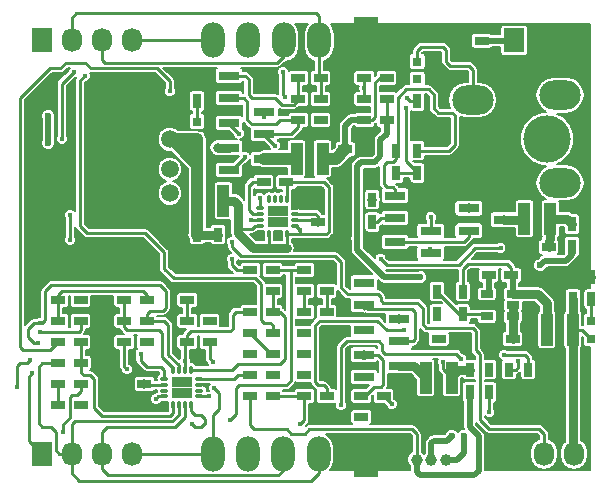
<source format=gtl>
G04 #@! TF.FileFunction,Copper,L1,Top,Signal*
%FSLAX46Y46*%
G04 Gerber Fmt 4.6, Leading zero omitted, Abs format (unit mm)*
G04 Created by KiCad (PCBNEW 4.0.2+dfsg1-stable) date tis  3 jan 2017 10:33:16*
%MOMM*%
G01*
G04 APERTURE LIST*
%ADD10C,0.100000*%
%ADD11C,0.400000*%
%ADD12C,0.600000*%
%ADD13C,1.000000*%
%ADD14R,0.750000X1.200000*%
%ADD15R,1.200000X0.750000*%
%ADD16O,0.750000X0.300000*%
%ADD17O,0.300000X0.750000*%
%ADD18R,0.900000X0.900000*%
%ADD19C,1.501140*%
%ADD20C,2.999740*%
%ADD21R,2.000000X3.000000*%
%ADD22O,2.000000X3.000000*%
%ADD23R,1.060000X0.650000*%
%ADD24R,1.800860X0.800100*%
%ADD25R,0.797560X0.797560*%
%ADD26R,1.727200X2.032000*%
%ADD27O,1.727200X2.032000*%
%ADD28O,3.500000X2.500000*%
%ADD29O,2.500000X3.500000*%
%ADD30C,4.000000*%
%ADD31R,1.000000X2.700000*%
%ADD32C,0.800000*%
%ADD33C,0.250000*%
%ADD34C,0.750000*%
%ADD35C,0.500000*%
%ADD36C,1.000000*%
%ADD37C,0.200000*%
G04 APERTURE END LIST*
D10*
D11*
X143687800Y-109728000D03*
D12*
X145923000Y-114706400D03*
X143916400Y-113868200D03*
D11*
X146507200Y-116713000D03*
X158496000Y-116840000D03*
X160782000Y-118618000D03*
X144399000Y-99441000D03*
X144424400Y-91592400D03*
X146710400Y-91592400D03*
X152019000Y-107772200D03*
X146558000Y-106045000D03*
X146558000Y-105410000D03*
X159258000Y-95758000D03*
X159258000Y-95250000D03*
X167513000Y-107569000D03*
X170053000Y-112014000D03*
X169164000Y-108585000D03*
X170180000Y-105791000D03*
X172339000Y-105791000D03*
X173609000Y-105791000D03*
X160655000Y-105410000D03*
X161544000Y-103581200D03*
X155702000Y-107823000D03*
X144068800Y-106807000D03*
X143560800Y-106426000D03*
X143687800Y-109067600D03*
X141554200Y-117805200D03*
X142087600Y-115900200D03*
D12*
X152019000Y-102870000D03*
X152908000Y-102870000D03*
X152908000Y-101981000D03*
X152019000Y-101981000D03*
X144780000Y-117348000D03*
X143891000Y-117348000D03*
X144780000Y-116459000D03*
D11*
X161417000Y-101549200D03*
X162560000Y-103581200D03*
X163576000Y-103835200D03*
X163957000Y-105486200D03*
X161671000Y-108534200D03*
X159004000Y-106883200D03*
X157988000Y-105105200D03*
X178562000Y-117094000D03*
X178562000Y-118364000D03*
X178562000Y-119761000D03*
X154305000Y-116713000D03*
X157226000Y-116586000D03*
X156845000Y-114935000D03*
X156845000Y-113157000D03*
X158115000Y-112141000D03*
X154686000Y-111379000D03*
X152908000Y-109601000D03*
X155702000Y-109601000D03*
X157988000Y-110617000D03*
X157988000Y-109474000D03*
X160401000Y-95758000D03*
X160401000Y-95250000D03*
X144399000Y-102235000D03*
X144399000Y-103505000D03*
X144399000Y-104775000D03*
X135001000Y-107315000D03*
X135001000Y-106045000D03*
X133858000Y-106045000D03*
X133858000Y-107315000D03*
X135001000Y-92456000D03*
X135001000Y-93853000D03*
X178054000Y-101473000D03*
X178435000Y-101854000D03*
X178435000Y-103251000D03*
D13*
X134620000Y-98044000D03*
X134620000Y-99314000D03*
X134620000Y-100584000D03*
D11*
X155321000Y-100330000D03*
D13*
X166878000Y-90932000D03*
X165608000Y-89281000D03*
X162052000Y-86741000D03*
X160528000Y-89281000D03*
X159258000Y-89281000D03*
D11*
X151536400Y-91592400D03*
X146685000Y-94869000D03*
X147701000Y-95631000D03*
X156972000Y-95504000D03*
X155829000Y-95504000D03*
X154686000Y-95504000D03*
X149885400Y-95148400D03*
X148336000Y-95631000D03*
X138912600Y-115646200D03*
X138430000Y-116713000D03*
X154559000Y-104521000D03*
X150876000Y-104140000D03*
X178435000Y-105410000D03*
X178435000Y-104521000D03*
X176784000Y-101473000D03*
X174498000Y-101727000D03*
X174498000Y-103505000D03*
X176403000Y-108712000D03*
X176403000Y-109601000D03*
X170942000Y-119761000D03*
X172212000Y-119761000D03*
X173482000Y-119761000D03*
X174752000Y-119761000D03*
X176276000Y-114681000D03*
X174879000Y-114681000D03*
X166116000Y-117602000D03*
X163576000Y-119507000D03*
X163576000Y-118237000D03*
X163576000Y-116967000D03*
X137668000Y-116078000D03*
D13*
X175869600Y-120040400D03*
X175742600Y-107848400D03*
X160502600Y-104546400D03*
X157962600Y-101117400D03*
X157988000Y-89281000D03*
X149072600Y-109499400D03*
X138023600Y-113563400D03*
X138023600Y-110261400D03*
D14*
X177393600Y-104963000D03*
X177393600Y-103063000D03*
D15*
X146720600Y-109474000D03*
X144820600Y-109474000D03*
D16*
X142898600Y-116153500D03*
X142898600Y-116653500D03*
X142898600Y-117153500D03*
X142898600Y-117653500D03*
D17*
X143623600Y-118378500D03*
X144123600Y-118378500D03*
X144623600Y-118378500D03*
X145123600Y-118378500D03*
D16*
X145848600Y-117653500D03*
X145848600Y-117153500D03*
X145848600Y-116653500D03*
X145848600Y-116153500D03*
D17*
X145123600Y-115428500D03*
X144623600Y-115428500D03*
X144123600Y-115428500D03*
X143623600Y-115428500D03*
D18*
X144823600Y-117353500D03*
X144823600Y-116453500D03*
X143923600Y-117353500D03*
X143923600Y-116453500D03*
D16*
X153976600Y-103188200D03*
X153976600Y-102688200D03*
X153976600Y-102188200D03*
X153976600Y-101688200D03*
D17*
X153251600Y-100963200D03*
X152751600Y-100963200D03*
X152251600Y-100963200D03*
X151751600Y-100963200D03*
D16*
X151026600Y-101688200D03*
X151026600Y-102188200D03*
X151026600Y-102688200D03*
X151026600Y-103188200D03*
D17*
X151751600Y-103913200D03*
X152251600Y-103913200D03*
X152751600Y-103913200D03*
X153251600Y-103913200D03*
D18*
X152051600Y-101988200D03*
X152051600Y-102888200D03*
X152951600Y-101988200D03*
X152951600Y-102888200D03*
D19*
X143359720Y-102997860D03*
X143359720Y-100457860D03*
X143359720Y-98425860D03*
X143359720Y-95885860D03*
D20*
X140692720Y-106045860D03*
X140692720Y-92329860D03*
D21*
X160000000Y-87000000D03*
X160000000Y-123000000D03*
D22*
X153000000Y-87500000D03*
X156000000Y-87500000D03*
X150000000Y-87500000D03*
X147000000Y-87500000D03*
X152933400Y-122504200D03*
X155946400Y-122500000D03*
X149946400Y-122500000D03*
X146989800Y-122504200D03*
D23*
X170197600Y-108981200D03*
X170197600Y-109931200D03*
X170197600Y-110881200D03*
X172397600Y-110881200D03*
X172397600Y-108981200D03*
X172397600Y-109931200D03*
D24*
X159788860Y-114112000D03*
X159788860Y-116012000D03*
X162791140Y-115062000D03*
X148358860Y-96586000D03*
X148358860Y-98486000D03*
X151361140Y-97536000D03*
X168653460Y-101729500D03*
X168653460Y-103629500D03*
X171655740Y-102679500D03*
X162791140Y-112964000D03*
X162791140Y-111064000D03*
X159788860Y-112014000D03*
X151361140Y-95438000D03*
X151361140Y-93538000D03*
X148358860Y-94488000D03*
X165432740Y-105534500D03*
X165432740Y-103634500D03*
X162430460Y-104584500D03*
X159788860Y-108016000D03*
X159788860Y-109916000D03*
X162791140Y-108966000D03*
X148358860Y-90490000D03*
X148358860Y-92390000D03*
X151361140Y-91440000D03*
X162430460Y-100650000D03*
X162430460Y-102550000D03*
X165432740Y-101600000D03*
D25*
X145643600Y-95872300D03*
X145643600Y-94373700D03*
X179000000Y-112749300D03*
X179000000Y-111250700D03*
X164312600Y-89293700D03*
X164312600Y-90792300D03*
D15*
X152054600Y-117602000D03*
X150154600Y-117602000D03*
X159806600Y-92456000D03*
X161706600Y-92456000D03*
X133898600Y-111252000D03*
X135798600Y-111252000D03*
D14*
X172059600Y-115382000D03*
X172059600Y-117282000D03*
D15*
X158206400Y-96723200D03*
X160106400Y-96723200D03*
X175422600Y-105029000D03*
X173522600Y-105029000D03*
X156626600Y-108712000D03*
X154726600Y-108712000D03*
X154218600Y-92456000D03*
X156118600Y-92456000D03*
D14*
X164312600Y-96840000D03*
X164312600Y-98740000D03*
D15*
X154726600Y-112268000D03*
X156626600Y-112268000D03*
X154726600Y-114046000D03*
X156626600Y-114046000D03*
X154726600Y-115824000D03*
X156626600Y-115824000D03*
X167858400Y-87528400D03*
X169758400Y-87528400D03*
D14*
X145643600Y-103952000D03*
X145643600Y-105852000D03*
X147421600Y-103952000D03*
X147421600Y-105852000D03*
X177469800Y-109408000D03*
X177469800Y-107508000D03*
D15*
X151297600Y-99491800D03*
X153197600Y-99491800D03*
X172374600Y-112801400D03*
X170474600Y-112801400D03*
X172247600Y-107391200D03*
X170347600Y-107391200D03*
X155869600Y-102870000D03*
X157769600Y-102870000D03*
X139296100Y-116586000D03*
X141196100Y-116586000D03*
D14*
X164312600Y-92649000D03*
X164312600Y-94549000D03*
X168148000Y-110678000D03*
X168148000Y-108778000D03*
X165963600Y-108778000D03*
X165963600Y-110678000D03*
D15*
X166131200Y-112776000D03*
X168031200Y-112776000D03*
D14*
X179044600Y-109408000D03*
X179044600Y-107508000D03*
X145643600Y-92644000D03*
X145643600Y-90744000D03*
D15*
X135798600Y-113030000D03*
X133898600Y-113030000D03*
X139486600Y-109474000D03*
X141386600Y-109474000D03*
X133924000Y-114808000D03*
X135824000Y-114808000D03*
X141386600Y-111252000D03*
X139486600Y-111252000D03*
X146720600Y-113030000D03*
X144820600Y-113030000D03*
X152054600Y-110490000D03*
X150154600Y-110490000D03*
X133924000Y-116586000D03*
X135824000Y-116586000D03*
X135824000Y-118364000D03*
X133924000Y-118364000D03*
X144820600Y-111252000D03*
X146720600Y-111252000D03*
X150154600Y-108712000D03*
X152054600Y-108712000D03*
X152054600Y-115824000D03*
X150154600Y-115824000D03*
X152054600Y-114046000D03*
X150154600Y-114046000D03*
X152054600Y-112268000D03*
X150154600Y-112268000D03*
D14*
X162534600Y-96840000D03*
X162534600Y-98740000D03*
D15*
X154218600Y-90678000D03*
X156118600Y-90678000D03*
X156626600Y-110490000D03*
X154726600Y-110490000D03*
D14*
X160502600Y-102880200D03*
X160502600Y-100980200D03*
D15*
X154218600Y-94234000D03*
X156118600Y-94234000D03*
X161452600Y-117602000D03*
X159552600Y-117602000D03*
X161706600Y-94234000D03*
X159806600Y-94234000D03*
D14*
X168757600Y-117282000D03*
X168757600Y-115382000D03*
D15*
X135798600Y-109474000D03*
X133898600Y-109474000D03*
X161706600Y-90678000D03*
X159806600Y-90678000D03*
X156626600Y-117602000D03*
X154726600Y-117602000D03*
D26*
X132500000Y-87500000D03*
D27*
X135040000Y-87500000D03*
X137580000Y-87500000D03*
X140120000Y-87500000D03*
D26*
X132500000Y-122500000D03*
D27*
X135040000Y-122500000D03*
X137580000Y-122500000D03*
X140120000Y-122500000D03*
D13*
X166750000Y-123000000D03*
X165500000Y-123000000D03*
X163000000Y-123000000D03*
X164250000Y-123000000D03*
D26*
X172500000Y-122500000D03*
D27*
X175040000Y-122500000D03*
X177580000Y-122500000D03*
D26*
X172500000Y-87500000D03*
D27*
X175040000Y-87500000D03*
X177580000Y-87500000D03*
D28*
X176396000Y-92159600D03*
X176396000Y-99559600D03*
X168996000Y-99159600D03*
D29*
X171196000Y-95859600D03*
D28*
X168996000Y-92559600D03*
D30*
X175296000Y-95859600D03*
D31*
X177477600Y-112014000D03*
X175277600Y-112014000D03*
X145686600Y-101092000D03*
X147886600Y-101092000D03*
X175572600Y-102616000D03*
X173372600Y-102616000D03*
X156294000Y-97536000D03*
X154094000Y-97536000D03*
X167216000Y-116078000D03*
X165016000Y-116078000D03*
D14*
X170408600Y-115382000D03*
X170408600Y-117282000D03*
D15*
X152054600Y-106934000D03*
X150154600Y-106934000D03*
D14*
X173710600Y-117282000D03*
X173710600Y-115382000D03*
D15*
X156626600Y-106934000D03*
X154726600Y-106934000D03*
X159552600Y-119380000D03*
X161452600Y-119380000D03*
X141386600Y-113030000D03*
X139486600Y-113030000D03*
D13*
X166217600Y-95377000D03*
X138023600Y-111912400D03*
D12*
X152501600Y-104165400D03*
D11*
X137668000Y-116713000D03*
X155321000Y-101346000D03*
D12*
X143891000Y-116459000D03*
D32*
X141196100Y-116586000D03*
D11*
X156118600Y-94234000D03*
D32*
X168653460Y-101729500D03*
X160502600Y-100980200D03*
D11*
X151358600Y-94005400D03*
D32*
X159788860Y-114112000D03*
X162791140Y-111064000D03*
X172374600Y-112801400D03*
D11*
X165430200Y-102489000D03*
X150190200Y-102692200D03*
D32*
X147396200Y-96596200D03*
X155869600Y-102870000D03*
X175277600Y-112014000D03*
D11*
X154406600Y-103530400D03*
D32*
X147886600Y-101092000D03*
D11*
X144602200Y-114681000D03*
D12*
X133070600Y-93903800D03*
X133070600Y-96189800D03*
D11*
X154726600Y-115824000D03*
X152044400Y-115849400D03*
X150154600Y-114046000D03*
X152069800Y-114071400D03*
X154726600Y-114046000D03*
X151993600Y-112268000D03*
X154726600Y-112268000D03*
X136144000Y-90500200D03*
X152908000Y-90195400D03*
X163372800Y-93192600D03*
X153111200Y-92278200D03*
X156616400Y-108762800D03*
X159788860Y-108016000D03*
X134213600Y-95834200D03*
X154726600Y-108712000D03*
X135229600Y-90170000D03*
X132384800Y-112191800D03*
X131521200Y-114554000D03*
X130403600Y-116890800D03*
X170408600Y-118999000D03*
D12*
X174726600Y-106553000D03*
X168249600Y-121031000D03*
D11*
X148590000Y-105994200D03*
X159131000Y-104267000D03*
D12*
X164566600Y-107569000D03*
X167233600Y-121031000D03*
D11*
X150139400Y-117652800D03*
X141386600Y-113030000D03*
X164287200Y-90754200D03*
X163449000Y-92405200D03*
X162430460Y-104584500D03*
X165404800Y-105156000D03*
X162430460Y-102550000D03*
X149707600Y-97358200D03*
X149174200Y-95402400D03*
X152222200Y-96418400D03*
X159788860Y-112014000D03*
X159791400Y-116027200D03*
X162128200Y-118313200D03*
X162791140Y-112964000D03*
D32*
X171655740Y-102679500D03*
D13*
X154094000Y-97536000D03*
D32*
X165016000Y-116078000D03*
D11*
X132181600Y-113106200D03*
X131699000Y-115671600D03*
X132384800Y-111455200D03*
X134340600Y-120650000D03*
X146720600Y-111252000D03*
X146735800Y-113080800D03*
X147116800Y-116941600D03*
X147015200Y-114731800D03*
D32*
X139296100Y-116586000D03*
X168351200Y-113487200D03*
X170474600Y-112801400D03*
D11*
X156626600Y-112268000D03*
X156626600Y-106934000D03*
D32*
X154127200Y-100965000D03*
X169240200Y-109931200D03*
D11*
X148640800Y-104546400D03*
X150952200Y-100838000D03*
X165989000Y-112674400D03*
X165963600Y-110678000D03*
X133934200Y-118389400D03*
X145211800Y-119964200D03*
X175564800Y-105079800D03*
X134924800Y-104394000D03*
X134924800Y-102285800D03*
X135798600Y-109474000D03*
X171348400Y-105079800D03*
X161188400Y-105994200D03*
X163195000Y-112039400D03*
X166446200Y-114731800D03*
X172847000Y-114655600D03*
X168757600Y-115392200D03*
X159806600Y-91541600D03*
X143332200Y-91821000D03*
X135824000Y-118364000D03*
X154381200Y-119989600D03*
X152054600Y-117602000D03*
X157861000Y-118414800D03*
X140868400Y-114020600D03*
X168021000Y-114452400D03*
X171653200Y-114122200D03*
X170408600Y-115443000D03*
X148437600Y-119659400D03*
X142163800Y-117881400D03*
X139700000Y-115366800D03*
X159537400Y-119456200D03*
X146659600Y-117652800D03*
D33*
X172397600Y-110881200D02*
X172397600Y-109931200D01*
D34*
X172397600Y-110881200D02*
X172397600Y-110269200D01*
X172397600Y-110269200D02*
X172389800Y-110261400D01*
D33*
X141196100Y-116586000D02*
X141263600Y-116653500D01*
X151361140Y-93538000D02*
X151361140Y-94002860D01*
X151361140Y-94002860D02*
X151358600Y-94005400D01*
X159552600Y-117602000D02*
X159893000Y-117602000D01*
X159893000Y-117602000D02*
X160629600Y-116865400D01*
X160629600Y-116865400D02*
X161188400Y-116865400D01*
X161188400Y-116865400D02*
X161417000Y-116636800D01*
X161417000Y-116636800D02*
X161417000Y-114579400D01*
X161417000Y-114579400D02*
X160949600Y-114112000D01*
X160949600Y-114112000D02*
X159788860Y-114112000D01*
D34*
X159674600Y-114112000D02*
X159788860Y-114112000D01*
X172374600Y-110904200D02*
X172374600Y-112801400D01*
X172374600Y-110904200D02*
X172389800Y-110889000D01*
D33*
X165432740Y-103634500D02*
X165432740Y-102491540D01*
X165432740Y-102491540D02*
X165430200Y-102489000D01*
X151026600Y-102688200D02*
X150194200Y-102688200D01*
X150194200Y-102688200D02*
X150190200Y-102692200D01*
X153976600Y-102188200D02*
X155680600Y-102188200D01*
X155869600Y-102377200D02*
X155869600Y-102870000D01*
X155680600Y-102188200D02*
X155869600Y-102377200D01*
X153976600Y-102688200D02*
X155687800Y-102688200D01*
X155687800Y-102688200D02*
X155869600Y-102870000D01*
X164312600Y-89293700D02*
X164312600Y-88366600D01*
X168996000Y-89976600D02*
X168996000Y-92559600D01*
X168656000Y-89636600D02*
X168996000Y-89976600D01*
X167081200Y-89636600D02*
X168656000Y-89636600D01*
X166751000Y-89306400D02*
X167081200Y-89636600D01*
X166751000Y-88341200D02*
X166751000Y-89306400D01*
X166446200Y-88036400D02*
X166751000Y-88341200D01*
X164642800Y-88036400D02*
X166446200Y-88036400D01*
X164312600Y-88366600D02*
X164642800Y-88036400D01*
X142898600Y-116653500D02*
X141263600Y-116653500D01*
D34*
X147406400Y-96586000D02*
X147396200Y-96596200D01*
X148358860Y-96586000D02*
X147406400Y-96586000D01*
X147843200Y-96586000D02*
X148358860Y-96586000D01*
D33*
X168148000Y-108778000D02*
X168148000Y-106832400D01*
X172247600Y-106741000D02*
X172247600Y-107391200D01*
X171932600Y-106426000D02*
X172247600Y-106741000D01*
X168554400Y-106426000D02*
X171932600Y-106426000D01*
X168148000Y-106832400D02*
X168554400Y-106426000D01*
D35*
X172397600Y-108981200D02*
X172397600Y-107541200D01*
X172397600Y-107541200D02*
X172247600Y-107391200D01*
D34*
X172397600Y-108981200D02*
X174487800Y-108981200D01*
X175277600Y-109771000D02*
X175277600Y-112014000D01*
X174487800Y-108981200D02*
X175277600Y-109771000D01*
D35*
X170347600Y-107391200D02*
X170347600Y-108831200D01*
X170347600Y-108831200D02*
X170197600Y-108981200D01*
D33*
X150088600Y-101879400D02*
X150088600Y-99771200D01*
X150114000Y-99745800D02*
X150368000Y-99491800D01*
X151297600Y-99491800D02*
X150368000Y-99491800D01*
X150397400Y-102188200D02*
X151026600Y-102188200D01*
X150397400Y-102188200D02*
X150088600Y-101879400D01*
X150088600Y-99771200D02*
X150114000Y-99745800D01*
X153197600Y-99491800D02*
X156362400Y-99491800D01*
X156614600Y-103913200D02*
X154406600Y-103913200D01*
X156819600Y-103708200D02*
X156614600Y-103913200D01*
X156819600Y-99949000D02*
X156819600Y-103708200D01*
X156362400Y-99491800D02*
X156819600Y-99949000D01*
X153251600Y-100963200D02*
X153251600Y-99545800D01*
X153251600Y-99545800D02*
X153197600Y-99491800D01*
D34*
X147886600Y-101092000D02*
X148437600Y-101092000D01*
X149148800Y-101447600D02*
X149148800Y-103454200D01*
X148793200Y-101092000D02*
X149148800Y-101447600D01*
X148437600Y-101092000D02*
X148793200Y-101092000D01*
D33*
X154406600Y-103530400D02*
X154406600Y-103913200D01*
X154064400Y-103188200D02*
X154406600Y-103530400D01*
X154406600Y-103913200D02*
X153251600Y-103913200D01*
X151026600Y-103188200D02*
X150583200Y-103188200D01*
X150317200Y-103454200D02*
X149148800Y-103454200D01*
X150583200Y-103188200D02*
X150317200Y-103454200D01*
X153251600Y-103913200D02*
X153251600Y-105065598D01*
X153263600Y-105053598D02*
X153263600Y-105065598D01*
X153251600Y-105065598D02*
X153263600Y-105053598D01*
X151751600Y-103913200D02*
X151751600Y-105065598D01*
X151765000Y-105052198D02*
X151765000Y-105065598D01*
X151751600Y-105065598D02*
X151765000Y-105052198D01*
D34*
X150379198Y-105065598D02*
X151765000Y-105065598D01*
X151765000Y-105065598D02*
X153263600Y-105065598D01*
X149148800Y-103835200D02*
X150379198Y-105065598D01*
X149148800Y-103454200D02*
X149148800Y-103835200D01*
D33*
X153976600Y-103188200D02*
X154064400Y-103188200D01*
X153251600Y-99520400D02*
X153172200Y-99441000D01*
D34*
X177477600Y-112014000D02*
X177477600Y-109415800D01*
X177477600Y-109415800D02*
X177469800Y-109408000D01*
X177477600Y-112014000D02*
X177477600Y-122397600D01*
X177477600Y-122397600D02*
X177580000Y-122500000D01*
D33*
X177477600Y-112014000D02*
X178264700Y-112014000D01*
X178264700Y-112014000D02*
X179000000Y-112749300D01*
D35*
X177477600Y-122397600D02*
X177580000Y-122500000D01*
D34*
X177580000Y-112116400D02*
X177477600Y-112014000D01*
X144500600Y-95885860D02*
X144500600Y-96088200D01*
X144500600Y-96088200D02*
X145686600Y-97274200D01*
D36*
X145686600Y-101092000D02*
X145686600Y-103909000D01*
X145686600Y-103909000D02*
X145643600Y-103952000D01*
D34*
X147421600Y-103952000D02*
X145643600Y-103952000D01*
X145643600Y-101135000D02*
X145686600Y-101092000D01*
D36*
X143359720Y-95885860D02*
X143510860Y-95885860D01*
X143510860Y-95885860D02*
X145686600Y-98061600D01*
X145686600Y-101092000D02*
X145686600Y-98061600D01*
X145686600Y-98061600D02*
X145686600Y-97274200D01*
X145686600Y-97274200D02*
X145686600Y-95915300D01*
X145686600Y-95915300D02*
X145657160Y-95885860D01*
X145657160Y-95885860D02*
X144500600Y-95885860D01*
X144500600Y-95885860D02*
X143359720Y-95885860D01*
D33*
X144820600Y-113030000D02*
X144820600Y-112430600D01*
X148945600Y-110490000D02*
X150154600Y-110490000D01*
X148666200Y-110769400D02*
X148945600Y-110490000D01*
X148666200Y-111937800D02*
X148666200Y-110769400D01*
X148463000Y-112141000D02*
X148666200Y-111937800D01*
X145110200Y-112141000D02*
X148463000Y-112141000D01*
X144820600Y-112430600D02*
X145110200Y-112141000D01*
X144602200Y-114681000D02*
X144602200Y-113248400D01*
X144602200Y-113248400D02*
X144820600Y-113030000D01*
X144623600Y-115428500D02*
X144623600Y-114702400D01*
X144623600Y-114702400D02*
X144602200Y-114681000D01*
D35*
X133070600Y-93903800D02*
X133070600Y-96189800D01*
X169758400Y-87528400D02*
X172471600Y-87528400D01*
X172471600Y-87528400D02*
X172500000Y-87500000D01*
D33*
X152044400Y-115849400D02*
X152054600Y-115839200D01*
X152054600Y-115839200D02*
X152054600Y-115824000D01*
X152054600Y-114056200D02*
X152069800Y-114071400D01*
X152054600Y-114046000D02*
X151932600Y-114046000D01*
X151932600Y-114046000D02*
X150154600Y-112268000D01*
X152054600Y-114056200D02*
X152054600Y-114046000D01*
X151993600Y-112268000D02*
X152054600Y-112268000D01*
X135763000Y-103251000D02*
X135763000Y-90881200D01*
X152054600Y-111643200D02*
X151815800Y-111404400D01*
X151815800Y-111404400D02*
X151333200Y-111404400D01*
X151333200Y-111404400D02*
X151104600Y-111175800D01*
X151104600Y-111175800D02*
X151104600Y-108153200D01*
X151104600Y-108153200D02*
X150596600Y-107645200D01*
X150596600Y-107645200D02*
X143662400Y-107645200D01*
X143662400Y-107645200D02*
X142849600Y-106832400D01*
X142849600Y-106832400D02*
X142849600Y-105435400D01*
X142849600Y-105435400D02*
X141249400Y-103835200D01*
X141249400Y-103835200D02*
X136347200Y-103835200D01*
X136347200Y-103835200D02*
X135763000Y-103251000D01*
X152054600Y-112268000D02*
X152054600Y-111643200D01*
X135763000Y-90881200D02*
X136144000Y-90500200D01*
X140120000Y-87500000D02*
X147000000Y-87500000D01*
X165252400Y-91643200D02*
X165709600Y-92100400D01*
X167462200Y-93853000D02*
X167462200Y-96367600D01*
X167462200Y-96367600D02*
X166989800Y-96840000D01*
X164312600Y-96840000D02*
X166989800Y-96840000D01*
X162636200Y-92379800D02*
X162636200Y-96738400D01*
X163372800Y-91643200D02*
X162636200Y-92379800D01*
X165252400Y-91643200D02*
X163372800Y-91643200D01*
X167233600Y-93624400D02*
X167462200Y-93853000D01*
X166090600Y-93624400D02*
X167233600Y-93624400D01*
X165709600Y-93243400D02*
X166090600Y-93624400D01*
X165709600Y-92100400D02*
X165709600Y-93243400D01*
X162430460Y-100650000D02*
X162430460Y-100149660D01*
X162534600Y-97536000D02*
X162534600Y-96840000D01*
X162280600Y-97790000D02*
X162534600Y-97536000D01*
X161747200Y-97790000D02*
X162280600Y-97790000D01*
X161467800Y-98069400D02*
X161747200Y-97790000D01*
X161467800Y-99644200D02*
X161467800Y-98069400D01*
X161747200Y-99923600D02*
X161467800Y-99644200D01*
X162204400Y-99923600D02*
X161747200Y-99923600D01*
X162430460Y-100149660D02*
X162204400Y-99923600D01*
X162636200Y-96738400D02*
X162534600Y-96840000D01*
X152908000Y-90195400D02*
X152908000Y-92075000D01*
X163372800Y-97739200D02*
X163372800Y-93192600D01*
X163372800Y-97739200D02*
X164312600Y-98679000D01*
X152908000Y-92075000D02*
X153111200Y-92278200D01*
X164312600Y-98740000D02*
X164312600Y-98679000D01*
X162534600Y-98740000D02*
X164312600Y-98740000D01*
X154218600Y-92456000D02*
X154218600Y-92567800D01*
X154218600Y-92567800D02*
X153822400Y-92964000D01*
X152806400Y-92964000D02*
X152247600Y-92405200D01*
X153822400Y-92964000D02*
X152806400Y-92964000D01*
X148358860Y-90490000D02*
X149697400Y-90490000D01*
X150317200Y-92405200D02*
X152247600Y-92405200D01*
X150012400Y-92100400D02*
X150317200Y-92405200D01*
X150012400Y-90805000D02*
X150012400Y-92100400D01*
X149697400Y-90490000D02*
X150012400Y-90805000D01*
X154030600Y-90490000D02*
X154218600Y-90678000D01*
X154218600Y-92456000D02*
X154218600Y-90678000D01*
X156000000Y-87500000D02*
X156000000Y-90559400D01*
X156000000Y-90559400D02*
X156118600Y-90678000D01*
X156000000Y-87500000D02*
X156000000Y-85464200D01*
X135040000Y-85584400D02*
X135040000Y-87500000D01*
X135407400Y-85217000D02*
X135040000Y-85584400D01*
X155752800Y-85217000D02*
X135407400Y-85217000D01*
X156000000Y-85464200D02*
X155752800Y-85217000D01*
X156118600Y-90678000D02*
X156118600Y-92456000D01*
X156000000Y-90559400D02*
X156118600Y-90678000D01*
X156616400Y-108762800D02*
X156626600Y-108773000D01*
X156626600Y-108773000D02*
X156626600Y-110490000D01*
X134213600Y-95834200D02*
X134213600Y-91186000D01*
X154726600Y-110490000D02*
X154726600Y-108712000D01*
X134213600Y-91186000D02*
X135229600Y-90170000D01*
X137580000Y-87500000D02*
X137580000Y-89142200D01*
X152450800Y-89382600D02*
X153000000Y-88833400D01*
X137820400Y-89382600D02*
X152450800Y-89382600D01*
X137580000Y-89142200D02*
X137820400Y-89382600D01*
X153000000Y-88833400D02*
X153000000Y-87500000D01*
X132384800Y-112191800D02*
X132410200Y-112166400D01*
X132410200Y-112166400D02*
X135686800Y-112166400D01*
X135798600Y-112054600D02*
X135798600Y-111252000D01*
X135798600Y-112054600D02*
X135686800Y-112166400D01*
X130632200Y-114833400D02*
X130403600Y-115062000D01*
X131241800Y-114833400D02*
X130632200Y-114833400D01*
X131521200Y-114554000D02*
X131241800Y-114833400D01*
X130403600Y-116890800D02*
X130403600Y-115062000D01*
X170408600Y-117282000D02*
X170408600Y-118999000D01*
D35*
X175107600Y-106172000D02*
X176885600Y-106172000D01*
X175107600Y-106172000D02*
X174726600Y-106553000D01*
X168249600Y-121031000D02*
X168249600Y-122428000D01*
X168249600Y-122428000D02*
X167677600Y-123000000D01*
X166750000Y-123000000D02*
X167677600Y-123000000D01*
X177393600Y-105664000D02*
X177393600Y-104963000D01*
X176885600Y-106172000D02*
X177393600Y-105664000D01*
D33*
X148996400Y-106934000D02*
X148590000Y-106527600D01*
X148590000Y-106527600D02*
X148590000Y-105994200D01*
X150154600Y-106934000D02*
X148996400Y-106934000D01*
X159131000Y-104267000D02*
X159232600Y-104267000D01*
X159232600Y-104267000D02*
X159131000Y-104267000D01*
X159131000Y-104267000D02*
X159232600Y-104267000D01*
D35*
X161706600Y-94234000D02*
X161706600Y-95392200D01*
X161518600Y-107569000D02*
X164566600Y-107569000D01*
X159232600Y-105283000D02*
X161518600Y-107569000D01*
X159232600Y-98120200D02*
X159232600Y-104267000D01*
X159232600Y-104267000D02*
X159232600Y-105283000D01*
X159537400Y-97815400D02*
X159232600Y-98120200D01*
X160680400Y-97815400D02*
X159537400Y-97815400D01*
X161163000Y-97332800D02*
X160680400Y-97815400D01*
X161163000Y-95935800D02*
X161163000Y-97332800D01*
X161706600Y-95392200D02*
X161163000Y-95935800D01*
D33*
X150154600Y-106934000D02*
X150154600Y-106759202D01*
X161706600Y-92456000D02*
X161706600Y-94234000D01*
D35*
X165500000Y-121621600D02*
X165500000Y-123000000D01*
X167233600Y-121031000D02*
X166852600Y-121412000D01*
X166852600Y-121412000D02*
X165709600Y-121412000D01*
X165709600Y-121412000D02*
X165500000Y-121621600D01*
D33*
X161706600Y-94234000D02*
X161493200Y-94234000D01*
X150154600Y-118694200D02*
X150154600Y-120106400D01*
X150154600Y-117602000D02*
X150154600Y-118694200D01*
X153263600Y-120446800D02*
X151907200Y-120446800D01*
X155168600Y-120446800D02*
X154813000Y-120802400D01*
X154813000Y-120802400D02*
X153619200Y-120802400D01*
X153619200Y-120802400D02*
X153263600Y-120446800D01*
X155168600Y-120446800D02*
X155473400Y-120446800D01*
X150495000Y-120446800D02*
X151907200Y-120446800D01*
X150154600Y-120106400D02*
X150495000Y-120446800D01*
X158191200Y-120446800D02*
X155473400Y-120446800D01*
X164250000Y-120841400D02*
X163855400Y-120446800D01*
X163855400Y-120446800D02*
X158191200Y-120446800D01*
X164250000Y-120841400D02*
X164250000Y-123000000D01*
X155473400Y-120446800D02*
X155321000Y-120446800D01*
X150154600Y-117637600D02*
X150139400Y-117652800D01*
X150154600Y-117637600D02*
X150154600Y-117602000D01*
D35*
X168757600Y-117282000D02*
X168757600Y-120269000D01*
X164250000Y-124016400D02*
X164250000Y-123000000D01*
X164566600Y-124333000D02*
X164250000Y-124016400D01*
X169138600Y-124333000D02*
X164566600Y-124333000D01*
X169519600Y-123952000D02*
X169138600Y-124333000D01*
X169519600Y-121031000D02*
X169519600Y-123952000D01*
X168757600Y-120269000D02*
X169519600Y-121031000D01*
D33*
X164312600Y-92649000D02*
X163692800Y-92649000D01*
X164287200Y-90754200D02*
X164312600Y-90779600D01*
X163692800Y-92649000D02*
X163449000Y-92405200D01*
X164312600Y-90779600D02*
X164312600Y-90792300D01*
X179000000Y-111250700D02*
X179000000Y-109452600D01*
X179000000Y-109452600D02*
X179044600Y-109408000D01*
X145643600Y-92644000D02*
X145643600Y-94373700D01*
X162430460Y-104584500D02*
X168236900Y-104584500D01*
X168653460Y-104167940D02*
X168653460Y-103629500D01*
X168236900Y-104584500D02*
X168653460Y-104167940D01*
X165404800Y-105156000D02*
X165432740Y-105183940D01*
X165432740Y-105183940D02*
X165432740Y-105534500D01*
X165430200Y-105562400D02*
X165432740Y-105559860D01*
X165432740Y-105559860D02*
X165432740Y-105534500D01*
X160502600Y-102880200D02*
X160924200Y-102880200D01*
X161254400Y-102550000D02*
X162430460Y-102550000D01*
X160924200Y-102880200D02*
X161254400Y-102550000D01*
X148358860Y-98486000D02*
X148579800Y-98486000D01*
X148579800Y-98486000D02*
X149707600Y-97358200D01*
X149174200Y-95402400D02*
X148358860Y-94587060D01*
X148358860Y-94587060D02*
X148358860Y-94488000D01*
X151361140Y-95557340D02*
X152222200Y-96418400D01*
X151361140Y-95438000D02*
X151361140Y-95557340D01*
X154218600Y-94234000D02*
X152704800Y-94234000D01*
X149590800Y-92390000D02*
X148358860Y-92390000D01*
X149910800Y-92710000D02*
X149590800Y-92390000D01*
X149910800Y-94234000D02*
X149910800Y-92710000D01*
X150266400Y-94589600D02*
X149910800Y-94234000D01*
X152349200Y-94589600D02*
X150266400Y-94589600D01*
X152704800Y-94234000D02*
X152349200Y-94589600D01*
X151361140Y-95438000D02*
X153634400Y-95438000D01*
X154218600Y-94853800D02*
X154218600Y-94234000D01*
X153634400Y-95438000D02*
X154218600Y-94853800D01*
X159788860Y-112041940D02*
X159788860Y-112014000D01*
X159791400Y-116027200D02*
X159788860Y-116024660D01*
X159788860Y-116024660D02*
X159788860Y-116012000D01*
X159781200Y-116012000D02*
X159788860Y-116012000D01*
X159781200Y-116012000D02*
X159766000Y-116027200D01*
X161452600Y-117602000D02*
X161452600Y-117637600D01*
X161452600Y-117637600D02*
X162128200Y-118313200D01*
X162791140Y-112964000D02*
X163946800Y-112964000D01*
X163880800Y-110286800D02*
X160159660Y-110286800D01*
X164134800Y-110540800D02*
X163880800Y-110286800D01*
X164134800Y-112776000D02*
X164134800Y-110540800D01*
X163946800Y-112964000D02*
X164134800Y-112776000D01*
X160159660Y-110286800D02*
X159788860Y-109916000D01*
X162791140Y-112964000D02*
X162544800Y-112964000D01*
X159788860Y-110208060D02*
X159788860Y-109916000D01*
X162791140Y-112981740D02*
X162791140Y-112964000D01*
X161452600Y-117602000D02*
X161452600Y-117739200D01*
X161452600Y-117602000D02*
X161798000Y-117602000D01*
X161452600Y-117602000D02*
X161569400Y-117602000D01*
D34*
X171655740Y-102679500D02*
X173309100Y-102679500D01*
X173309100Y-102679500D02*
X173372600Y-102616000D01*
D36*
X151361140Y-97536000D02*
X154094000Y-97536000D01*
D34*
X162791140Y-115062000D02*
X164000000Y-115062000D01*
X164000000Y-115062000D02*
X165016000Y-116078000D01*
D33*
X132384800Y-111455200D02*
X132511800Y-111455200D01*
X131826000Y-111455200D02*
X131368800Y-111912400D01*
X131368800Y-111912400D02*
X131368800Y-112623600D01*
X131368800Y-112623600D02*
X131851400Y-113106200D01*
X131851400Y-113106200D02*
X132181600Y-113106200D01*
X131699000Y-115671600D02*
X131394200Y-115976400D01*
X131394200Y-115976400D02*
X131394200Y-121394200D01*
X132500000Y-122500000D02*
X131394200Y-121394200D01*
X132384800Y-111455200D02*
X131826000Y-111455200D01*
X133299200Y-108254800D02*
X133426200Y-108254800D01*
X132816600Y-108737400D02*
X133299200Y-108254800D01*
X132816600Y-111150400D02*
X132816600Y-108737400D01*
X132511800Y-111455200D02*
X132816600Y-111150400D01*
X141386600Y-110708400D02*
X141706600Y-110388400D01*
X141706600Y-110388400D02*
X142798800Y-110388400D01*
X142798800Y-110388400D02*
X143002000Y-110185200D01*
X143002000Y-110185200D02*
X143002000Y-108737400D01*
X143002000Y-108737400D02*
X142519400Y-108254800D01*
X142519400Y-108254800D02*
X133451600Y-108254800D01*
X141386600Y-111252000D02*
X141386600Y-110708400D01*
X144123600Y-115428500D02*
X144123600Y-115015200D01*
X142849600Y-111252000D02*
X141386600Y-111252000D01*
X143230600Y-111633000D02*
X142849600Y-111252000D01*
X143230600Y-114122200D02*
X143230600Y-111633000D01*
X144123600Y-115015200D02*
X143230600Y-114122200D01*
X135040000Y-122500000D02*
X133989200Y-122500000D01*
X132562600Y-114808000D02*
X133924000Y-114808000D01*
X132232400Y-115138200D02*
X132562600Y-114808000D01*
X132232400Y-119913400D02*
X132232400Y-115138200D01*
X132562600Y-120243600D02*
X132232400Y-119913400D01*
X133324600Y-120243600D02*
X132562600Y-120243600D01*
X133705600Y-120624600D02*
X133324600Y-120243600D01*
X133705600Y-122216400D02*
X133705600Y-120624600D01*
X133989200Y-122500000D02*
X133705600Y-122216400D01*
X144123600Y-118378500D02*
X144123600Y-119198200D01*
X135040000Y-120026800D02*
X135040000Y-122500000D01*
X135305800Y-119761000D02*
X135040000Y-120026800D01*
X143560800Y-119761000D02*
X135305800Y-119761000D01*
X144123600Y-119198200D02*
X143560800Y-119761000D01*
X155946400Y-122500000D02*
X155946400Y-124114000D01*
X135040000Y-124168800D02*
X135040000Y-122500000D01*
X135661400Y-124790200D02*
X135040000Y-124168800D01*
X155270200Y-124790200D02*
X135661400Y-124790200D01*
X155946400Y-124114000D02*
X155270200Y-124790200D01*
X135824000Y-116586000D02*
X135824000Y-117185400D01*
X134340600Y-119989600D02*
X134340600Y-120650000D01*
X134874000Y-119456200D02*
X134340600Y-119989600D01*
X134874000Y-117729000D02*
X134874000Y-119456200D01*
X135102600Y-117500400D02*
X134874000Y-117729000D01*
X135509000Y-117500400D02*
X135102600Y-117500400D01*
X135824000Y-117185400D02*
X135509000Y-117500400D01*
X144623600Y-118378500D02*
X144623600Y-119358600D01*
X137580000Y-120687200D02*
X137580000Y-122500000D01*
X138056198Y-120211002D02*
X137580000Y-120687200D01*
X143771198Y-120211002D02*
X138056198Y-120211002D01*
X144623600Y-119358600D02*
X143771198Y-120211002D01*
X137580000Y-122500000D02*
X137580000Y-123813200D01*
X152933400Y-123926600D02*
X152933400Y-122504200D01*
X152527000Y-124333000D02*
X152933400Y-123926600D01*
X138099800Y-124333000D02*
X152527000Y-124333000D01*
X137580000Y-123813200D02*
X138099800Y-124333000D01*
X146735800Y-113080800D02*
X146720600Y-113065600D01*
X146720600Y-113065600D02*
X146720600Y-113030000D01*
X147523200Y-117348000D02*
X147523200Y-118719600D01*
X146720600Y-113030000D02*
X146720600Y-114437200D01*
X146989800Y-119253000D02*
X146989800Y-122504200D01*
X147523200Y-118719600D02*
X146989800Y-119253000D01*
X147116800Y-116941600D02*
X147523200Y-117348000D01*
X146720600Y-114437200D02*
X147015200Y-114731800D01*
X140120000Y-122500000D02*
X146985600Y-122500000D01*
X146985600Y-122500000D02*
X146989800Y-122504200D01*
X143936300Y-117353500D02*
X143923600Y-117353500D01*
X143941800Y-117348000D02*
X143936300Y-117353500D01*
X143921900Y-116453500D02*
X143923600Y-116453500D01*
X143916400Y-116459000D02*
X143921900Y-116453500D01*
D34*
X179044600Y-107508000D02*
X177469800Y-107508000D01*
X168031200Y-112776000D02*
X168031200Y-113167200D01*
X168031200Y-113167200D02*
X168351200Y-113487200D01*
X170197600Y-109931200D02*
X169240200Y-109931200D01*
D33*
X146720600Y-109514600D02*
X146720600Y-109474000D01*
X150952200Y-101613800D02*
X150952200Y-100838000D01*
X161391600Y-109728000D02*
X161188400Y-109524800D01*
X161188400Y-109524800D02*
X161188400Y-109194600D01*
X161188400Y-109194600D02*
X160985200Y-108991400D01*
X160985200Y-108991400D02*
X158394400Y-108991400D01*
X158394400Y-108991400D02*
X157861000Y-108458000D01*
X157861000Y-108458000D02*
X157861000Y-106299000D01*
X157861000Y-106299000D02*
X157353000Y-105791000D01*
X157353000Y-105791000D02*
X149402800Y-105791000D01*
X149402800Y-105791000D02*
X148640800Y-105029000D01*
X148640800Y-105029000D02*
X148640800Y-104546400D01*
X169595800Y-119608600D02*
X169595800Y-114096800D01*
X175040000Y-120836400D02*
X174574200Y-120370600D01*
X174574200Y-120370600D02*
X170357800Y-120370600D01*
X175040000Y-120836400D02*
X175040000Y-122500000D01*
X169595800Y-119608600D02*
X170357800Y-120370600D01*
X164312600Y-109728000D02*
X161391600Y-109728000D01*
X164744400Y-110159800D02*
X164312600Y-109728000D01*
X164744400Y-111531400D02*
X164744400Y-110159800D01*
X165074600Y-111861600D02*
X164744400Y-111531400D01*
X168986200Y-111861600D02*
X165074600Y-111861600D01*
X169240200Y-112115600D02*
X168986200Y-111861600D01*
X169240200Y-113741200D02*
X169240200Y-112115600D01*
X169595800Y-114096800D02*
X169240200Y-113741200D01*
X150952200Y-101613800D02*
X151026600Y-101688200D01*
X168148000Y-110678000D02*
X167863600Y-110678000D01*
X167863600Y-110678000D02*
X165963600Y-108778000D01*
X168148000Y-110678000D02*
X169994400Y-110678000D01*
X169994400Y-110678000D02*
X170197600Y-110881200D01*
X166090600Y-112776000D02*
X165989000Y-112674400D01*
X166090600Y-112776000D02*
X166131200Y-112776000D01*
X166131200Y-112760800D02*
X166131200Y-112776000D01*
X143357600Y-119303800D02*
X137591800Y-119303800D01*
X143623600Y-118378500D02*
X143623600Y-119037800D01*
X143357600Y-119303800D02*
X143623600Y-119037800D01*
X135824000Y-115631000D02*
X135824000Y-114808000D01*
X136042400Y-115849400D02*
X135824000Y-115631000D01*
X136601200Y-115849400D02*
X136042400Y-115849400D01*
X136931400Y-116179600D02*
X136601200Y-115849400D01*
X136931400Y-118643400D02*
X136931400Y-116179600D01*
X137591800Y-119303800D02*
X136931400Y-118643400D01*
X135798600Y-113030000D02*
X135798600Y-114782600D01*
X135798600Y-114782600D02*
X135824000Y-114808000D01*
X139486600Y-111252000D02*
X139486600Y-109474000D01*
X143623600Y-115428500D02*
X143623600Y-115277200D01*
X143623600Y-115277200D02*
X142671800Y-114325400D01*
X142671800Y-114325400D02*
X142671800Y-112293400D01*
X142671800Y-112293400D02*
X142417800Y-112039400D01*
X142417800Y-112039400D02*
X139725400Y-112039400D01*
X139725400Y-112039400D02*
X139486600Y-111800600D01*
X139486600Y-111800600D02*
X139486600Y-111252000D01*
X145123600Y-115428500D02*
X148655300Y-115428500D01*
X152054600Y-108712000D02*
X152054600Y-110490000D01*
X152679400Y-110490000D02*
X152054600Y-110490000D01*
X153111200Y-110921800D02*
X152679400Y-110490000D01*
X153111200Y-114503200D02*
X153111200Y-110921800D01*
X152679400Y-114935000D02*
X153111200Y-114503200D01*
X149148800Y-114935000D02*
X152679400Y-114935000D01*
X148655300Y-115428500D02*
X149148800Y-114935000D01*
X146304000Y-119989600D02*
X146278600Y-119989600D01*
X145123600Y-118885400D02*
X145440400Y-119202200D01*
X145440400Y-119202200D02*
X145948400Y-119202200D01*
X145948400Y-119202200D02*
X146304000Y-119557800D01*
X146304000Y-119557800D02*
X146304000Y-119989600D01*
X145123600Y-118378500D02*
X145123600Y-118834600D01*
X133934200Y-118389400D02*
X133924000Y-118379200D01*
X145123600Y-118834600D02*
X145123600Y-118885400D01*
X145491200Y-120243600D02*
X145211800Y-119964200D01*
X146024600Y-120243600D02*
X145491200Y-120243600D01*
X146278600Y-119989600D02*
X146024600Y-120243600D01*
X133924000Y-118379200D02*
X133924000Y-118364000D01*
X133924000Y-118430000D02*
X133924000Y-118364000D01*
X133924000Y-118364000D02*
X133924000Y-116586000D01*
X133908800Y-118364000D02*
X133924000Y-118364000D01*
X144820600Y-111252000D02*
X144820600Y-109474000D01*
X145848600Y-116153500D02*
X148768500Y-116153500D01*
X149098000Y-115824000D02*
X150154600Y-115824000D01*
X148768500Y-116153500D02*
X149098000Y-115824000D01*
X175514000Y-105029000D02*
X175564800Y-105079800D01*
X134924800Y-104394000D02*
X134924800Y-102285800D01*
X169214800Y-105079800D02*
X171348400Y-105079800D01*
X167792400Y-106502200D02*
X169214800Y-105079800D01*
X161696400Y-106502200D02*
X167792400Y-106502200D01*
X161188400Y-105994200D02*
X161696400Y-106502200D01*
X175514000Y-105029000D02*
X175422600Y-105029000D01*
D34*
X175422600Y-105029000D02*
X175422600Y-104460000D01*
X175572600Y-104310000D02*
X175572600Y-102616000D01*
X175422600Y-104460000D02*
X175572600Y-104310000D01*
X175572600Y-102616000D02*
X176946600Y-102616000D01*
X176946600Y-102616000D02*
X177393600Y-103063000D01*
D36*
X156294000Y-97536000D02*
X157393600Y-97536000D01*
X157393600Y-97536000D02*
X158206400Y-96723200D01*
D33*
X159806600Y-94234000D02*
X160477200Y-94234000D01*
X160756600Y-91059000D02*
X161137600Y-90678000D01*
X160756600Y-93954600D02*
X160756600Y-91059000D01*
X160477200Y-94234000D02*
X160756600Y-93954600D01*
X161137600Y-90678000D02*
X161706600Y-90678000D01*
D35*
X159806600Y-94234000D02*
X158724600Y-94234000D01*
X158206400Y-94752200D02*
X158206400Y-96723200D01*
X158724600Y-94234000D02*
X158206400Y-94752200D01*
D34*
X167216000Y-116078000D02*
X167216000Y-115917800D01*
X167216000Y-115917800D02*
X167751800Y-115382000D01*
X167751800Y-115382000D02*
X168757600Y-115382000D01*
D33*
X160909000Y-111252000D02*
X161696400Y-112039400D01*
X161696400Y-112039400D02*
X163195000Y-112039400D01*
X166446200Y-114731800D02*
X166497000Y-114782600D01*
X166497000Y-114782600D02*
X166497000Y-115359000D01*
X167216000Y-116078000D02*
X166497000Y-115359000D01*
X156626600Y-116977200D02*
X156626600Y-117602000D01*
X156032200Y-111252000D02*
X160909000Y-111252000D01*
X155676600Y-111607600D02*
X156032200Y-111252000D01*
X155676600Y-116459000D02*
X155676600Y-111607600D01*
X155930600Y-116713000D02*
X155676600Y-116459000D01*
X156362400Y-116713000D02*
X155930600Y-116713000D01*
X156626600Y-116977200D02*
X156362400Y-116713000D01*
X172654000Y-115382000D02*
X172847000Y-115189000D01*
X172847000Y-115189000D02*
X172847000Y-114655600D01*
X172059600Y-115382000D02*
X172654000Y-115382000D01*
X168757600Y-115392200D02*
X168757600Y-115382000D01*
X168767800Y-115382000D02*
X168757600Y-115382000D01*
X141386600Y-109474000D02*
X141386600Y-109052400D01*
X133898600Y-109027000D02*
X133898600Y-109474000D01*
X134188200Y-108737400D02*
X133898600Y-109027000D01*
X141071600Y-108737400D02*
X134188200Y-108737400D01*
X141386600Y-109052400D02*
X141071600Y-108737400D01*
X133898600Y-111252000D02*
X133898600Y-109474000D01*
X130632200Y-92379800D02*
X130632200Y-113436400D01*
X134086600Y-89839800D02*
X134543800Y-89382600D01*
X134543800Y-89382600D02*
X136194800Y-89382600D01*
X136194800Y-89382600D02*
X136644802Y-89832602D01*
X136644802Y-89832602D02*
X142240000Y-89832602D01*
X142240000Y-89839800D02*
X142240000Y-89832602D01*
X130632200Y-92379800D02*
X133172200Y-89839800D01*
X133172200Y-89839800D02*
X134086600Y-89839800D01*
X133187400Y-113741200D02*
X133898600Y-113030000D01*
X130937000Y-113741200D02*
X133187400Y-113741200D01*
X130632200Y-113436400D02*
X130937000Y-113741200D01*
X159806600Y-92456000D02*
X159806600Y-91541600D01*
X159806600Y-91541600D02*
X159806600Y-90678000D01*
X159791400Y-90693200D02*
X159806600Y-90678000D01*
X143332200Y-90932000D02*
X143332200Y-91821000D01*
X142240000Y-89839800D02*
X143332200Y-90932000D01*
X154726600Y-119644200D02*
X154726600Y-117602000D01*
X154381200Y-119989600D02*
X154726600Y-119644200D01*
X154726600Y-117602000D02*
X152054600Y-117602000D01*
X161569400Y-114020600D02*
X161340800Y-113792000D01*
X161340800Y-113792000D02*
X161340800Y-113284000D01*
X161340800Y-113284000D02*
X161036000Y-112979200D01*
X161036000Y-112979200D02*
X158318200Y-112979200D01*
X158318200Y-112979200D02*
X157861000Y-113436400D01*
X157861000Y-113436400D02*
X157861000Y-118414800D01*
X142898600Y-116153500D02*
X142898600Y-115441200D01*
X140868400Y-114630200D02*
X140868400Y-114020600D01*
X141376400Y-115138200D02*
X140868400Y-114630200D01*
X142595600Y-115138200D02*
X141376400Y-115138200D01*
X142898600Y-115441200D02*
X142595600Y-115138200D01*
X167589200Y-114020600D02*
X168021000Y-114452400D01*
X161569400Y-114020600D02*
X167589200Y-114020600D01*
X173710600Y-115382000D02*
X173710600Y-114427000D01*
X173405800Y-114122200D02*
X171653200Y-114122200D01*
X173710600Y-114427000D02*
X173405800Y-114122200D01*
X170408600Y-115443000D02*
X170408600Y-115382000D01*
X148971000Y-119126000D02*
X148437600Y-119659400D01*
X142898600Y-117653500D02*
X142391700Y-117653500D01*
X142391700Y-117653500D02*
X142163800Y-117881400D01*
X148971000Y-116941600D02*
X149199600Y-116713000D01*
X153568400Y-116357400D02*
X153568400Y-106934000D01*
X149199600Y-116713000D02*
X153212800Y-116713000D01*
X153212800Y-116713000D02*
X153568400Y-116357400D01*
X148971000Y-116941600D02*
X148971000Y-119126000D01*
X152054600Y-106934000D02*
X153568400Y-106934000D01*
X153568400Y-106934000D02*
X154726600Y-106934000D01*
X139700000Y-115366800D02*
X139486600Y-115153400D01*
X139486600Y-113030000D02*
X139486600Y-115153400D01*
X159537400Y-119456200D02*
X159552600Y-119441000D01*
X145848600Y-117653500D02*
X146658900Y-117653500D01*
X146658900Y-117653500D02*
X146659600Y-117652800D01*
X159552600Y-119441000D02*
X159552600Y-119380000D01*
D37*
G36*
X154798957Y-86467248D02*
X154700000Y-86964736D01*
X154700000Y-88035264D01*
X154798957Y-88532752D01*
X155080761Y-88954503D01*
X155502512Y-89236307D01*
X155575000Y-89250726D01*
X155575000Y-89997123D01*
X155518600Y-89997123D01*
X155407427Y-90018042D01*
X155305321Y-90083745D01*
X155236822Y-90183997D01*
X155212723Y-90303000D01*
X155212723Y-91053000D01*
X155233642Y-91164173D01*
X155299345Y-91266279D01*
X155399597Y-91334778D01*
X155518600Y-91358877D01*
X155693600Y-91358877D01*
X155693600Y-91775123D01*
X155518600Y-91775123D01*
X155407427Y-91796042D01*
X155305321Y-91861745D01*
X155236822Y-91961997D01*
X155212723Y-92081000D01*
X155212723Y-92831000D01*
X155233642Y-92942173D01*
X155299345Y-93044279D01*
X155399597Y-93112778D01*
X155518600Y-93136877D01*
X156718600Y-93136877D01*
X156829773Y-93115958D01*
X156931879Y-93050255D01*
X157000378Y-92950003D01*
X157024477Y-92831000D01*
X157024477Y-92081000D01*
X157003558Y-91969827D01*
X156937855Y-91867721D01*
X156837603Y-91799222D01*
X156718600Y-91775123D01*
X156543600Y-91775123D01*
X156543600Y-91358877D01*
X156718600Y-91358877D01*
X156829773Y-91337958D01*
X156931879Y-91272255D01*
X157000378Y-91172003D01*
X157024477Y-91053000D01*
X157024477Y-90303000D01*
X157003558Y-90191827D01*
X156937855Y-90089721D01*
X156837603Y-90021222D01*
X156718600Y-89997123D01*
X156425000Y-89997123D01*
X156425000Y-89250726D01*
X156497488Y-89236307D01*
X156919239Y-88954503D01*
X157201043Y-88532752D01*
X157300000Y-88035264D01*
X157300000Y-87153400D01*
X168852523Y-87153400D01*
X168852523Y-87903400D01*
X168873442Y-88014573D01*
X168939145Y-88116679D01*
X169039397Y-88185178D01*
X169158400Y-88209277D01*
X170358400Y-88209277D01*
X170469573Y-88188358D01*
X170571679Y-88122655D01*
X170601917Y-88078400D01*
X171330523Y-88078400D01*
X171330523Y-88516000D01*
X171351442Y-88627173D01*
X171417145Y-88729279D01*
X171517397Y-88797778D01*
X171636400Y-88821877D01*
X173363600Y-88821877D01*
X173474773Y-88800958D01*
X173576879Y-88735255D01*
X173645378Y-88635003D01*
X173669477Y-88516000D01*
X173669477Y-86484000D01*
X173648558Y-86372827D01*
X173582855Y-86270721D01*
X173482603Y-86202222D01*
X173363600Y-86178123D01*
X171636400Y-86178123D01*
X171525227Y-86199042D01*
X171423121Y-86264745D01*
X171354622Y-86364997D01*
X171330523Y-86484000D01*
X171330523Y-86978400D01*
X170602287Y-86978400D01*
X170577655Y-86940121D01*
X170477403Y-86871622D01*
X170358400Y-86847523D01*
X169158400Y-86847523D01*
X169047227Y-86868442D01*
X168945121Y-86934145D01*
X168876622Y-87034397D01*
X168852523Y-87153400D01*
X157300000Y-87153400D01*
X157300000Y-86964736D01*
X157201043Y-86467248D01*
X156955657Y-86100000D01*
X178900000Y-86100000D01*
X178900000Y-108502123D01*
X178669600Y-108502123D01*
X178558427Y-108523042D01*
X178456321Y-108588745D01*
X178387822Y-108688997D01*
X178363723Y-108808000D01*
X178363723Y-110008000D01*
X178384642Y-110119173D01*
X178450345Y-110221279D01*
X178550597Y-110289778D01*
X178575000Y-110294720D01*
X178575000Y-110550977D01*
X178490047Y-110566962D01*
X178387941Y-110632665D01*
X178319442Y-110732917D01*
X178295343Y-110851920D01*
X178295343Y-111595095D01*
X178283477Y-111592735D01*
X178283477Y-110664000D01*
X178262558Y-110552827D01*
X178196855Y-110450721D01*
X178152600Y-110420483D01*
X178152600Y-109415800D01*
X178150677Y-109406132D01*
X178150677Y-108808000D01*
X178129758Y-108696827D01*
X178064055Y-108594721D01*
X177963803Y-108526222D01*
X177844800Y-108502123D01*
X177094800Y-108502123D01*
X176983627Y-108523042D01*
X176881521Y-108588745D01*
X176813022Y-108688997D01*
X176788923Y-108808000D01*
X176788923Y-110008000D01*
X176802600Y-110080686D01*
X176802600Y-110420113D01*
X176764321Y-110444745D01*
X176695822Y-110544997D01*
X176671723Y-110664000D01*
X176671723Y-113364000D01*
X176692642Y-113475173D01*
X176758345Y-113577279D01*
X176802600Y-113607517D01*
X176802600Y-121468701D01*
X176757211Y-121499029D01*
X176504974Y-121876528D01*
X176416400Y-122321818D01*
X176416400Y-122678182D01*
X176504974Y-123123472D01*
X176757211Y-123500971D01*
X177134710Y-123753208D01*
X177580000Y-123841782D01*
X178025290Y-123753208D01*
X178402789Y-123500971D01*
X178655026Y-123123472D01*
X178743600Y-122678182D01*
X178743600Y-122321818D01*
X178655026Y-121876528D01*
X178402789Y-121499029D01*
X178152600Y-121331858D01*
X178152600Y-113607887D01*
X178190879Y-113583255D01*
X178259378Y-113483003D01*
X178283477Y-113364000D01*
X178283477Y-112633817D01*
X178295343Y-112645683D01*
X178295343Y-113148080D01*
X178316262Y-113259253D01*
X178381965Y-113361359D01*
X178482217Y-113429858D01*
X178601220Y-113453957D01*
X178900000Y-113453957D01*
X178900000Y-123900000D01*
X170069600Y-123900000D01*
X170069600Y-121031005D01*
X170069601Y-121031000D01*
X170027734Y-120820524D01*
X169908509Y-120642091D01*
X169307600Y-120041182D01*
X169307600Y-119921440D01*
X170057280Y-120671121D01*
X170195159Y-120763249D01*
X170357800Y-120795600D01*
X174398160Y-120795600D01*
X174615000Y-121012441D01*
X174615000Y-121242756D01*
X174594710Y-121246792D01*
X174217211Y-121499029D01*
X173964974Y-121876528D01*
X173876400Y-122321818D01*
X173876400Y-122678182D01*
X173964974Y-123123472D01*
X174217211Y-123500971D01*
X174594710Y-123753208D01*
X175040000Y-123841782D01*
X175485290Y-123753208D01*
X175862789Y-123500971D01*
X176115026Y-123123472D01*
X176203600Y-122678182D01*
X176203600Y-122321818D01*
X176115026Y-121876528D01*
X175862789Y-121499029D01*
X175485290Y-121246792D01*
X175465000Y-121242756D01*
X175465000Y-120836400D01*
X175436015Y-120690683D01*
X175432649Y-120673759D01*
X175340521Y-120535880D01*
X174874720Y-120070080D01*
X174736841Y-119977951D01*
X174688215Y-119968279D01*
X174574200Y-119945600D01*
X170533841Y-119945600D01*
X170020800Y-119432560D01*
X170020800Y-119318248D01*
X170125003Y-119422633D01*
X170308707Y-119498913D01*
X170507620Y-119499087D01*
X170691457Y-119423127D01*
X170832233Y-119282597D01*
X170908513Y-119098893D01*
X170908687Y-118899980D01*
X170833600Y-118718256D01*
X170833600Y-118178469D01*
X170894773Y-118166958D01*
X170996879Y-118101255D01*
X171065378Y-118001003D01*
X171089477Y-117882000D01*
X171089477Y-116682000D01*
X171068558Y-116570827D01*
X171002855Y-116468721D01*
X170902603Y-116400222D01*
X170783600Y-116376123D01*
X170033600Y-116376123D01*
X170020800Y-116378532D01*
X170020800Y-116285285D01*
X170033600Y-116287877D01*
X170783600Y-116287877D01*
X170894773Y-116266958D01*
X170996879Y-116201255D01*
X171065378Y-116101003D01*
X171089477Y-115982000D01*
X171089477Y-114782000D01*
X171068558Y-114670827D01*
X171002855Y-114568721D01*
X170902603Y-114500222D01*
X170783600Y-114476123D01*
X170033600Y-114476123D01*
X170020800Y-114478532D01*
X170020800Y-114221220D01*
X171153113Y-114221220D01*
X171229073Y-114405057D01*
X171369603Y-114545833D01*
X171457842Y-114582473D01*
X171402822Y-114662997D01*
X171378723Y-114782000D01*
X171378723Y-115982000D01*
X171399642Y-116093173D01*
X171465345Y-116195279D01*
X171565597Y-116263778D01*
X171684600Y-116287877D01*
X172434600Y-116287877D01*
X172545773Y-116266958D01*
X172647879Y-116201255D01*
X172716378Y-116101003D01*
X172740477Y-115982000D01*
X172740477Y-115789799D01*
X172802408Y-115777480D01*
X172816641Y-115774649D01*
X172954520Y-115682520D01*
X173029723Y-115607317D01*
X173029723Y-115982000D01*
X173050642Y-116093173D01*
X173116345Y-116195279D01*
X173216597Y-116263778D01*
X173335600Y-116287877D01*
X174085600Y-116287877D01*
X174196773Y-116266958D01*
X174298879Y-116201255D01*
X174367378Y-116101003D01*
X174391477Y-115982000D01*
X174391477Y-114782000D01*
X174370558Y-114670827D01*
X174304855Y-114568721D01*
X174204603Y-114500222D01*
X174135600Y-114486248D01*
X174135600Y-114427000D01*
X174103249Y-114264360D01*
X174049046Y-114183240D01*
X174011120Y-114126479D01*
X173706320Y-113821680D01*
X173568441Y-113729551D01*
X173541457Y-113724184D01*
X173405800Y-113697200D01*
X171933505Y-113697200D01*
X171753093Y-113622287D01*
X171554180Y-113622113D01*
X171370343Y-113698073D01*
X171229567Y-113838603D01*
X171153287Y-114022307D01*
X171153113Y-114221220D01*
X170020800Y-114221220D01*
X170020800Y-114096800D01*
X169988449Y-113934160D01*
X169939832Y-113861400D01*
X169896320Y-113796279D01*
X169665200Y-113565160D01*
X169665200Y-112115600D01*
X169632849Y-111952960D01*
X169584232Y-111880200D01*
X169540720Y-111815079D01*
X169286720Y-111561080D01*
X169148841Y-111468951D01*
X169109048Y-111461036D01*
X168986200Y-111436600D01*
X168777723Y-111436600D01*
X168804778Y-111397003D01*
X168828877Y-111278000D01*
X168828877Y-111103000D01*
X169361723Y-111103000D01*
X169361723Y-111206200D01*
X169382642Y-111317373D01*
X169448345Y-111419479D01*
X169548597Y-111487978D01*
X169667600Y-111512077D01*
X170727600Y-111512077D01*
X170838773Y-111491158D01*
X170940879Y-111425455D01*
X171009378Y-111325203D01*
X171033477Y-111206200D01*
X171033477Y-110556200D01*
X171012558Y-110445027D01*
X170946855Y-110342921D01*
X170846603Y-110274422D01*
X170727600Y-110250323D01*
X169667600Y-110250323D01*
X169653373Y-110253000D01*
X168828877Y-110253000D01*
X168828877Y-110078000D01*
X168807958Y-109966827D01*
X168742255Y-109864721D01*
X168642003Y-109796222D01*
X168523000Y-109772123D01*
X167773000Y-109772123D01*
X167661827Y-109793042D01*
X167611845Y-109825204D01*
X166644477Y-108857837D01*
X166644477Y-108178000D01*
X166623558Y-108066827D01*
X166557855Y-107964721D01*
X166457603Y-107896222D01*
X166338600Y-107872123D01*
X165588600Y-107872123D01*
X165477427Y-107893042D01*
X165375321Y-107958745D01*
X165306822Y-108058997D01*
X165282723Y-108178000D01*
X165282723Y-109378000D01*
X165303642Y-109489173D01*
X165369345Y-109591279D01*
X165469597Y-109659778D01*
X165588600Y-109683877D01*
X166268437Y-109683877D01*
X166361274Y-109776715D01*
X166338600Y-109772123D01*
X165588600Y-109772123D01*
X165477427Y-109793042D01*
X165375321Y-109858745D01*
X165306822Y-109958997D01*
X165282723Y-110078000D01*
X165282723Y-111278000D01*
X165303642Y-111389173D01*
X165334160Y-111436600D01*
X165250641Y-111436600D01*
X165169400Y-111355360D01*
X165169400Y-110159800D01*
X165137049Y-109997160D01*
X165083788Y-109917449D01*
X165044920Y-109859279D01*
X164613120Y-109427480D01*
X164475241Y-109335351D01*
X164448257Y-109329984D01*
X164312600Y-109303000D01*
X161613400Y-109303000D01*
X161613400Y-109194600D01*
X161581049Y-109031960D01*
X161542263Y-108973913D01*
X161488920Y-108894079D01*
X161285720Y-108690880D01*
X161147841Y-108598751D01*
X161115363Y-108592291D01*
X160985200Y-108566400D01*
X160949650Y-108566400D01*
X160971068Y-108535053D01*
X160995167Y-108416050D01*
X160995167Y-107823385D01*
X161129691Y-107957909D01*
X161308124Y-108077134D01*
X161518600Y-108119000D01*
X164326566Y-108119000D01*
X164446729Y-108168896D01*
X164685424Y-108169104D01*
X164906029Y-108077952D01*
X165074959Y-107909317D01*
X165166496Y-107688871D01*
X165166704Y-107450176D01*
X165075552Y-107229571D01*
X164906917Y-107060641D01*
X164686471Y-106969104D01*
X164447776Y-106968896D01*
X164326515Y-107019000D01*
X161746418Y-107019000D01*
X161644243Y-106916825D01*
X161696400Y-106927200D01*
X167723000Y-106927200D01*
X167723000Y-107881531D01*
X167661827Y-107893042D01*
X167559721Y-107958745D01*
X167491222Y-108058997D01*
X167467123Y-108178000D01*
X167467123Y-109378000D01*
X167488042Y-109489173D01*
X167553745Y-109591279D01*
X167653997Y-109659778D01*
X167773000Y-109683877D01*
X168523000Y-109683877D01*
X168634173Y-109662958D01*
X168736279Y-109597255D01*
X168804778Y-109497003D01*
X168828877Y-109378000D01*
X168828877Y-108178000D01*
X168807958Y-108066827D01*
X168742255Y-107964721D01*
X168642003Y-107896222D01*
X168573000Y-107882248D01*
X168573000Y-107008440D01*
X168730441Y-106851000D01*
X169497387Y-106851000D01*
X169465822Y-106897197D01*
X169441723Y-107016200D01*
X169441723Y-107766200D01*
X169462642Y-107877373D01*
X169528345Y-107979479D01*
X169628597Y-108047978D01*
X169747600Y-108072077D01*
X169797600Y-108072077D01*
X169797600Y-108350323D01*
X169667600Y-108350323D01*
X169556427Y-108371242D01*
X169454321Y-108436945D01*
X169385822Y-108537197D01*
X169361723Y-108656200D01*
X169361723Y-109306200D01*
X169382642Y-109417373D01*
X169448345Y-109519479D01*
X169548597Y-109587978D01*
X169667600Y-109612077D01*
X170727600Y-109612077D01*
X170838773Y-109591158D01*
X170940879Y-109525455D01*
X171009378Y-109425203D01*
X171033477Y-109306200D01*
X171033477Y-108656200D01*
X171012558Y-108545027D01*
X170946855Y-108442921D01*
X170897600Y-108409267D01*
X170897600Y-108072077D01*
X170947600Y-108072077D01*
X171058773Y-108051158D01*
X171160879Y-107985455D01*
X171229378Y-107885203D01*
X171253477Y-107766200D01*
X171253477Y-107016200D01*
X171232558Y-106905027D01*
X171197793Y-106851000D01*
X171397387Y-106851000D01*
X171365822Y-106897197D01*
X171341723Y-107016200D01*
X171341723Y-107766200D01*
X171362642Y-107877373D01*
X171428345Y-107979479D01*
X171528597Y-108047978D01*
X171647600Y-108072077D01*
X171847600Y-108072077D01*
X171847600Y-108354086D01*
X171756427Y-108371242D01*
X171654321Y-108436945D01*
X171585822Y-108537197D01*
X171561723Y-108656200D01*
X171561723Y-109306200D01*
X171582642Y-109417373D01*
X171607323Y-109455729D01*
X171585822Y-109487197D01*
X171561723Y-109606200D01*
X171561723Y-110256200D01*
X171582642Y-110367373D01*
X171607323Y-110405729D01*
X171585822Y-110437197D01*
X171561723Y-110556200D01*
X171561723Y-111206200D01*
X171582642Y-111317373D01*
X171648345Y-111419479D01*
X171699600Y-111454500D01*
X171699600Y-112134635D01*
X171663427Y-112141442D01*
X171561321Y-112207145D01*
X171492822Y-112307397D01*
X171468723Y-112426400D01*
X171468723Y-113176400D01*
X171489642Y-113287573D01*
X171555345Y-113389679D01*
X171655597Y-113458178D01*
X171774600Y-113482277D01*
X172188991Y-113482277D01*
X172234750Y-113501278D01*
X172513228Y-113501521D01*
X172559802Y-113482277D01*
X172974600Y-113482277D01*
X173085773Y-113461358D01*
X173187879Y-113395655D01*
X173256378Y-113295403D01*
X173280477Y-113176400D01*
X173280477Y-112426400D01*
X173259558Y-112315227D01*
X173193855Y-112213121D01*
X173093603Y-112144622D01*
X173049600Y-112135711D01*
X173049600Y-111484191D01*
X173140879Y-111425455D01*
X173209378Y-111325203D01*
X173233477Y-111206200D01*
X173233477Y-110556200D01*
X173212558Y-110445027D01*
X173187877Y-110406671D01*
X173209378Y-110375203D01*
X173233477Y-110256200D01*
X173233477Y-109656200D01*
X174208206Y-109656200D01*
X174602600Y-110050594D01*
X174602600Y-110420113D01*
X174564321Y-110444745D01*
X174495822Y-110544997D01*
X174471723Y-110664000D01*
X174471723Y-113364000D01*
X174492642Y-113475173D01*
X174558345Y-113577279D01*
X174658597Y-113645778D01*
X174777600Y-113669877D01*
X175777600Y-113669877D01*
X175888773Y-113648958D01*
X175990879Y-113583255D01*
X176059378Y-113483003D01*
X176083477Y-113364000D01*
X176083477Y-110664000D01*
X176062558Y-110552827D01*
X175996855Y-110450721D01*
X175952600Y-110420483D01*
X175952600Y-109771000D01*
X175921618Y-109615241D01*
X175901219Y-109512688D01*
X175754897Y-109293703D01*
X174965097Y-108503903D01*
X174746112Y-108357581D01*
X174487800Y-108306200D01*
X172947600Y-108306200D01*
X172947600Y-108053260D01*
X172958773Y-108051158D01*
X173060879Y-107985455D01*
X173129378Y-107885203D01*
X173153477Y-107766200D01*
X173153477Y-107016200D01*
X173132558Y-106905027D01*
X173066855Y-106802921D01*
X172966603Y-106734422D01*
X172847600Y-106710323D01*
X172666498Y-106710323D01*
X172640249Y-106578360D01*
X172583957Y-106494113D01*
X172548120Y-106440479D01*
X172233120Y-106125480D01*
X172095241Y-106033351D01*
X172068257Y-106027984D01*
X171932600Y-106001000D01*
X168894641Y-106001000D01*
X169390841Y-105504800D01*
X171068095Y-105504800D01*
X171248507Y-105579713D01*
X171447420Y-105579887D01*
X171631257Y-105503927D01*
X171772033Y-105363397D01*
X171848313Y-105179693D01*
X171848487Y-104980780D01*
X171772527Y-104796943D01*
X171631997Y-104656167D01*
X171448293Y-104579887D01*
X171249380Y-104579713D01*
X171067656Y-104654800D01*
X169214800Y-104654800D01*
X169052160Y-104687151D01*
X169052158Y-104687152D01*
X169052159Y-104687152D01*
X168914279Y-104779280D01*
X167616360Y-106077200D01*
X166598791Y-106077200D01*
X166614948Y-106053553D01*
X166639047Y-105934550D01*
X166639047Y-105134450D01*
X166618128Y-105023277D01*
X166609263Y-105009500D01*
X168236900Y-105009500D01*
X168385675Y-104979907D01*
X168399541Y-104977149D01*
X168537420Y-104885020D01*
X168953981Y-104468460D01*
X169042871Y-104335427D01*
X169553890Y-104335427D01*
X169665063Y-104314508D01*
X169767169Y-104248805D01*
X169835668Y-104148553D01*
X169859767Y-104029550D01*
X169859767Y-103229450D01*
X169838848Y-103118277D01*
X169773145Y-103016171D01*
X169672893Y-102947672D01*
X169553890Y-102923573D01*
X167753030Y-102923573D01*
X167641857Y-102944492D01*
X167539751Y-103010195D01*
X167471252Y-103110447D01*
X167447153Y-103229450D01*
X167447153Y-104029550D01*
X167468072Y-104140723D01*
X167480155Y-104159500D01*
X166610885Y-104159500D01*
X166614948Y-104153553D01*
X166639047Y-104034550D01*
X166639047Y-103234450D01*
X166618128Y-103123277D01*
X166552425Y-103021171D01*
X166452173Y-102952672D01*
X166333170Y-102928573D01*
X165857740Y-102928573D01*
X165857740Y-102763188D01*
X165930113Y-102588893D01*
X165930287Y-102389980D01*
X165854327Y-102206143D01*
X165713797Y-102065367D01*
X165530093Y-101989087D01*
X165331180Y-101988913D01*
X165147343Y-102064873D01*
X165006567Y-102205403D01*
X164930287Y-102389107D01*
X164930113Y-102588020D01*
X165006073Y-102771857D01*
X165007740Y-102773527D01*
X165007740Y-102928573D01*
X164532310Y-102928573D01*
X164421137Y-102949492D01*
X164319031Y-103015195D01*
X164250532Y-103115447D01*
X164226433Y-103234450D01*
X164226433Y-104034550D01*
X164247352Y-104145723D01*
X164256217Y-104159500D01*
X163632072Y-104159500D01*
X163615848Y-104073277D01*
X163550145Y-103971171D01*
X163449893Y-103902672D01*
X163330890Y-103878573D01*
X161530030Y-103878573D01*
X161418857Y-103899492D01*
X161316751Y-103965195D01*
X161248252Y-104065447D01*
X161224153Y-104184450D01*
X161224153Y-104984550D01*
X161245072Y-105095723D01*
X161310775Y-105197829D01*
X161411027Y-105266328D01*
X161530030Y-105290427D01*
X163330890Y-105290427D01*
X163442063Y-105269508D01*
X163544169Y-105203805D01*
X163612668Y-105103553D01*
X163631714Y-105009500D01*
X164254595Y-105009500D01*
X164250532Y-105015447D01*
X164226433Y-105134450D01*
X164226433Y-105934550D01*
X164247352Y-106045723D01*
X164267607Y-106077200D01*
X161872441Y-106077200D01*
X161687126Y-105891885D01*
X161612527Y-105711343D01*
X161471997Y-105570567D01*
X161288293Y-105494287D01*
X161089380Y-105494113D01*
X160905543Y-105570073D01*
X160764767Y-105710603D01*
X160688487Y-105894307D01*
X160688429Y-105961011D01*
X159782600Y-105055182D01*
X159782600Y-102280200D01*
X159821723Y-102280200D01*
X159821723Y-103480200D01*
X159842642Y-103591373D01*
X159908345Y-103693479D01*
X160008597Y-103761978D01*
X160127600Y-103786077D01*
X160877600Y-103786077D01*
X160988773Y-103765158D01*
X161090879Y-103699455D01*
X161159378Y-103599203D01*
X161183477Y-103480200D01*
X161183477Y-103208278D01*
X161224720Y-103180720D01*
X161283891Y-103121549D01*
X161310775Y-103163329D01*
X161411027Y-103231828D01*
X161530030Y-103255927D01*
X163330890Y-103255927D01*
X163442063Y-103235008D01*
X163544169Y-103169305D01*
X163612668Y-103069053D01*
X163636767Y-102950050D01*
X163636767Y-102149950D01*
X163615848Y-102038777D01*
X163550145Y-101936671D01*
X163449893Y-101868172D01*
X163330890Y-101844073D01*
X161530030Y-101844073D01*
X161418857Y-101864992D01*
X161316751Y-101930695D01*
X161248252Y-102030947D01*
X161228148Y-102130222D01*
X161147864Y-102146191D01*
X161096855Y-102066921D01*
X160996603Y-101998422D01*
X160877600Y-101974323D01*
X160127600Y-101974323D01*
X160016427Y-101995242D01*
X159914321Y-102060945D01*
X159845822Y-102161197D01*
X159821723Y-102280200D01*
X159782600Y-102280200D01*
X159782600Y-101118828D01*
X159802479Y-101118828D01*
X159821723Y-101165402D01*
X159821723Y-101580200D01*
X159842642Y-101691373D01*
X159908345Y-101793479D01*
X160008597Y-101861978D01*
X160127600Y-101886077D01*
X160877600Y-101886077D01*
X160988773Y-101865158D01*
X161090879Y-101799455D01*
X161159378Y-101699203D01*
X161183477Y-101580200D01*
X161183477Y-101165809D01*
X161202478Y-101120050D01*
X161202721Y-100841572D01*
X161183477Y-100794998D01*
X161183477Y-100380200D01*
X161162558Y-100269027D01*
X161096855Y-100166921D01*
X160996603Y-100098422D01*
X160877600Y-100074323D01*
X160127600Y-100074323D01*
X160016427Y-100095242D01*
X159914321Y-100160945D01*
X159845822Y-100261197D01*
X159821723Y-100380200D01*
X159821723Y-100794591D01*
X159802722Y-100840350D01*
X159802479Y-101118828D01*
X159782600Y-101118828D01*
X159782600Y-98365400D01*
X160680400Y-98365400D01*
X160890876Y-98323534D01*
X161042800Y-98222022D01*
X161042800Y-99644200D01*
X161066025Y-99760959D01*
X161075151Y-99806841D01*
X161167280Y-99944720D01*
X161290977Y-100068417D01*
X161248252Y-100130947D01*
X161224153Y-100249950D01*
X161224153Y-101050050D01*
X161245072Y-101161223D01*
X161310775Y-101263329D01*
X161411027Y-101331828D01*
X161530030Y-101355927D01*
X163330890Y-101355927D01*
X163442063Y-101335008D01*
X163450700Y-101329450D01*
X167447153Y-101329450D01*
X167447153Y-102129550D01*
X167468072Y-102240723D01*
X167533775Y-102342829D01*
X167634027Y-102411328D01*
X167753030Y-102435427D01*
X169553890Y-102435427D01*
X169665063Y-102414508D01*
X169767169Y-102348805D01*
X169814557Y-102279450D01*
X170449433Y-102279450D01*
X170449433Y-103079550D01*
X170470352Y-103190723D01*
X170536055Y-103292829D01*
X170636307Y-103361328D01*
X170755310Y-103385427D01*
X172556170Y-103385427D01*
X172566723Y-103383441D01*
X172566723Y-103966000D01*
X172587642Y-104077173D01*
X172653345Y-104179279D01*
X172753597Y-104247778D01*
X172872600Y-104271877D01*
X173872600Y-104271877D01*
X173983773Y-104250958D01*
X174085879Y-104185255D01*
X174154378Y-104085003D01*
X174178477Y-103966000D01*
X174178477Y-101266000D01*
X174157558Y-101154827D01*
X174091855Y-101052721D01*
X173991603Y-100984222D01*
X173872600Y-100960123D01*
X172872600Y-100960123D01*
X172761427Y-100981042D01*
X172659321Y-101046745D01*
X172590822Y-101146997D01*
X172566723Y-101266000D01*
X172566723Y-101975710D01*
X172556170Y-101973573D01*
X170755310Y-101973573D01*
X170644137Y-101994492D01*
X170542031Y-102060195D01*
X170473532Y-102160447D01*
X170449433Y-102279450D01*
X169814557Y-102279450D01*
X169835668Y-102248553D01*
X169859767Y-102129550D01*
X169859767Y-101329450D01*
X169838848Y-101218277D01*
X169773145Y-101116171D01*
X169672893Y-101047672D01*
X169553890Y-101023573D01*
X167753030Y-101023573D01*
X167641857Y-101044492D01*
X167539751Y-101110195D01*
X167471252Y-101210447D01*
X167447153Y-101329450D01*
X163450700Y-101329450D01*
X163544169Y-101269305D01*
X163612668Y-101169053D01*
X163636767Y-101050050D01*
X163636767Y-100249950D01*
X163615848Y-100138777D01*
X163550145Y-100036671D01*
X163449893Y-99968172D01*
X163330890Y-99944073D01*
X162794413Y-99944073D01*
X162730980Y-99849140D01*
X162527717Y-99645877D01*
X162909600Y-99645877D01*
X163020773Y-99624958D01*
X163122879Y-99559255D01*
X163191378Y-99459003D01*
X163215477Y-99340000D01*
X163215477Y-99165000D01*
X163631723Y-99165000D01*
X163631723Y-99340000D01*
X163652642Y-99451173D01*
X163718345Y-99553279D01*
X163818597Y-99621778D01*
X163937600Y-99645877D01*
X164687600Y-99645877D01*
X164798773Y-99624958D01*
X164900879Y-99559255D01*
X164969378Y-99459003D01*
X164993477Y-99340000D01*
X164993477Y-98140000D01*
X164972558Y-98028827D01*
X164906855Y-97926721D01*
X164806603Y-97858222D01*
X164687600Y-97834123D01*
X164068763Y-97834123D01*
X163980517Y-97745877D01*
X164687600Y-97745877D01*
X164798773Y-97724958D01*
X164900879Y-97659255D01*
X164969378Y-97559003D01*
X164993477Y-97440000D01*
X164993477Y-97265000D01*
X166989800Y-97265000D01*
X167138208Y-97235480D01*
X167152441Y-97232649D01*
X167290320Y-97140520D01*
X167762720Y-96668121D01*
X167854848Y-96530241D01*
X167854849Y-96530240D01*
X167887200Y-96367600D01*
X167887200Y-96315091D01*
X172995601Y-96315091D01*
X173345018Y-97160743D01*
X173991453Y-97808308D01*
X174836495Y-98159200D01*
X175214872Y-98159530D01*
X174759822Y-98463584D01*
X174423825Y-98966441D01*
X174305838Y-99559600D01*
X174423825Y-100152759D01*
X174759822Y-100655616D01*
X175215551Y-100960123D01*
X175072600Y-100960123D01*
X174961427Y-100981042D01*
X174859321Y-101046745D01*
X174790822Y-101146997D01*
X174766723Y-101266000D01*
X174766723Y-103966000D01*
X174787642Y-104077173D01*
X174834021Y-104149248D01*
X174798981Y-104201688D01*
X174767803Y-104358434D01*
X174711427Y-104369042D01*
X174609321Y-104434745D01*
X174540822Y-104534997D01*
X174516723Y-104654000D01*
X174516723Y-105404000D01*
X174537642Y-105515173D01*
X174603345Y-105617279D01*
X174703597Y-105685778D01*
X174822600Y-105709877D01*
X174828264Y-105709877D01*
X174718691Y-105783091D01*
X174718689Y-105783094D01*
X174507420Y-105994362D01*
X174387171Y-106044048D01*
X174218241Y-106212683D01*
X174126704Y-106433129D01*
X174126496Y-106671824D01*
X174217648Y-106892429D01*
X174386283Y-107061359D01*
X174606729Y-107152896D01*
X174845424Y-107153104D01*
X175066029Y-107061952D01*
X175234959Y-106893317D01*
X175285275Y-106772143D01*
X175335417Y-106722000D01*
X176885600Y-106722000D01*
X177096076Y-106680134D01*
X177274509Y-106560909D01*
X177782506Y-106052911D01*
X177782509Y-106052909D01*
X177901734Y-105874476D01*
X177911006Y-105827860D01*
X177981879Y-105782255D01*
X178050378Y-105682003D01*
X178074477Y-105563000D01*
X178074477Y-104363000D01*
X178053558Y-104251827D01*
X177987855Y-104149721D01*
X177887603Y-104081222D01*
X177768600Y-104057123D01*
X177018600Y-104057123D01*
X176907427Y-104078042D01*
X176805321Y-104143745D01*
X176736822Y-104243997D01*
X176712723Y-104363000D01*
X176712723Y-105563000D01*
X176713366Y-105566417D01*
X176657782Y-105622000D01*
X176236737Y-105622000D01*
X176304378Y-105523003D01*
X176328477Y-105404000D01*
X176328477Y-104654000D01*
X176307558Y-104542827D01*
X176241855Y-104440721D01*
X176224022Y-104428536D01*
X176247600Y-104310000D01*
X176247600Y-104209887D01*
X176285879Y-104185255D01*
X176354378Y-104085003D01*
X176378477Y-103966000D01*
X176378477Y-103291000D01*
X176667006Y-103291000D01*
X176712723Y-103336717D01*
X176712723Y-103663000D01*
X176733642Y-103774173D01*
X176799345Y-103876279D01*
X176899597Y-103944778D01*
X177018600Y-103968877D01*
X177768600Y-103968877D01*
X177879773Y-103947958D01*
X177981879Y-103882255D01*
X178050378Y-103782003D01*
X178074477Y-103663000D01*
X178074477Y-102463000D01*
X178053558Y-102351827D01*
X177987855Y-102249721D01*
X177887603Y-102181222D01*
X177768600Y-102157123D01*
X177442317Y-102157123D01*
X177423897Y-102138703D01*
X177204912Y-101992381D01*
X176946600Y-101941000D01*
X176378477Y-101941000D01*
X176378477Y-101266000D01*
X176357558Y-101154827D01*
X176328455Y-101109600D01*
X176936162Y-101109600D01*
X177529321Y-100991613D01*
X178032178Y-100655616D01*
X178368175Y-100152759D01*
X178486162Y-99559600D01*
X178368175Y-98966441D01*
X178032178Y-98463584D01*
X177529321Y-98127587D01*
X176936162Y-98009600D01*
X176115484Y-98009600D01*
X176597143Y-97810582D01*
X177244708Y-97164147D01*
X177595600Y-96319105D01*
X177596399Y-95404109D01*
X177246982Y-94558457D01*
X176600547Y-93910892D01*
X176115782Y-93709600D01*
X176936162Y-93709600D01*
X177529321Y-93591613D01*
X178032178Y-93255616D01*
X178368175Y-92752759D01*
X178486162Y-92159600D01*
X178368175Y-91566441D01*
X178032178Y-91063584D01*
X177529321Y-90727587D01*
X176936162Y-90609600D01*
X175855838Y-90609600D01*
X175262679Y-90727587D01*
X174759822Y-91063584D01*
X174423825Y-91566441D01*
X174305838Y-92159600D01*
X174423825Y-92752759D01*
X174759822Y-93255616D01*
X175214660Y-93559528D01*
X174840509Y-93559201D01*
X173994857Y-93908618D01*
X173347292Y-94555053D01*
X172996400Y-95400095D01*
X172995601Y-96315091D01*
X167887200Y-96315091D01*
X167887200Y-93996491D01*
X168455838Y-94109600D01*
X169536162Y-94109600D01*
X170129321Y-93991613D01*
X170632178Y-93655616D01*
X170968175Y-93152759D01*
X171086162Y-92559600D01*
X170968175Y-91966441D01*
X170632178Y-91463584D01*
X170129321Y-91127587D01*
X169536162Y-91009600D01*
X169421000Y-91009600D01*
X169421000Y-89976600D01*
X169388649Y-89813960D01*
X169388649Y-89813959D01*
X169296521Y-89676080D01*
X168956520Y-89336080D01*
X168818641Y-89243951D01*
X168791657Y-89238584D01*
X168656000Y-89211600D01*
X167257241Y-89211600D01*
X167176000Y-89130360D01*
X167176000Y-88341200D01*
X167143649Y-88178560D01*
X167068492Y-88066080D01*
X167051520Y-88040679D01*
X166746720Y-87735880D01*
X166608841Y-87643751D01*
X166581857Y-87638384D01*
X166446200Y-87611400D01*
X164642800Y-87611400D01*
X164480160Y-87643751D01*
X164480158Y-87643752D01*
X164480159Y-87643752D01*
X164342279Y-87735880D01*
X164012080Y-88066080D01*
X163919951Y-88203959D01*
X163919951Y-88203960D01*
X163887600Y-88366600D01*
X163887600Y-88593977D01*
X163802647Y-88609962D01*
X163700541Y-88675665D01*
X163632042Y-88775917D01*
X163607943Y-88894920D01*
X163607943Y-89692480D01*
X163628862Y-89803653D01*
X163694565Y-89905759D01*
X163794817Y-89974258D01*
X163913820Y-89998357D01*
X164711380Y-89998357D01*
X164822553Y-89977438D01*
X164924659Y-89911735D01*
X164993158Y-89811483D01*
X165017257Y-89692480D01*
X165017257Y-88894920D01*
X164996338Y-88783747D01*
X164930635Y-88681641D01*
X164830383Y-88613142D01*
X164737600Y-88594353D01*
X164737600Y-88542640D01*
X164818841Y-88461400D01*
X166270160Y-88461400D01*
X166326000Y-88517241D01*
X166326000Y-89306400D01*
X166347562Y-89414800D01*
X166358351Y-89469041D01*
X166450480Y-89606920D01*
X166780679Y-89937120D01*
X166867665Y-89995242D01*
X166918560Y-90029249D01*
X167081200Y-90061600D01*
X168479960Y-90061600D01*
X168571000Y-90152641D01*
X168571000Y-91009600D01*
X168455838Y-91009600D01*
X167862679Y-91127587D01*
X167359822Y-91463584D01*
X167023825Y-91966441D01*
X166905838Y-92559600D01*
X167023825Y-93152759D01*
X167054989Y-93199400D01*
X166266641Y-93199400D01*
X166134600Y-93067360D01*
X166134600Y-92100400D01*
X166102249Y-91937760D01*
X166038344Y-91842120D01*
X166010120Y-91799879D01*
X165552920Y-91342680D01*
X165415041Y-91250551D01*
X165388057Y-91245184D01*
X165252400Y-91218200D01*
X165011765Y-91218200D01*
X165017257Y-91191080D01*
X165017257Y-90393520D01*
X164996338Y-90282347D01*
X164930635Y-90180241D01*
X164830383Y-90111742D01*
X164711380Y-90087643D01*
X163913820Y-90087643D01*
X163802647Y-90108562D01*
X163700541Y-90174265D01*
X163632042Y-90274517D01*
X163607943Y-90393520D01*
X163607943Y-91191080D01*
X163613046Y-91218200D01*
X163372800Y-91218200D01*
X163210159Y-91250551D01*
X163072280Y-91342679D01*
X162534227Y-91880732D01*
X162525855Y-91867721D01*
X162425603Y-91799222D01*
X162306600Y-91775123D01*
X161181600Y-91775123D01*
X161181600Y-91358877D01*
X162306600Y-91358877D01*
X162417773Y-91337958D01*
X162519879Y-91272255D01*
X162588378Y-91172003D01*
X162612477Y-91053000D01*
X162612477Y-90303000D01*
X162591558Y-90191827D01*
X162525855Y-90089721D01*
X162425603Y-90021222D01*
X162306600Y-89997123D01*
X161106600Y-89997123D01*
X160995427Y-90018042D01*
X160893321Y-90083745D01*
X160824822Y-90183997D01*
X160800723Y-90303000D01*
X160800723Y-90413836D01*
X160712477Y-90502082D01*
X160712477Y-90303000D01*
X160691558Y-90191827D01*
X160625855Y-90089721D01*
X160525603Y-90021222D01*
X160406600Y-89997123D01*
X159206600Y-89997123D01*
X159095427Y-90018042D01*
X158993321Y-90083745D01*
X158924822Y-90183997D01*
X158900723Y-90303000D01*
X158900723Y-91053000D01*
X158921642Y-91164173D01*
X158987345Y-91266279D01*
X159087597Y-91334778D01*
X159206600Y-91358877D01*
X159341081Y-91358877D01*
X159306687Y-91441707D01*
X159306513Y-91640620D01*
X159362089Y-91775123D01*
X159206600Y-91775123D01*
X159095427Y-91796042D01*
X158993321Y-91861745D01*
X158924822Y-91961997D01*
X158900723Y-92081000D01*
X158900723Y-92831000D01*
X158921642Y-92942173D01*
X158987345Y-93044279D01*
X159087597Y-93112778D01*
X159206600Y-93136877D01*
X160331600Y-93136877D01*
X160331600Y-93553123D01*
X159206600Y-93553123D01*
X159095427Y-93574042D01*
X158993321Y-93639745D01*
X158963083Y-93684000D01*
X158724600Y-93684000D01*
X158514124Y-93725866D01*
X158335691Y-93845091D01*
X158335689Y-93845094D01*
X157817491Y-94363291D01*
X157698266Y-94541724D01*
X157656400Y-94752200D01*
X157656400Y-96042323D01*
X157606400Y-96042323D01*
X157495227Y-96063242D01*
X157393121Y-96128945D01*
X157324622Y-96229197D01*
X157300523Y-96348200D01*
X157300523Y-96497706D01*
X157099877Y-96698353D01*
X157099877Y-96186000D01*
X157078958Y-96074827D01*
X157013255Y-95972721D01*
X156913003Y-95904222D01*
X156794000Y-95880123D01*
X155794000Y-95880123D01*
X155682827Y-95901042D01*
X155580721Y-95966745D01*
X155512222Y-96066997D01*
X155488123Y-96186000D01*
X155488123Y-98886000D01*
X155509042Y-98997173D01*
X155553845Y-99066800D01*
X154833554Y-99066800D01*
X154875778Y-99005003D01*
X154899877Y-98886000D01*
X154899877Y-96186000D01*
X154878958Y-96074827D01*
X154813255Y-95972721D01*
X154713003Y-95904222D01*
X154594000Y-95880123D01*
X153594000Y-95880123D01*
X153482827Y-95901042D01*
X153380721Y-95966745D01*
X153312222Y-96066997D01*
X153288123Y-96186000D01*
X153288123Y-96736000D01*
X152611770Y-96736000D01*
X152645833Y-96701997D01*
X152722113Y-96518293D01*
X152722287Y-96319380D01*
X152646327Y-96135543D01*
X152512792Y-96001774D01*
X152543348Y-95957053D01*
X152562394Y-95863000D01*
X153634400Y-95863000D01*
X153779188Y-95834200D01*
X153797041Y-95830649D01*
X153934920Y-95738520D01*
X154519121Y-95154320D01*
X154611249Y-95016441D01*
X154631451Y-94914877D01*
X154818600Y-94914877D01*
X154929773Y-94893958D01*
X155031879Y-94828255D01*
X155100378Y-94728003D01*
X155124477Y-94609000D01*
X155124477Y-93859000D01*
X155212723Y-93859000D01*
X155212723Y-94609000D01*
X155233642Y-94720173D01*
X155299345Y-94822279D01*
X155399597Y-94890778D01*
X155518600Y-94914877D01*
X156718600Y-94914877D01*
X156829773Y-94893958D01*
X156931879Y-94828255D01*
X157000378Y-94728003D01*
X157024477Y-94609000D01*
X157024477Y-93859000D01*
X157003558Y-93747827D01*
X156937855Y-93645721D01*
X156837603Y-93577222D01*
X156718600Y-93553123D01*
X155518600Y-93553123D01*
X155407427Y-93574042D01*
X155305321Y-93639745D01*
X155236822Y-93739997D01*
X155212723Y-93859000D01*
X155124477Y-93859000D01*
X155103558Y-93747827D01*
X155037855Y-93645721D01*
X154937603Y-93577222D01*
X154818600Y-93553123D01*
X153618600Y-93553123D01*
X153507427Y-93574042D01*
X153405321Y-93639745D01*
X153336822Y-93739997D01*
X153322848Y-93809000D01*
X152704800Y-93809000D01*
X152567447Y-93836321D01*
X152567447Y-93305659D01*
X152643759Y-93356649D01*
X152806400Y-93389000D01*
X153822400Y-93389000D01*
X153967324Y-93360173D01*
X153985041Y-93356649D01*
X154122920Y-93264520D01*
X154250563Y-93136877D01*
X154818600Y-93136877D01*
X154929773Y-93115958D01*
X155031879Y-93050255D01*
X155100378Y-92950003D01*
X155124477Y-92831000D01*
X155124477Y-92081000D01*
X155103558Y-91969827D01*
X155037855Y-91867721D01*
X154937603Y-91799222D01*
X154818600Y-91775123D01*
X154643600Y-91775123D01*
X154643600Y-91358877D01*
X154818600Y-91358877D01*
X154929773Y-91337958D01*
X155031879Y-91272255D01*
X155100378Y-91172003D01*
X155124477Y-91053000D01*
X155124477Y-90303000D01*
X155103558Y-90191827D01*
X155037855Y-90089721D01*
X154937603Y-90021222D01*
X154818600Y-89997123D01*
X153618600Y-89997123D01*
X153507427Y-90018042D01*
X153405321Y-90083745D01*
X153403791Y-90085984D01*
X153332127Y-89912543D01*
X153191597Y-89771767D01*
X153007893Y-89695487D01*
X152808980Y-89695313D01*
X152625143Y-89771273D01*
X152484367Y-89911803D01*
X152408087Y-90095507D01*
X152407913Y-90294420D01*
X152483000Y-90476144D01*
X152483000Y-92061168D01*
X152410241Y-92012551D01*
X152383257Y-92007184D01*
X152247600Y-91980200D01*
X150493241Y-91980200D01*
X150437400Y-91924360D01*
X150437400Y-90805000D01*
X150405049Y-90642360D01*
X150349617Y-90559400D01*
X150312920Y-90504479D01*
X149997920Y-90189480D01*
X149860041Y-90097351D01*
X149833057Y-90091984D01*
X149697400Y-90065000D01*
X149560472Y-90065000D01*
X149544248Y-89978777D01*
X149478545Y-89876671D01*
X149378293Y-89808172D01*
X149375468Y-89807600D01*
X152450800Y-89807600D01*
X152586457Y-89780616D01*
X152613441Y-89775249D01*
X152751320Y-89683120D01*
X153123802Y-89310638D01*
X153497488Y-89236307D01*
X153919239Y-88954503D01*
X154201043Y-88532752D01*
X154300000Y-88035264D01*
X154300000Y-86964736D01*
X154201043Y-86467248D01*
X153955657Y-86100000D01*
X155044343Y-86100000D01*
X154798957Y-86467248D01*
X154798957Y-86467248D01*
G37*
X154798957Y-86467248D02*
X154700000Y-86964736D01*
X154700000Y-88035264D01*
X154798957Y-88532752D01*
X155080761Y-88954503D01*
X155502512Y-89236307D01*
X155575000Y-89250726D01*
X155575000Y-89997123D01*
X155518600Y-89997123D01*
X155407427Y-90018042D01*
X155305321Y-90083745D01*
X155236822Y-90183997D01*
X155212723Y-90303000D01*
X155212723Y-91053000D01*
X155233642Y-91164173D01*
X155299345Y-91266279D01*
X155399597Y-91334778D01*
X155518600Y-91358877D01*
X155693600Y-91358877D01*
X155693600Y-91775123D01*
X155518600Y-91775123D01*
X155407427Y-91796042D01*
X155305321Y-91861745D01*
X155236822Y-91961997D01*
X155212723Y-92081000D01*
X155212723Y-92831000D01*
X155233642Y-92942173D01*
X155299345Y-93044279D01*
X155399597Y-93112778D01*
X155518600Y-93136877D01*
X156718600Y-93136877D01*
X156829773Y-93115958D01*
X156931879Y-93050255D01*
X157000378Y-92950003D01*
X157024477Y-92831000D01*
X157024477Y-92081000D01*
X157003558Y-91969827D01*
X156937855Y-91867721D01*
X156837603Y-91799222D01*
X156718600Y-91775123D01*
X156543600Y-91775123D01*
X156543600Y-91358877D01*
X156718600Y-91358877D01*
X156829773Y-91337958D01*
X156931879Y-91272255D01*
X157000378Y-91172003D01*
X157024477Y-91053000D01*
X157024477Y-90303000D01*
X157003558Y-90191827D01*
X156937855Y-90089721D01*
X156837603Y-90021222D01*
X156718600Y-89997123D01*
X156425000Y-89997123D01*
X156425000Y-89250726D01*
X156497488Y-89236307D01*
X156919239Y-88954503D01*
X157201043Y-88532752D01*
X157300000Y-88035264D01*
X157300000Y-87153400D01*
X168852523Y-87153400D01*
X168852523Y-87903400D01*
X168873442Y-88014573D01*
X168939145Y-88116679D01*
X169039397Y-88185178D01*
X169158400Y-88209277D01*
X170358400Y-88209277D01*
X170469573Y-88188358D01*
X170571679Y-88122655D01*
X170601917Y-88078400D01*
X171330523Y-88078400D01*
X171330523Y-88516000D01*
X171351442Y-88627173D01*
X171417145Y-88729279D01*
X171517397Y-88797778D01*
X171636400Y-88821877D01*
X173363600Y-88821877D01*
X173474773Y-88800958D01*
X173576879Y-88735255D01*
X173645378Y-88635003D01*
X173669477Y-88516000D01*
X173669477Y-86484000D01*
X173648558Y-86372827D01*
X173582855Y-86270721D01*
X173482603Y-86202222D01*
X173363600Y-86178123D01*
X171636400Y-86178123D01*
X171525227Y-86199042D01*
X171423121Y-86264745D01*
X171354622Y-86364997D01*
X171330523Y-86484000D01*
X171330523Y-86978400D01*
X170602287Y-86978400D01*
X170577655Y-86940121D01*
X170477403Y-86871622D01*
X170358400Y-86847523D01*
X169158400Y-86847523D01*
X169047227Y-86868442D01*
X168945121Y-86934145D01*
X168876622Y-87034397D01*
X168852523Y-87153400D01*
X157300000Y-87153400D01*
X157300000Y-86964736D01*
X157201043Y-86467248D01*
X156955657Y-86100000D01*
X178900000Y-86100000D01*
X178900000Y-108502123D01*
X178669600Y-108502123D01*
X178558427Y-108523042D01*
X178456321Y-108588745D01*
X178387822Y-108688997D01*
X178363723Y-108808000D01*
X178363723Y-110008000D01*
X178384642Y-110119173D01*
X178450345Y-110221279D01*
X178550597Y-110289778D01*
X178575000Y-110294720D01*
X178575000Y-110550977D01*
X178490047Y-110566962D01*
X178387941Y-110632665D01*
X178319442Y-110732917D01*
X178295343Y-110851920D01*
X178295343Y-111595095D01*
X178283477Y-111592735D01*
X178283477Y-110664000D01*
X178262558Y-110552827D01*
X178196855Y-110450721D01*
X178152600Y-110420483D01*
X178152600Y-109415800D01*
X178150677Y-109406132D01*
X178150677Y-108808000D01*
X178129758Y-108696827D01*
X178064055Y-108594721D01*
X177963803Y-108526222D01*
X177844800Y-108502123D01*
X177094800Y-108502123D01*
X176983627Y-108523042D01*
X176881521Y-108588745D01*
X176813022Y-108688997D01*
X176788923Y-108808000D01*
X176788923Y-110008000D01*
X176802600Y-110080686D01*
X176802600Y-110420113D01*
X176764321Y-110444745D01*
X176695822Y-110544997D01*
X176671723Y-110664000D01*
X176671723Y-113364000D01*
X176692642Y-113475173D01*
X176758345Y-113577279D01*
X176802600Y-113607517D01*
X176802600Y-121468701D01*
X176757211Y-121499029D01*
X176504974Y-121876528D01*
X176416400Y-122321818D01*
X176416400Y-122678182D01*
X176504974Y-123123472D01*
X176757211Y-123500971D01*
X177134710Y-123753208D01*
X177580000Y-123841782D01*
X178025290Y-123753208D01*
X178402789Y-123500971D01*
X178655026Y-123123472D01*
X178743600Y-122678182D01*
X178743600Y-122321818D01*
X178655026Y-121876528D01*
X178402789Y-121499029D01*
X178152600Y-121331858D01*
X178152600Y-113607887D01*
X178190879Y-113583255D01*
X178259378Y-113483003D01*
X178283477Y-113364000D01*
X178283477Y-112633817D01*
X178295343Y-112645683D01*
X178295343Y-113148080D01*
X178316262Y-113259253D01*
X178381965Y-113361359D01*
X178482217Y-113429858D01*
X178601220Y-113453957D01*
X178900000Y-113453957D01*
X178900000Y-123900000D01*
X170069600Y-123900000D01*
X170069600Y-121031005D01*
X170069601Y-121031000D01*
X170027734Y-120820524D01*
X169908509Y-120642091D01*
X169307600Y-120041182D01*
X169307600Y-119921440D01*
X170057280Y-120671121D01*
X170195159Y-120763249D01*
X170357800Y-120795600D01*
X174398160Y-120795600D01*
X174615000Y-121012441D01*
X174615000Y-121242756D01*
X174594710Y-121246792D01*
X174217211Y-121499029D01*
X173964974Y-121876528D01*
X173876400Y-122321818D01*
X173876400Y-122678182D01*
X173964974Y-123123472D01*
X174217211Y-123500971D01*
X174594710Y-123753208D01*
X175040000Y-123841782D01*
X175485290Y-123753208D01*
X175862789Y-123500971D01*
X176115026Y-123123472D01*
X176203600Y-122678182D01*
X176203600Y-122321818D01*
X176115026Y-121876528D01*
X175862789Y-121499029D01*
X175485290Y-121246792D01*
X175465000Y-121242756D01*
X175465000Y-120836400D01*
X175436015Y-120690683D01*
X175432649Y-120673759D01*
X175340521Y-120535880D01*
X174874720Y-120070080D01*
X174736841Y-119977951D01*
X174688215Y-119968279D01*
X174574200Y-119945600D01*
X170533841Y-119945600D01*
X170020800Y-119432560D01*
X170020800Y-119318248D01*
X170125003Y-119422633D01*
X170308707Y-119498913D01*
X170507620Y-119499087D01*
X170691457Y-119423127D01*
X170832233Y-119282597D01*
X170908513Y-119098893D01*
X170908687Y-118899980D01*
X170833600Y-118718256D01*
X170833600Y-118178469D01*
X170894773Y-118166958D01*
X170996879Y-118101255D01*
X171065378Y-118001003D01*
X171089477Y-117882000D01*
X171089477Y-116682000D01*
X171068558Y-116570827D01*
X171002855Y-116468721D01*
X170902603Y-116400222D01*
X170783600Y-116376123D01*
X170033600Y-116376123D01*
X170020800Y-116378532D01*
X170020800Y-116285285D01*
X170033600Y-116287877D01*
X170783600Y-116287877D01*
X170894773Y-116266958D01*
X170996879Y-116201255D01*
X171065378Y-116101003D01*
X171089477Y-115982000D01*
X171089477Y-114782000D01*
X171068558Y-114670827D01*
X171002855Y-114568721D01*
X170902603Y-114500222D01*
X170783600Y-114476123D01*
X170033600Y-114476123D01*
X170020800Y-114478532D01*
X170020800Y-114221220D01*
X171153113Y-114221220D01*
X171229073Y-114405057D01*
X171369603Y-114545833D01*
X171457842Y-114582473D01*
X171402822Y-114662997D01*
X171378723Y-114782000D01*
X171378723Y-115982000D01*
X171399642Y-116093173D01*
X171465345Y-116195279D01*
X171565597Y-116263778D01*
X171684600Y-116287877D01*
X172434600Y-116287877D01*
X172545773Y-116266958D01*
X172647879Y-116201255D01*
X172716378Y-116101003D01*
X172740477Y-115982000D01*
X172740477Y-115789799D01*
X172802408Y-115777480D01*
X172816641Y-115774649D01*
X172954520Y-115682520D01*
X173029723Y-115607317D01*
X173029723Y-115982000D01*
X173050642Y-116093173D01*
X173116345Y-116195279D01*
X173216597Y-116263778D01*
X173335600Y-116287877D01*
X174085600Y-116287877D01*
X174196773Y-116266958D01*
X174298879Y-116201255D01*
X174367378Y-116101003D01*
X174391477Y-115982000D01*
X174391477Y-114782000D01*
X174370558Y-114670827D01*
X174304855Y-114568721D01*
X174204603Y-114500222D01*
X174135600Y-114486248D01*
X174135600Y-114427000D01*
X174103249Y-114264360D01*
X174049046Y-114183240D01*
X174011120Y-114126479D01*
X173706320Y-113821680D01*
X173568441Y-113729551D01*
X173541457Y-113724184D01*
X173405800Y-113697200D01*
X171933505Y-113697200D01*
X171753093Y-113622287D01*
X171554180Y-113622113D01*
X171370343Y-113698073D01*
X171229567Y-113838603D01*
X171153287Y-114022307D01*
X171153113Y-114221220D01*
X170020800Y-114221220D01*
X170020800Y-114096800D01*
X169988449Y-113934160D01*
X169939832Y-113861400D01*
X169896320Y-113796279D01*
X169665200Y-113565160D01*
X169665200Y-112115600D01*
X169632849Y-111952960D01*
X169584232Y-111880200D01*
X169540720Y-111815079D01*
X169286720Y-111561080D01*
X169148841Y-111468951D01*
X169109048Y-111461036D01*
X168986200Y-111436600D01*
X168777723Y-111436600D01*
X168804778Y-111397003D01*
X168828877Y-111278000D01*
X168828877Y-111103000D01*
X169361723Y-111103000D01*
X169361723Y-111206200D01*
X169382642Y-111317373D01*
X169448345Y-111419479D01*
X169548597Y-111487978D01*
X169667600Y-111512077D01*
X170727600Y-111512077D01*
X170838773Y-111491158D01*
X170940879Y-111425455D01*
X171009378Y-111325203D01*
X171033477Y-111206200D01*
X171033477Y-110556200D01*
X171012558Y-110445027D01*
X170946855Y-110342921D01*
X170846603Y-110274422D01*
X170727600Y-110250323D01*
X169667600Y-110250323D01*
X169653373Y-110253000D01*
X168828877Y-110253000D01*
X168828877Y-110078000D01*
X168807958Y-109966827D01*
X168742255Y-109864721D01*
X168642003Y-109796222D01*
X168523000Y-109772123D01*
X167773000Y-109772123D01*
X167661827Y-109793042D01*
X167611845Y-109825204D01*
X166644477Y-108857837D01*
X166644477Y-108178000D01*
X166623558Y-108066827D01*
X166557855Y-107964721D01*
X166457603Y-107896222D01*
X166338600Y-107872123D01*
X165588600Y-107872123D01*
X165477427Y-107893042D01*
X165375321Y-107958745D01*
X165306822Y-108058997D01*
X165282723Y-108178000D01*
X165282723Y-109378000D01*
X165303642Y-109489173D01*
X165369345Y-109591279D01*
X165469597Y-109659778D01*
X165588600Y-109683877D01*
X166268437Y-109683877D01*
X166361274Y-109776715D01*
X166338600Y-109772123D01*
X165588600Y-109772123D01*
X165477427Y-109793042D01*
X165375321Y-109858745D01*
X165306822Y-109958997D01*
X165282723Y-110078000D01*
X165282723Y-111278000D01*
X165303642Y-111389173D01*
X165334160Y-111436600D01*
X165250641Y-111436600D01*
X165169400Y-111355360D01*
X165169400Y-110159800D01*
X165137049Y-109997160D01*
X165083788Y-109917449D01*
X165044920Y-109859279D01*
X164613120Y-109427480D01*
X164475241Y-109335351D01*
X164448257Y-109329984D01*
X164312600Y-109303000D01*
X161613400Y-109303000D01*
X161613400Y-109194600D01*
X161581049Y-109031960D01*
X161542263Y-108973913D01*
X161488920Y-108894079D01*
X161285720Y-108690880D01*
X161147841Y-108598751D01*
X161115363Y-108592291D01*
X160985200Y-108566400D01*
X160949650Y-108566400D01*
X160971068Y-108535053D01*
X160995167Y-108416050D01*
X160995167Y-107823385D01*
X161129691Y-107957909D01*
X161308124Y-108077134D01*
X161518600Y-108119000D01*
X164326566Y-108119000D01*
X164446729Y-108168896D01*
X164685424Y-108169104D01*
X164906029Y-108077952D01*
X165074959Y-107909317D01*
X165166496Y-107688871D01*
X165166704Y-107450176D01*
X165075552Y-107229571D01*
X164906917Y-107060641D01*
X164686471Y-106969104D01*
X164447776Y-106968896D01*
X164326515Y-107019000D01*
X161746418Y-107019000D01*
X161644243Y-106916825D01*
X161696400Y-106927200D01*
X167723000Y-106927200D01*
X167723000Y-107881531D01*
X167661827Y-107893042D01*
X167559721Y-107958745D01*
X167491222Y-108058997D01*
X167467123Y-108178000D01*
X167467123Y-109378000D01*
X167488042Y-109489173D01*
X167553745Y-109591279D01*
X167653997Y-109659778D01*
X167773000Y-109683877D01*
X168523000Y-109683877D01*
X168634173Y-109662958D01*
X168736279Y-109597255D01*
X168804778Y-109497003D01*
X168828877Y-109378000D01*
X168828877Y-108178000D01*
X168807958Y-108066827D01*
X168742255Y-107964721D01*
X168642003Y-107896222D01*
X168573000Y-107882248D01*
X168573000Y-107008440D01*
X168730441Y-106851000D01*
X169497387Y-106851000D01*
X169465822Y-106897197D01*
X169441723Y-107016200D01*
X169441723Y-107766200D01*
X169462642Y-107877373D01*
X169528345Y-107979479D01*
X169628597Y-108047978D01*
X169747600Y-108072077D01*
X169797600Y-108072077D01*
X169797600Y-108350323D01*
X169667600Y-108350323D01*
X169556427Y-108371242D01*
X169454321Y-108436945D01*
X169385822Y-108537197D01*
X169361723Y-108656200D01*
X169361723Y-109306200D01*
X169382642Y-109417373D01*
X169448345Y-109519479D01*
X169548597Y-109587978D01*
X169667600Y-109612077D01*
X170727600Y-109612077D01*
X170838773Y-109591158D01*
X170940879Y-109525455D01*
X171009378Y-109425203D01*
X171033477Y-109306200D01*
X171033477Y-108656200D01*
X171012558Y-108545027D01*
X170946855Y-108442921D01*
X170897600Y-108409267D01*
X170897600Y-108072077D01*
X170947600Y-108072077D01*
X171058773Y-108051158D01*
X171160879Y-107985455D01*
X171229378Y-107885203D01*
X171253477Y-107766200D01*
X171253477Y-107016200D01*
X171232558Y-106905027D01*
X171197793Y-106851000D01*
X171397387Y-106851000D01*
X171365822Y-106897197D01*
X171341723Y-107016200D01*
X171341723Y-107766200D01*
X171362642Y-107877373D01*
X171428345Y-107979479D01*
X171528597Y-108047978D01*
X171647600Y-108072077D01*
X171847600Y-108072077D01*
X171847600Y-108354086D01*
X171756427Y-108371242D01*
X171654321Y-108436945D01*
X171585822Y-108537197D01*
X171561723Y-108656200D01*
X171561723Y-109306200D01*
X171582642Y-109417373D01*
X171607323Y-109455729D01*
X171585822Y-109487197D01*
X171561723Y-109606200D01*
X171561723Y-110256200D01*
X171582642Y-110367373D01*
X171607323Y-110405729D01*
X171585822Y-110437197D01*
X171561723Y-110556200D01*
X171561723Y-111206200D01*
X171582642Y-111317373D01*
X171648345Y-111419479D01*
X171699600Y-111454500D01*
X171699600Y-112134635D01*
X171663427Y-112141442D01*
X171561321Y-112207145D01*
X171492822Y-112307397D01*
X171468723Y-112426400D01*
X171468723Y-113176400D01*
X171489642Y-113287573D01*
X171555345Y-113389679D01*
X171655597Y-113458178D01*
X171774600Y-113482277D01*
X172188991Y-113482277D01*
X172234750Y-113501278D01*
X172513228Y-113501521D01*
X172559802Y-113482277D01*
X172974600Y-113482277D01*
X173085773Y-113461358D01*
X173187879Y-113395655D01*
X173256378Y-113295403D01*
X173280477Y-113176400D01*
X173280477Y-112426400D01*
X173259558Y-112315227D01*
X173193855Y-112213121D01*
X173093603Y-112144622D01*
X173049600Y-112135711D01*
X173049600Y-111484191D01*
X173140879Y-111425455D01*
X173209378Y-111325203D01*
X173233477Y-111206200D01*
X173233477Y-110556200D01*
X173212558Y-110445027D01*
X173187877Y-110406671D01*
X173209378Y-110375203D01*
X173233477Y-110256200D01*
X173233477Y-109656200D01*
X174208206Y-109656200D01*
X174602600Y-110050594D01*
X174602600Y-110420113D01*
X174564321Y-110444745D01*
X174495822Y-110544997D01*
X174471723Y-110664000D01*
X174471723Y-113364000D01*
X174492642Y-113475173D01*
X174558345Y-113577279D01*
X174658597Y-113645778D01*
X174777600Y-113669877D01*
X175777600Y-113669877D01*
X175888773Y-113648958D01*
X175990879Y-113583255D01*
X176059378Y-113483003D01*
X176083477Y-113364000D01*
X176083477Y-110664000D01*
X176062558Y-110552827D01*
X175996855Y-110450721D01*
X175952600Y-110420483D01*
X175952600Y-109771000D01*
X175921618Y-109615241D01*
X175901219Y-109512688D01*
X175754897Y-109293703D01*
X174965097Y-108503903D01*
X174746112Y-108357581D01*
X174487800Y-108306200D01*
X172947600Y-108306200D01*
X172947600Y-108053260D01*
X172958773Y-108051158D01*
X173060879Y-107985455D01*
X173129378Y-107885203D01*
X173153477Y-107766200D01*
X173153477Y-107016200D01*
X173132558Y-106905027D01*
X173066855Y-106802921D01*
X172966603Y-106734422D01*
X172847600Y-106710323D01*
X172666498Y-106710323D01*
X172640249Y-106578360D01*
X172583957Y-106494113D01*
X172548120Y-106440479D01*
X172233120Y-106125480D01*
X172095241Y-106033351D01*
X172068257Y-106027984D01*
X171932600Y-106001000D01*
X168894641Y-106001000D01*
X169390841Y-105504800D01*
X171068095Y-105504800D01*
X171248507Y-105579713D01*
X171447420Y-105579887D01*
X171631257Y-105503927D01*
X171772033Y-105363397D01*
X171848313Y-105179693D01*
X171848487Y-104980780D01*
X171772527Y-104796943D01*
X171631997Y-104656167D01*
X171448293Y-104579887D01*
X171249380Y-104579713D01*
X171067656Y-104654800D01*
X169214800Y-104654800D01*
X169052160Y-104687151D01*
X169052158Y-104687152D01*
X169052159Y-104687152D01*
X168914279Y-104779280D01*
X167616360Y-106077200D01*
X166598791Y-106077200D01*
X166614948Y-106053553D01*
X166639047Y-105934550D01*
X166639047Y-105134450D01*
X166618128Y-105023277D01*
X166609263Y-105009500D01*
X168236900Y-105009500D01*
X168385675Y-104979907D01*
X168399541Y-104977149D01*
X168537420Y-104885020D01*
X168953981Y-104468460D01*
X169042871Y-104335427D01*
X169553890Y-104335427D01*
X169665063Y-104314508D01*
X169767169Y-104248805D01*
X169835668Y-104148553D01*
X169859767Y-104029550D01*
X169859767Y-103229450D01*
X169838848Y-103118277D01*
X169773145Y-103016171D01*
X169672893Y-102947672D01*
X169553890Y-102923573D01*
X167753030Y-102923573D01*
X167641857Y-102944492D01*
X167539751Y-103010195D01*
X167471252Y-103110447D01*
X167447153Y-103229450D01*
X167447153Y-104029550D01*
X167468072Y-104140723D01*
X167480155Y-104159500D01*
X166610885Y-104159500D01*
X166614948Y-104153553D01*
X166639047Y-104034550D01*
X166639047Y-103234450D01*
X166618128Y-103123277D01*
X166552425Y-103021171D01*
X166452173Y-102952672D01*
X166333170Y-102928573D01*
X165857740Y-102928573D01*
X165857740Y-102763188D01*
X165930113Y-102588893D01*
X165930287Y-102389980D01*
X165854327Y-102206143D01*
X165713797Y-102065367D01*
X165530093Y-101989087D01*
X165331180Y-101988913D01*
X165147343Y-102064873D01*
X165006567Y-102205403D01*
X164930287Y-102389107D01*
X164930113Y-102588020D01*
X165006073Y-102771857D01*
X165007740Y-102773527D01*
X165007740Y-102928573D01*
X164532310Y-102928573D01*
X164421137Y-102949492D01*
X164319031Y-103015195D01*
X164250532Y-103115447D01*
X164226433Y-103234450D01*
X164226433Y-104034550D01*
X164247352Y-104145723D01*
X164256217Y-104159500D01*
X163632072Y-104159500D01*
X163615848Y-104073277D01*
X163550145Y-103971171D01*
X163449893Y-103902672D01*
X163330890Y-103878573D01*
X161530030Y-103878573D01*
X161418857Y-103899492D01*
X161316751Y-103965195D01*
X161248252Y-104065447D01*
X161224153Y-104184450D01*
X161224153Y-104984550D01*
X161245072Y-105095723D01*
X161310775Y-105197829D01*
X161411027Y-105266328D01*
X161530030Y-105290427D01*
X163330890Y-105290427D01*
X163442063Y-105269508D01*
X163544169Y-105203805D01*
X163612668Y-105103553D01*
X163631714Y-105009500D01*
X164254595Y-105009500D01*
X164250532Y-105015447D01*
X164226433Y-105134450D01*
X164226433Y-105934550D01*
X164247352Y-106045723D01*
X164267607Y-106077200D01*
X161872441Y-106077200D01*
X161687126Y-105891885D01*
X161612527Y-105711343D01*
X161471997Y-105570567D01*
X161288293Y-105494287D01*
X161089380Y-105494113D01*
X160905543Y-105570073D01*
X160764767Y-105710603D01*
X160688487Y-105894307D01*
X160688429Y-105961011D01*
X159782600Y-105055182D01*
X159782600Y-102280200D01*
X159821723Y-102280200D01*
X159821723Y-103480200D01*
X159842642Y-103591373D01*
X159908345Y-103693479D01*
X160008597Y-103761978D01*
X160127600Y-103786077D01*
X160877600Y-103786077D01*
X160988773Y-103765158D01*
X161090879Y-103699455D01*
X161159378Y-103599203D01*
X161183477Y-103480200D01*
X161183477Y-103208278D01*
X161224720Y-103180720D01*
X161283891Y-103121549D01*
X161310775Y-103163329D01*
X161411027Y-103231828D01*
X161530030Y-103255927D01*
X163330890Y-103255927D01*
X163442063Y-103235008D01*
X163544169Y-103169305D01*
X163612668Y-103069053D01*
X163636767Y-102950050D01*
X163636767Y-102149950D01*
X163615848Y-102038777D01*
X163550145Y-101936671D01*
X163449893Y-101868172D01*
X163330890Y-101844073D01*
X161530030Y-101844073D01*
X161418857Y-101864992D01*
X161316751Y-101930695D01*
X161248252Y-102030947D01*
X161228148Y-102130222D01*
X161147864Y-102146191D01*
X161096855Y-102066921D01*
X160996603Y-101998422D01*
X160877600Y-101974323D01*
X160127600Y-101974323D01*
X160016427Y-101995242D01*
X159914321Y-102060945D01*
X159845822Y-102161197D01*
X159821723Y-102280200D01*
X159782600Y-102280200D01*
X159782600Y-101118828D01*
X159802479Y-101118828D01*
X159821723Y-101165402D01*
X159821723Y-101580200D01*
X159842642Y-101691373D01*
X159908345Y-101793479D01*
X160008597Y-101861978D01*
X160127600Y-101886077D01*
X160877600Y-101886077D01*
X160988773Y-101865158D01*
X161090879Y-101799455D01*
X161159378Y-101699203D01*
X161183477Y-101580200D01*
X161183477Y-101165809D01*
X161202478Y-101120050D01*
X161202721Y-100841572D01*
X161183477Y-100794998D01*
X161183477Y-100380200D01*
X161162558Y-100269027D01*
X161096855Y-100166921D01*
X160996603Y-100098422D01*
X160877600Y-100074323D01*
X160127600Y-100074323D01*
X160016427Y-100095242D01*
X159914321Y-100160945D01*
X159845822Y-100261197D01*
X159821723Y-100380200D01*
X159821723Y-100794591D01*
X159802722Y-100840350D01*
X159802479Y-101118828D01*
X159782600Y-101118828D01*
X159782600Y-98365400D01*
X160680400Y-98365400D01*
X160890876Y-98323534D01*
X161042800Y-98222022D01*
X161042800Y-99644200D01*
X161066025Y-99760959D01*
X161075151Y-99806841D01*
X161167280Y-99944720D01*
X161290977Y-100068417D01*
X161248252Y-100130947D01*
X161224153Y-100249950D01*
X161224153Y-101050050D01*
X161245072Y-101161223D01*
X161310775Y-101263329D01*
X161411027Y-101331828D01*
X161530030Y-101355927D01*
X163330890Y-101355927D01*
X163442063Y-101335008D01*
X163450700Y-101329450D01*
X167447153Y-101329450D01*
X167447153Y-102129550D01*
X167468072Y-102240723D01*
X167533775Y-102342829D01*
X167634027Y-102411328D01*
X167753030Y-102435427D01*
X169553890Y-102435427D01*
X169665063Y-102414508D01*
X169767169Y-102348805D01*
X169814557Y-102279450D01*
X170449433Y-102279450D01*
X170449433Y-103079550D01*
X170470352Y-103190723D01*
X170536055Y-103292829D01*
X170636307Y-103361328D01*
X170755310Y-103385427D01*
X172556170Y-103385427D01*
X172566723Y-103383441D01*
X172566723Y-103966000D01*
X172587642Y-104077173D01*
X172653345Y-104179279D01*
X172753597Y-104247778D01*
X172872600Y-104271877D01*
X173872600Y-104271877D01*
X173983773Y-104250958D01*
X174085879Y-104185255D01*
X174154378Y-104085003D01*
X174178477Y-103966000D01*
X174178477Y-101266000D01*
X174157558Y-101154827D01*
X174091855Y-101052721D01*
X173991603Y-100984222D01*
X173872600Y-100960123D01*
X172872600Y-100960123D01*
X172761427Y-100981042D01*
X172659321Y-101046745D01*
X172590822Y-101146997D01*
X172566723Y-101266000D01*
X172566723Y-101975710D01*
X172556170Y-101973573D01*
X170755310Y-101973573D01*
X170644137Y-101994492D01*
X170542031Y-102060195D01*
X170473532Y-102160447D01*
X170449433Y-102279450D01*
X169814557Y-102279450D01*
X169835668Y-102248553D01*
X169859767Y-102129550D01*
X169859767Y-101329450D01*
X169838848Y-101218277D01*
X169773145Y-101116171D01*
X169672893Y-101047672D01*
X169553890Y-101023573D01*
X167753030Y-101023573D01*
X167641857Y-101044492D01*
X167539751Y-101110195D01*
X167471252Y-101210447D01*
X167447153Y-101329450D01*
X163450700Y-101329450D01*
X163544169Y-101269305D01*
X163612668Y-101169053D01*
X163636767Y-101050050D01*
X163636767Y-100249950D01*
X163615848Y-100138777D01*
X163550145Y-100036671D01*
X163449893Y-99968172D01*
X163330890Y-99944073D01*
X162794413Y-99944073D01*
X162730980Y-99849140D01*
X162527717Y-99645877D01*
X162909600Y-99645877D01*
X163020773Y-99624958D01*
X163122879Y-99559255D01*
X163191378Y-99459003D01*
X163215477Y-99340000D01*
X163215477Y-99165000D01*
X163631723Y-99165000D01*
X163631723Y-99340000D01*
X163652642Y-99451173D01*
X163718345Y-99553279D01*
X163818597Y-99621778D01*
X163937600Y-99645877D01*
X164687600Y-99645877D01*
X164798773Y-99624958D01*
X164900879Y-99559255D01*
X164969378Y-99459003D01*
X164993477Y-99340000D01*
X164993477Y-98140000D01*
X164972558Y-98028827D01*
X164906855Y-97926721D01*
X164806603Y-97858222D01*
X164687600Y-97834123D01*
X164068763Y-97834123D01*
X163980517Y-97745877D01*
X164687600Y-97745877D01*
X164798773Y-97724958D01*
X164900879Y-97659255D01*
X164969378Y-97559003D01*
X164993477Y-97440000D01*
X164993477Y-97265000D01*
X166989800Y-97265000D01*
X167138208Y-97235480D01*
X167152441Y-97232649D01*
X167290320Y-97140520D01*
X167762720Y-96668121D01*
X167854848Y-96530241D01*
X167854849Y-96530240D01*
X167887200Y-96367600D01*
X167887200Y-96315091D01*
X172995601Y-96315091D01*
X173345018Y-97160743D01*
X173991453Y-97808308D01*
X174836495Y-98159200D01*
X175214872Y-98159530D01*
X174759822Y-98463584D01*
X174423825Y-98966441D01*
X174305838Y-99559600D01*
X174423825Y-100152759D01*
X174759822Y-100655616D01*
X175215551Y-100960123D01*
X175072600Y-100960123D01*
X174961427Y-100981042D01*
X174859321Y-101046745D01*
X174790822Y-101146997D01*
X174766723Y-101266000D01*
X174766723Y-103966000D01*
X174787642Y-104077173D01*
X174834021Y-104149248D01*
X174798981Y-104201688D01*
X174767803Y-104358434D01*
X174711427Y-104369042D01*
X174609321Y-104434745D01*
X174540822Y-104534997D01*
X174516723Y-104654000D01*
X174516723Y-105404000D01*
X174537642Y-105515173D01*
X174603345Y-105617279D01*
X174703597Y-105685778D01*
X174822600Y-105709877D01*
X174828264Y-105709877D01*
X174718691Y-105783091D01*
X174718689Y-105783094D01*
X174507420Y-105994362D01*
X174387171Y-106044048D01*
X174218241Y-106212683D01*
X174126704Y-106433129D01*
X174126496Y-106671824D01*
X174217648Y-106892429D01*
X174386283Y-107061359D01*
X174606729Y-107152896D01*
X174845424Y-107153104D01*
X175066029Y-107061952D01*
X175234959Y-106893317D01*
X175285275Y-106772143D01*
X175335417Y-106722000D01*
X176885600Y-106722000D01*
X177096076Y-106680134D01*
X177274509Y-106560909D01*
X177782506Y-106052911D01*
X177782509Y-106052909D01*
X177901734Y-105874476D01*
X177911006Y-105827860D01*
X177981879Y-105782255D01*
X178050378Y-105682003D01*
X178074477Y-105563000D01*
X178074477Y-104363000D01*
X178053558Y-104251827D01*
X177987855Y-104149721D01*
X177887603Y-104081222D01*
X177768600Y-104057123D01*
X177018600Y-104057123D01*
X176907427Y-104078042D01*
X176805321Y-104143745D01*
X176736822Y-104243997D01*
X176712723Y-104363000D01*
X176712723Y-105563000D01*
X176713366Y-105566417D01*
X176657782Y-105622000D01*
X176236737Y-105622000D01*
X176304378Y-105523003D01*
X176328477Y-105404000D01*
X176328477Y-104654000D01*
X176307558Y-104542827D01*
X176241855Y-104440721D01*
X176224022Y-104428536D01*
X176247600Y-104310000D01*
X176247600Y-104209887D01*
X176285879Y-104185255D01*
X176354378Y-104085003D01*
X176378477Y-103966000D01*
X176378477Y-103291000D01*
X176667006Y-103291000D01*
X176712723Y-103336717D01*
X176712723Y-103663000D01*
X176733642Y-103774173D01*
X176799345Y-103876279D01*
X176899597Y-103944778D01*
X177018600Y-103968877D01*
X177768600Y-103968877D01*
X177879773Y-103947958D01*
X177981879Y-103882255D01*
X178050378Y-103782003D01*
X178074477Y-103663000D01*
X178074477Y-102463000D01*
X178053558Y-102351827D01*
X177987855Y-102249721D01*
X177887603Y-102181222D01*
X177768600Y-102157123D01*
X177442317Y-102157123D01*
X177423897Y-102138703D01*
X177204912Y-101992381D01*
X176946600Y-101941000D01*
X176378477Y-101941000D01*
X176378477Y-101266000D01*
X176357558Y-101154827D01*
X176328455Y-101109600D01*
X176936162Y-101109600D01*
X177529321Y-100991613D01*
X178032178Y-100655616D01*
X178368175Y-100152759D01*
X178486162Y-99559600D01*
X178368175Y-98966441D01*
X178032178Y-98463584D01*
X177529321Y-98127587D01*
X176936162Y-98009600D01*
X176115484Y-98009600D01*
X176597143Y-97810582D01*
X177244708Y-97164147D01*
X177595600Y-96319105D01*
X177596399Y-95404109D01*
X177246982Y-94558457D01*
X176600547Y-93910892D01*
X176115782Y-93709600D01*
X176936162Y-93709600D01*
X177529321Y-93591613D01*
X178032178Y-93255616D01*
X178368175Y-92752759D01*
X178486162Y-92159600D01*
X178368175Y-91566441D01*
X178032178Y-91063584D01*
X177529321Y-90727587D01*
X176936162Y-90609600D01*
X175855838Y-90609600D01*
X175262679Y-90727587D01*
X174759822Y-91063584D01*
X174423825Y-91566441D01*
X174305838Y-92159600D01*
X174423825Y-92752759D01*
X174759822Y-93255616D01*
X175214660Y-93559528D01*
X174840509Y-93559201D01*
X173994857Y-93908618D01*
X173347292Y-94555053D01*
X172996400Y-95400095D01*
X172995601Y-96315091D01*
X167887200Y-96315091D01*
X167887200Y-93996491D01*
X168455838Y-94109600D01*
X169536162Y-94109600D01*
X170129321Y-93991613D01*
X170632178Y-93655616D01*
X170968175Y-93152759D01*
X171086162Y-92559600D01*
X170968175Y-91966441D01*
X170632178Y-91463584D01*
X170129321Y-91127587D01*
X169536162Y-91009600D01*
X169421000Y-91009600D01*
X169421000Y-89976600D01*
X169388649Y-89813960D01*
X169388649Y-89813959D01*
X169296521Y-89676080D01*
X168956520Y-89336080D01*
X168818641Y-89243951D01*
X168791657Y-89238584D01*
X168656000Y-89211600D01*
X167257241Y-89211600D01*
X167176000Y-89130360D01*
X167176000Y-88341200D01*
X167143649Y-88178560D01*
X167068492Y-88066080D01*
X167051520Y-88040679D01*
X166746720Y-87735880D01*
X166608841Y-87643751D01*
X166581857Y-87638384D01*
X166446200Y-87611400D01*
X164642800Y-87611400D01*
X164480160Y-87643751D01*
X164480158Y-87643752D01*
X164480159Y-87643752D01*
X164342279Y-87735880D01*
X164012080Y-88066080D01*
X163919951Y-88203959D01*
X163919951Y-88203960D01*
X163887600Y-88366600D01*
X163887600Y-88593977D01*
X163802647Y-88609962D01*
X163700541Y-88675665D01*
X163632042Y-88775917D01*
X163607943Y-88894920D01*
X163607943Y-89692480D01*
X163628862Y-89803653D01*
X163694565Y-89905759D01*
X163794817Y-89974258D01*
X163913820Y-89998357D01*
X164711380Y-89998357D01*
X164822553Y-89977438D01*
X164924659Y-89911735D01*
X164993158Y-89811483D01*
X165017257Y-89692480D01*
X165017257Y-88894920D01*
X164996338Y-88783747D01*
X164930635Y-88681641D01*
X164830383Y-88613142D01*
X164737600Y-88594353D01*
X164737600Y-88542640D01*
X164818841Y-88461400D01*
X166270160Y-88461400D01*
X166326000Y-88517241D01*
X166326000Y-89306400D01*
X166347562Y-89414800D01*
X166358351Y-89469041D01*
X166450480Y-89606920D01*
X166780679Y-89937120D01*
X166867665Y-89995242D01*
X166918560Y-90029249D01*
X167081200Y-90061600D01*
X168479960Y-90061600D01*
X168571000Y-90152641D01*
X168571000Y-91009600D01*
X168455838Y-91009600D01*
X167862679Y-91127587D01*
X167359822Y-91463584D01*
X167023825Y-91966441D01*
X166905838Y-92559600D01*
X167023825Y-93152759D01*
X167054989Y-93199400D01*
X166266641Y-93199400D01*
X166134600Y-93067360D01*
X166134600Y-92100400D01*
X166102249Y-91937760D01*
X166038344Y-91842120D01*
X166010120Y-91799879D01*
X165552920Y-91342680D01*
X165415041Y-91250551D01*
X165388057Y-91245184D01*
X165252400Y-91218200D01*
X165011765Y-91218200D01*
X165017257Y-91191080D01*
X165017257Y-90393520D01*
X164996338Y-90282347D01*
X164930635Y-90180241D01*
X164830383Y-90111742D01*
X164711380Y-90087643D01*
X163913820Y-90087643D01*
X163802647Y-90108562D01*
X163700541Y-90174265D01*
X163632042Y-90274517D01*
X163607943Y-90393520D01*
X163607943Y-91191080D01*
X163613046Y-91218200D01*
X163372800Y-91218200D01*
X163210159Y-91250551D01*
X163072280Y-91342679D01*
X162534227Y-91880732D01*
X162525855Y-91867721D01*
X162425603Y-91799222D01*
X162306600Y-91775123D01*
X161181600Y-91775123D01*
X161181600Y-91358877D01*
X162306600Y-91358877D01*
X162417773Y-91337958D01*
X162519879Y-91272255D01*
X162588378Y-91172003D01*
X162612477Y-91053000D01*
X162612477Y-90303000D01*
X162591558Y-90191827D01*
X162525855Y-90089721D01*
X162425603Y-90021222D01*
X162306600Y-89997123D01*
X161106600Y-89997123D01*
X160995427Y-90018042D01*
X160893321Y-90083745D01*
X160824822Y-90183997D01*
X160800723Y-90303000D01*
X160800723Y-90413836D01*
X160712477Y-90502082D01*
X160712477Y-90303000D01*
X160691558Y-90191827D01*
X160625855Y-90089721D01*
X160525603Y-90021222D01*
X160406600Y-89997123D01*
X159206600Y-89997123D01*
X159095427Y-90018042D01*
X158993321Y-90083745D01*
X158924822Y-90183997D01*
X158900723Y-90303000D01*
X158900723Y-91053000D01*
X158921642Y-91164173D01*
X158987345Y-91266279D01*
X159087597Y-91334778D01*
X159206600Y-91358877D01*
X159341081Y-91358877D01*
X159306687Y-91441707D01*
X159306513Y-91640620D01*
X159362089Y-91775123D01*
X159206600Y-91775123D01*
X159095427Y-91796042D01*
X158993321Y-91861745D01*
X158924822Y-91961997D01*
X158900723Y-92081000D01*
X158900723Y-92831000D01*
X158921642Y-92942173D01*
X158987345Y-93044279D01*
X159087597Y-93112778D01*
X159206600Y-93136877D01*
X160331600Y-93136877D01*
X160331600Y-93553123D01*
X159206600Y-93553123D01*
X159095427Y-93574042D01*
X158993321Y-93639745D01*
X158963083Y-93684000D01*
X158724600Y-93684000D01*
X158514124Y-93725866D01*
X158335691Y-93845091D01*
X158335689Y-93845094D01*
X157817491Y-94363291D01*
X157698266Y-94541724D01*
X157656400Y-94752200D01*
X157656400Y-96042323D01*
X157606400Y-96042323D01*
X157495227Y-96063242D01*
X157393121Y-96128945D01*
X157324622Y-96229197D01*
X157300523Y-96348200D01*
X157300523Y-96497706D01*
X157099877Y-96698353D01*
X157099877Y-96186000D01*
X157078958Y-96074827D01*
X157013255Y-95972721D01*
X156913003Y-95904222D01*
X156794000Y-95880123D01*
X155794000Y-95880123D01*
X155682827Y-95901042D01*
X155580721Y-95966745D01*
X155512222Y-96066997D01*
X155488123Y-96186000D01*
X155488123Y-98886000D01*
X155509042Y-98997173D01*
X155553845Y-99066800D01*
X154833554Y-99066800D01*
X154875778Y-99005003D01*
X154899877Y-98886000D01*
X154899877Y-96186000D01*
X154878958Y-96074827D01*
X154813255Y-95972721D01*
X154713003Y-95904222D01*
X154594000Y-95880123D01*
X153594000Y-95880123D01*
X153482827Y-95901042D01*
X153380721Y-95966745D01*
X153312222Y-96066997D01*
X153288123Y-96186000D01*
X153288123Y-96736000D01*
X152611770Y-96736000D01*
X152645833Y-96701997D01*
X152722113Y-96518293D01*
X152722287Y-96319380D01*
X152646327Y-96135543D01*
X152512792Y-96001774D01*
X152543348Y-95957053D01*
X152562394Y-95863000D01*
X153634400Y-95863000D01*
X153779188Y-95834200D01*
X153797041Y-95830649D01*
X153934920Y-95738520D01*
X154519121Y-95154320D01*
X154611249Y-95016441D01*
X154631451Y-94914877D01*
X154818600Y-94914877D01*
X154929773Y-94893958D01*
X155031879Y-94828255D01*
X155100378Y-94728003D01*
X155124477Y-94609000D01*
X155124477Y-93859000D01*
X155212723Y-93859000D01*
X155212723Y-94609000D01*
X155233642Y-94720173D01*
X155299345Y-94822279D01*
X155399597Y-94890778D01*
X155518600Y-94914877D01*
X156718600Y-94914877D01*
X156829773Y-94893958D01*
X156931879Y-94828255D01*
X157000378Y-94728003D01*
X157024477Y-94609000D01*
X157024477Y-93859000D01*
X157003558Y-93747827D01*
X156937855Y-93645721D01*
X156837603Y-93577222D01*
X156718600Y-93553123D01*
X155518600Y-93553123D01*
X155407427Y-93574042D01*
X155305321Y-93639745D01*
X155236822Y-93739997D01*
X155212723Y-93859000D01*
X155124477Y-93859000D01*
X155103558Y-93747827D01*
X155037855Y-93645721D01*
X154937603Y-93577222D01*
X154818600Y-93553123D01*
X153618600Y-93553123D01*
X153507427Y-93574042D01*
X153405321Y-93639745D01*
X153336822Y-93739997D01*
X153322848Y-93809000D01*
X152704800Y-93809000D01*
X152567447Y-93836321D01*
X152567447Y-93305659D01*
X152643759Y-93356649D01*
X152806400Y-93389000D01*
X153822400Y-93389000D01*
X153967324Y-93360173D01*
X153985041Y-93356649D01*
X154122920Y-93264520D01*
X154250563Y-93136877D01*
X154818600Y-93136877D01*
X154929773Y-93115958D01*
X155031879Y-93050255D01*
X155100378Y-92950003D01*
X155124477Y-92831000D01*
X155124477Y-92081000D01*
X155103558Y-91969827D01*
X155037855Y-91867721D01*
X154937603Y-91799222D01*
X154818600Y-91775123D01*
X154643600Y-91775123D01*
X154643600Y-91358877D01*
X154818600Y-91358877D01*
X154929773Y-91337958D01*
X155031879Y-91272255D01*
X155100378Y-91172003D01*
X155124477Y-91053000D01*
X155124477Y-90303000D01*
X155103558Y-90191827D01*
X155037855Y-90089721D01*
X154937603Y-90021222D01*
X154818600Y-89997123D01*
X153618600Y-89997123D01*
X153507427Y-90018042D01*
X153405321Y-90083745D01*
X153403791Y-90085984D01*
X153332127Y-89912543D01*
X153191597Y-89771767D01*
X153007893Y-89695487D01*
X152808980Y-89695313D01*
X152625143Y-89771273D01*
X152484367Y-89911803D01*
X152408087Y-90095507D01*
X152407913Y-90294420D01*
X152483000Y-90476144D01*
X152483000Y-92061168D01*
X152410241Y-92012551D01*
X152383257Y-92007184D01*
X152247600Y-91980200D01*
X150493241Y-91980200D01*
X150437400Y-91924360D01*
X150437400Y-90805000D01*
X150405049Y-90642360D01*
X150349617Y-90559400D01*
X150312920Y-90504479D01*
X149997920Y-90189480D01*
X149860041Y-90097351D01*
X149833057Y-90091984D01*
X149697400Y-90065000D01*
X149560472Y-90065000D01*
X149544248Y-89978777D01*
X149478545Y-89876671D01*
X149378293Y-89808172D01*
X149375468Y-89807600D01*
X152450800Y-89807600D01*
X152586457Y-89780616D01*
X152613441Y-89775249D01*
X152751320Y-89683120D01*
X153123802Y-89310638D01*
X153497488Y-89236307D01*
X153919239Y-88954503D01*
X154201043Y-88532752D01*
X154300000Y-88035264D01*
X154300000Y-86964736D01*
X154201043Y-86467248D01*
X153955657Y-86100000D01*
X155044343Y-86100000D01*
X154798957Y-86467248D01*
G36*
X163825000Y-121017441D02*
X163825000Y-122310004D01*
X163797428Y-122321397D01*
X163572188Y-122546245D01*
X163450139Y-122840172D01*
X163449861Y-123158432D01*
X163571397Y-123452572D01*
X163700000Y-123581399D01*
X163700000Y-123900000D01*
X156902057Y-123900000D01*
X157147443Y-123532752D01*
X157246400Y-123035264D01*
X157246400Y-121964736D01*
X157147443Y-121467248D01*
X156865639Y-121045497D01*
X156605682Y-120871800D01*
X163679360Y-120871800D01*
X163825000Y-121017441D01*
X163825000Y-121017441D01*
G37*
X163825000Y-121017441D02*
X163825000Y-122310004D01*
X163797428Y-122321397D01*
X163572188Y-122546245D01*
X163450139Y-122840172D01*
X163449861Y-123158432D01*
X163571397Y-123452572D01*
X163700000Y-123581399D01*
X163700000Y-123900000D01*
X156902057Y-123900000D01*
X157147443Y-123532752D01*
X157246400Y-123035264D01*
X157246400Y-121964736D01*
X157147443Y-121467248D01*
X156865639Y-121045497D01*
X156605682Y-120871800D01*
X163679360Y-120871800D01*
X163825000Y-121017441D01*
G36*
X160915800Y-113460041D02*
X160915800Y-113509946D01*
X160908545Y-113498671D01*
X160808293Y-113430172D01*
X160689290Y-113406073D01*
X158888430Y-113406073D01*
X158777257Y-113426992D01*
X158675151Y-113492695D01*
X158606652Y-113592947D01*
X158582553Y-113711950D01*
X158582553Y-114512050D01*
X158603472Y-114623223D01*
X158669175Y-114725329D01*
X158769427Y-114793828D01*
X158888430Y-114817927D01*
X160689290Y-114817927D01*
X160800463Y-114797008D01*
X160902569Y-114731305D01*
X160929074Y-114692514D01*
X160992000Y-114755441D01*
X160992000Y-115595119D01*
X160974248Y-115500777D01*
X160908545Y-115398671D01*
X160808293Y-115330172D01*
X160689290Y-115306073D01*
X158888430Y-115306073D01*
X158777257Y-115326992D01*
X158675151Y-115392695D01*
X158606652Y-115492947D01*
X158582553Y-115611950D01*
X158582553Y-116412050D01*
X158603472Y-116523223D01*
X158669175Y-116625329D01*
X158769427Y-116693828D01*
X158888430Y-116717927D01*
X160176032Y-116717927D01*
X159972836Y-116921123D01*
X158952600Y-116921123D01*
X158841427Y-116942042D01*
X158739321Y-117007745D01*
X158670822Y-117107997D01*
X158646723Y-117227000D01*
X158646723Y-117977000D01*
X158667642Y-118088173D01*
X158733345Y-118190279D01*
X158833597Y-118258778D01*
X158952600Y-118282877D01*
X160152600Y-118282877D01*
X160263773Y-118261958D01*
X160365879Y-118196255D01*
X160434378Y-118096003D01*
X160458477Y-117977000D01*
X160458477Y-117637563D01*
X160546723Y-117549317D01*
X160546723Y-117977000D01*
X160567642Y-118088173D01*
X160633345Y-118190279D01*
X160733597Y-118258778D01*
X160852600Y-118282877D01*
X161496836Y-118282877D01*
X161629475Y-118415515D01*
X161704073Y-118596057D01*
X161844603Y-118736833D01*
X162028307Y-118813113D01*
X162227220Y-118813287D01*
X162411057Y-118737327D01*
X162551833Y-118596797D01*
X162628113Y-118413093D01*
X162628287Y-118214180D01*
X162552327Y-118030343D01*
X162411797Y-117889567D01*
X162358477Y-117867427D01*
X162358477Y-117227000D01*
X162337558Y-117115827D01*
X162271855Y-117013721D01*
X162171603Y-116945222D01*
X162052600Y-116921123D01*
X161728343Y-116921123D01*
X161792097Y-116825708D01*
X161809649Y-116799440D01*
X161842000Y-116636800D01*
X161842000Y-115758063D01*
X161890710Y-115767927D01*
X163691570Y-115767927D01*
X163741869Y-115758463D01*
X164210123Y-116226717D01*
X164210123Y-117428000D01*
X164231042Y-117539173D01*
X164296745Y-117641279D01*
X164396997Y-117709778D01*
X164516000Y-117733877D01*
X165516000Y-117733877D01*
X165627173Y-117712958D01*
X165729279Y-117647255D01*
X165797778Y-117547003D01*
X165821877Y-117428000D01*
X165821877Y-114728000D01*
X165800958Y-114616827D01*
X165735255Y-114514721D01*
X165635003Y-114446222D01*
X165631932Y-114445600D01*
X166025175Y-114445600D01*
X166022567Y-114448203D01*
X165946287Y-114631907D01*
X165946113Y-114830820D01*
X166022073Y-115014657D01*
X166072000Y-115064671D01*
X166072000Y-115359000D01*
X166097834Y-115488877D01*
X166104351Y-115521641D01*
X166196480Y-115659520D01*
X166410123Y-115873163D01*
X166410123Y-117428000D01*
X166431042Y-117539173D01*
X166496745Y-117641279D01*
X166596997Y-117709778D01*
X166716000Y-117733877D01*
X167716000Y-117733877D01*
X167827173Y-117712958D01*
X167929279Y-117647255D01*
X167997778Y-117547003D01*
X168021877Y-117428000D01*
X168021877Y-116066517D01*
X168031394Y-116057000D01*
X168090835Y-116057000D01*
X168097642Y-116093173D01*
X168163345Y-116195279D01*
X168263597Y-116263778D01*
X168382600Y-116287877D01*
X169132600Y-116287877D01*
X169170800Y-116280689D01*
X169170800Y-116383859D01*
X169132600Y-116376123D01*
X168382600Y-116376123D01*
X168271427Y-116397042D01*
X168169321Y-116462745D01*
X168100822Y-116562997D01*
X168076723Y-116682000D01*
X168076723Y-117882000D01*
X168097642Y-117993173D01*
X168163345Y-118095279D01*
X168207600Y-118125517D01*
X168207600Y-120269000D01*
X168239822Y-120430991D01*
X168130776Y-120430896D01*
X167910171Y-120522048D01*
X167741454Y-120690471D01*
X167573917Y-120522641D01*
X167353471Y-120431104D01*
X167114776Y-120430896D01*
X166894171Y-120522048D01*
X166725241Y-120690683D01*
X166674925Y-120811858D01*
X166624782Y-120862000D01*
X165709600Y-120862000D01*
X165499124Y-120903866D01*
X165320691Y-121023091D01*
X165111091Y-121232691D01*
X164991866Y-121411124D01*
X164950000Y-121621600D01*
X164950000Y-122418655D01*
X164874897Y-122493628D01*
X164703755Y-122322188D01*
X164675000Y-122310248D01*
X164675000Y-120841400D01*
X164656287Y-120747321D01*
X164642649Y-120678759D01*
X164550521Y-120540880D01*
X164155920Y-120146280D01*
X164018041Y-120054151D01*
X163988932Y-120048361D01*
X163855400Y-120021800D01*
X160291992Y-120021800D01*
X160365879Y-119974255D01*
X160434378Y-119874003D01*
X160458477Y-119755000D01*
X160458477Y-119005000D01*
X160437558Y-118893827D01*
X160371855Y-118791721D01*
X160271603Y-118723222D01*
X160152600Y-118699123D01*
X158952600Y-118699123D01*
X158841427Y-118720042D01*
X158739321Y-118785745D01*
X158670822Y-118885997D01*
X158646723Y-119005000D01*
X158646723Y-119755000D01*
X158667642Y-119866173D01*
X158733345Y-119968279D01*
X158811676Y-120021800D01*
X155168600Y-120021800D01*
X155005960Y-120054151D01*
X154965839Y-120080959D01*
X154868079Y-120146280D01*
X154850045Y-120164314D01*
X154880236Y-120091604D01*
X155027120Y-119944721D01*
X155109092Y-119822041D01*
X155119249Y-119806840D01*
X155151600Y-119644200D01*
X155151600Y-118282877D01*
X155326600Y-118282877D01*
X155437773Y-118261958D01*
X155539879Y-118196255D01*
X155608378Y-118096003D01*
X155632477Y-117977000D01*
X155632477Y-117227000D01*
X155611558Y-117115827D01*
X155545855Y-117013721D01*
X155445603Y-116945222D01*
X155326600Y-116921123D01*
X154126600Y-116921123D01*
X154015427Y-116942042D01*
X153913321Y-117007745D01*
X153844822Y-117107997D01*
X153830848Y-117177000D01*
X152951069Y-117177000D01*
X152943730Y-117138000D01*
X153212800Y-117138000D01*
X153363636Y-117107997D01*
X153375441Y-117105649D01*
X153513320Y-117013520D01*
X153868920Y-116657921D01*
X153953690Y-116531053D01*
X153961049Y-116520040D01*
X153973494Y-116457476D01*
X154007597Y-116480778D01*
X154126600Y-116504877D01*
X155260725Y-116504877D01*
X155275370Y-116578499D01*
X155283951Y-116621641D01*
X155376080Y-116759520D01*
X155630079Y-117013520D01*
X155713479Y-117069246D01*
X155753176Y-117095771D01*
X155744822Y-117107997D01*
X155720723Y-117227000D01*
X155720723Y-117977000D01*
X155741642Y-118088173D01*
X155807345Y-118190279D01*
X155907597Y-118258778D01*
X156026600Y-118282877D01*
X157226600Y-118282877D01*
X157337773Y-118261958D01*
X157399590Y-118222180D01*
X157361087Y-118314907D01*
X157360913Y-118513820D01*
X157436873Y-118697657D01*
X157577403Y-118838433D01*
X157761107Y-118914713D01*
X157960020Y-118914887D01*
X158143857Y-118838927D01*
X158284633Y-118698397D01*
X158360913Y-118514693D01*
X158361087Y-118315780D01*
X158286000Y-118134056D01*
X158286000Y-113612440D01*
X158494241Y-113404200D01*
X160859960Y-113404200D01*
X160915800Y-113460041D01*
X160915800Y-113460041D01*
G37*
X160915800Y-113460041D02*
X160915800Y-113509946D01*
X160908545Y-113498671D01*
X160808293Y-113430172D01*
X160689290Y-113406073D01*
X158888430Y-113406073D01*
X158777257Y-113426992D01*
X158675151Y-113492695D01*
X158606652Y-113592947D01*
X158582553Y-113711950D01*
X158582553Y-114512050D01*
X158603472Y-114623223D01*
X158669175Y-114725329D01*
X158769427Y-114793828D01*
X158888430Y-114817927D01*
X160689290Y-114817927D01*
X160800463Y-114797008D01*
X160902569Y-114731305D01*
X160929074Y-114692514D01*
X160992000Y-114755441D01*
X160992000Y-115595119D01*
X160974248Y-115500777D01*
X160908545Y-115398671D01*
X160808293Y-115330172D01*
X160689290Y-115306073D01*
X158888430Y-115306073D01*
X158777257Y-115326992D01*
X158675151Y-115392695D01*
X158606652Y-115492947D01*
X158582553Y-115611950D01*
X158582553Y-116412050D01*
X158603472Y-116523223D01*
X158669175Y-116625329D01*
X158769427Y-116693828D01*
X158888430Y-116717927D01*
X160176032Y-116717927D01*
X159972836Y-116921123D01*
X158952600Y-116921123D01*
X158841427Y-116942042D01*
X158739321Y-117007745D01*
X158670822Y-117107997D01*
X158646723Y-117227000D01*
X158646723Y-117977000D01*
X158667642Y-118088173D01*
X158733345Y-118190279D01*
X158833597Y-118258778D01*
X158952600Y-118282877D01*
X160152600Y-118282877D01*
X160263773Y-118261958D01*
X160365879Y-118196255D01*
X160434378Y-118096003D01*
X160458477Y-117977000D01*
X160458477Y-117637563D01*
X160546723Y-117549317D01*
X160546723Y-117977000D01*
X160567642Y-118088173D01*
X160633345Y-118190279D01*
X160733597Y-118258778D01*
X160852600Y-118282877D01*
X161496836Y-118282877D01*
X161629475Y-118415515D01*
X161704073Y-118596057D01*
X161844603Y-118736833D01*
X162028307Y-118813113D01*
X162227220Y-118813287D01*
X162411057Y-118737327D01*
X162551833Y-118596797D01*
X162628113Y-118413093D01*
X162628287Y-118214180D01*
X162552327Y-118030343D01*
X162411797Y-117889567D01*
X162358477Y-117867427D01*
X162358477Y-117227000D01*
X162337558Y-117115827D01*
X162271855Y-117013721D01*
X162171603Y-116945222D01*
X162052600Y-116921123D01*
X161728343Y-116921123D01*
X161792097Y-116825708D01*
X161809649Y-116799440D01*
X161842000Y-116636800D01*
X161842000Y-115758063D01*
X161890710Y-115767927D01*
X163691570Y-115767927D01*
X163741869Y-115758463D01*
X164210123Y-116226717D01*
X164210123Y-117428000D01*
X164231042Y-117539173D01*
X164296745Y-117641279D01*
X164396997Y-117709778D01*
X164516000Y-117733877D01*
X165516000Y-117733877D01*
X165627173Y-117712958D01*
X165729279Y-117647255D01*
X165797778Y-117547003D01*
X165821877Y-117428000D01*
X165821877Y-114728000D01*
X165800958Y-114616827D01*
X165735255Y-114514721D01*
X165635003Y-114446222D01*
X165631932Y-114445600D01*
X166025175Y-114445600D01*
X166022567Y-114448203D01*
X165946287Y-114631907D01*
X165946113Y-114830820D01*
X166022073Y-115014657D01*
X166072000Y-115064671D01*
X166072000Y-115359000D01*
X166097834Y-115488877D01*
X166104351Y-115521641D01*
X166196480Y-115659520D01*
X166410123Y-115873163D01*
X166410123Y-117428000D01*
X166431042Y-117539173D01*
X166496745Y-117641279D01*
X166596997Y-117709778D01*
X166716000Y-117733877D01*
X167716000Y-117733877D01*
X167827173Y-117712958D01*
X167929279Y-117647255D01*
X167997778Y-117547003D01*
X168021877Y-117428000D01*
X168021877Y-116066517D01*
X168031394Y-116057000D01*
X168090835Y-116057000D01*
X168097642Y-116093173D01*
X168163345Y-116195279D01*
X168263597Y-116263778D01*
X168382600Y-116287877D01*
X169132600Y-116287877D01*
X169170800Y-116280689D01*
X169170800Y-116383859D01*
X169132600Y-116376123D01*
X168382600Y-116376123D01*
X168271427Y-116397042D01*
X168169321Y-116462745D01*
X168100822Y-116562997D01*
X168076723Y-116682000D01*
X168076723Y-117882000D01*
X168097642Y-117993173D01*
X168163345Y-118095279D01*
X168207600Y-118125517D01*
X168207600Y-120269000D01*
X168239822Y-120430991D01*
X168130776Y-120430896D01*
X167910171Y-120522048D01*
X167741454Y-120690471D01*
X167573917Y-120522641D01*
X167353471Y-120431104D01*
X167114776Y-120430896D01*
X166894171Y-120522048D01*
X166725241Y-120690683D01*
X166674925Y-120811858D01*
X166624782Y-120862000D01*
X165709600Y-120862000D01*
X165499124Y-120903866D01*
X165320691Y-121023091D01*
X165111091Y-121232691D01*
X164991866Y-121411124D01*
X164950000Y-121621600D01*
X164950000Y-122418655D01*
X164874897Y-122493628D01*
X164703755Y-122322188D01*
X164675000Y-122310248D01*
X164675000Y-120841400D01*
X164656287Y-120747321D01*
X164642649Y-120678759D01*
X164550521Y-120540880D01*
X164155920Y-120146280D01*
X164018041Y-120054151D01*
X163988932Y-120048361D01*
X163855400Y-120021800D01*
X160291992Y-120021800D01*
X160365879Y-119974255D01*
X160434378Y-119874003D01*
X160458477Y-119755000D01*
X160458477Y-119005000D01*
X160437558Y-118893827D01*
X160371855Y-118791721D01*
X160271603Y-118723222D01*
X160152600Y-118699123D01*
X158952600Y-118699123D01*
X158841427Y-118720042D01*
X158739321Y-118785745D01*
X158670822Y-118885997D01*
X158646723Y-119005000D01*
X158646723Y-119755000D01*
X158667642Y-119866173D01*
X158733345Y-119968279D01*
X158811676Y-120021800D01*
X155168600Y-120021800D01*
X155005960Y-120054151D01*
X154965839Y-120080959D01*
X154868079Y-120146280D01*
X154850045Y-120164314D01*
X154880236Y-120091604D01*
X155027120Y-119944721D01*
X155109092Y-119822041D01*
X155119249Y-119806840D01*
X155151600Y-119644200D01*
X155151600Y-118282877D01*
X155326600Y-118282877D01*
X155437773Y-118261958D01*
X155539879Y-118196255D01*
X155608378Y-118096003D01*
X155632477Y-117977000D01*
X155632477Y-117227000D01*
X155611558Y-117115827D01*
X155545855Y-117013721D01*
X155445603Y-116945222D01*
X155326600Y-116921123D01*
X154126600Y-116921123D01*
X154015427Y-116942042D01*
X153913321Y-117007745D01*
X153844822Y-117107997D01*
X153830848Y-117177000D01*
X152951069Y-117177000D01*
X152943730Y-117138000D01*
X153212800Y-117138000D01*
X153363636Y-117107997D01*
X153375441Y-117105649D01*
X153513320Y-117013520D01*
X153868920Y-116657921D01*
X153953690Y-116531053D01*
X153961049Y-116520040D01*
X153973494Y-116457476D01*
X154007597Y-116480778D01*
X154126600Y-116504877D01*
X155260725Y-116504877D01*
X155275370Y-116578499D01*
X155283951Y-116621641D01*
X155376080Y-116759520D01*
X155630079Y-117013520D01*
X155713479Y-117069246D01*
X155753176Y-117095771D01*
X155744822Y-117107997D01*
X155720723Y-117227000D01*
X155720723Y-117977000D01*
X155741642Y-118088173D01*
X155807345Y-118190279D01*
X155907597Y-118258778D01*
X156026600Y-118282877D01*
X157226600Y-118282877D01*
X157337773Y-118261958D01*
X157399590Y-118222180D01*
X157361087Y-118314907D01*
X157360913Y-118513820D01*
X157436873Y-118697657D01*
X157577403Y-118838433D01*
X157761107Y-118914713D01*
X157960020Y-118914887D01*
X158143857Y-118838927D01*
X158284633Y-118698397D01*
X158360913Y-118514693D01*
X158361087Y-118315780D01*
X158286000Y-118134056D01*
X158286000Y-113612440D01*
X158494241Y-113404200D01*
X160859960Y-113404200D01*
X160915800Y-113460041D01*
G36*
X134892723Y-109849000D02*
X134913642Y-109960173D01*
X134979345Y-110062279D01*
X135079597Y-110130778D01*
X135198600Y-110154877D01*
X136398600Y-110154877D01*
X136509773Y-110133958D01*
X136611879Y-110068255D01*
X136680378Y-109968003D01*
X136704477Y-109849000D01*
X136704477Y-109162400D01*
X138580723Y-109162400D01*
X138580723Y-109849000D01*
X138601642Y-109960173D01*
X138667345Y-110062279D01*
X138767597Y-110130778D01*
X138886600Y-110154877D01*
X139061600Y-110154877D01*
X139061600Y-110571123D01*
X138886600Y-110571123D01*
X138775427Y-110592042D01*
X138673321Y-110657745D01*
X138604822Y-110757997D01*
X138580723Y-110877000D01*
X138580723Y-111627000D01*
X138601642Y-111738173D01*
X138667345Y-111840279D01*
X138767597Y-111908778D01*
X138886600Y-111932877D01*
X139087911Y-111932877D01*
X139093951Y-111963241D01*
X139186080Y-112101120D01*
X139424879Y-112339920D01*
X139438652Y-112349123D01*
X138886600Y-112349123D01*
X138775427Y-112370042D01*
X138673321Y-112435745D01*
X138604822Y-112535997D01*
X138580723Y-112655000D01*
X138580723Y-113405000D01*
X138601642Y-113516173D01*
X138667345Y-113618279D01*
X138767597Y-113686778D01*
X138886600Y-113710877D01*
X139061600Y-113710877D01*
X139061600Y-115153400D01*
X139083970Y-115265860D01*
X139093951Y-115316041D01*
X139186080Y-115453920D01*
X139201274Y-115469114D01*
X139275873Y-115649657D01*
X139416403Y-115790433D01*
X139600107Y-115866713D01*
X139799020Y-115866887D01*
X139982857Y-115790927D01*
X140123633Y-115650397D01*
X140199913Y-115466693D01*
X140200087Y-115267780D01*
X140124127Y-115083943D01*
X139983597Y-114943167D01*
X139911600Y-114913271D01*
X139911600Y-113710877D01*
X140086600Y-113710877D01*
X140197773Y-113689958D01*
X140299879Y-113624255D01*
X140368378Y-113524003D01*
X140392477Y-113405000D01*
X140392477Y-112655000D01*
X140371558Y-112543827D01*
X140320448Y-112464400D01*
X140553742Y-112464400D01*
X140504822Y-112535997D01*
X140480723Y-112655000D01*
X140480723Y-113405000D01*
X140501642Y-113516173D01*
X140565919Y-113616063D01*
X140444767Y-113737003D01*
X140368487Y-113920707D01*
X140368313Y-114119620D01*
X140443400Y-114301344D01*
X140443400Y-114630200D01*
X140468149Y-114754620D01*
X140475751Y-114792841D01*
X140567880Y-114930720D01*
X141075879Y-115438720D01*
X141154451Y-115491220D01*
X141213760Y-115530849D01*
X141376400Y-115563200D01*
X142419560Y-115563200D01*
X142473600Y-115617241D01*
X142473600Y-115747488D01*
X142342178Y-115835302D01*
X142244630Y-115981292D01*
X142210376Y-116153500D01*
X142225294Y-116228500D01*
X142101977Y-116228500D01*
X142101977Y-116211000D01*
X142081058Y-116099827D01*
X142015355Y-115997721D01*
X141915103Y-115929222D01*
X141796100Y-115905123D01*
X141381709Y-115905123D01*
X141335950Y-115886122D01*
X141057472Y-115885879D01*
X141010898Y-115905123D01*
X140596100Y-115905123D01*
X140484927Y-115926042D01*
X140382821Y-115991745D01*
X140314322Y-116091997D01*
X140290223Y-116211000D01*
X140290223Y-116961000D01*
X140311142Y-117072173D01*
X140376845Y-117174279D01*
X140477097Y-117242778D01*
X140596100Y-117266877D01*
X141010491Y-117266877D01*
X141056250Y-117285878D01*
X141334728Y-117286121D01*
X141381302Y-117266877D01*
X141796100Y-117266877D01*
X141907273Y-117245958D01*
X142009379Y-117180255D01*
X142077878Y-117080003D01*
X142078182Y-117078500D01*
X142225294Y-117078500D01*
X142210376Y-117153500D01*
X142231628Y-117260340D01*
X142229060Y-117260851D01*
X142195240Y-117283449D01*
X142091179Y-117352980D01*
X142061484Y-117382675D01*
X141880943Y-117457273D01*
X141740167Y-117597803D01*
X141663887Y-117781507D01*
X141663713Y-117980420D01*
X141739673Y-118164257D01*
X141880203Y-118305033D01*
X142063907Y-118381313D01*
X142262820Y-118381487D01*
X142446657Y-118305527D01*
X142587433Y-118164997D01*
X142616585Y-118094790D01*
X142660376Y-118103500D01*
X143136824Y-118103500D01*
X143182731Y-118094369D01*
X143173600Y-118140276D01*
X143173600Y-118616724D01*
X143198600Y-118742409D01*
X143198600Y-118861759D01*
X143181560Y-118878800D01*
X137767841Y-118878800D01*
X137356400Y-118467360D01*
X137356400Y-116179600D01*
X137324049Y-116016960D01*
X137278252Y-115948420D01*
X137231920Y-115879079D01*
X136901720Y-115548880D01*
X136763841Y-115456751D01*
X136724873Y-115449000D01*
X136602471Y-115424653D01*
X136637279Y-115402255D01*
X136705778Y-115302003D01*
X136729877Y-115183000D01*
X136729877Y-114433000D01*
X136708958Y-114321827D01*
X136643255Y-114219721D01*
X136543003Y-114151222D01*
X136424000Y-114127123D01*
X136223600Y-114127123D01*
X136223600Y-113710877D01*
X136398600Y-113710877D01*
X136509773Y-113689958D01*
X136611879Y-113624255D01*
X136680378Y-113524003D01*
X136704477Y-113405000D01*
X136704477Y-112655000D01*
X136683558Y-112543827D01*
X136617855Y-112441721D01*
X136517603Y-112373222D01*
X136398600Y-112349123D01*
X136103127Y-112349123D01*
X136191249Y-112217241D01*
X136201022Y-112168107D01*
X136223600Y-112054600D01*
X136223600Y-111932877D01*
X136398600Y-111932877D01*
X136509773Y-111911958D01*
X136611879Y-111846255D01*
X136680378Y-111746003D01*
X136704477Y-111627000D01*
X136704477Y-110877000D01*
X136683558Y-110765827D01*
X136617855Y-110663721D01*
X136517603Y-110595222D01*
X136398600Y-110571123D01*
X135198600Y-110571123D01*
X135087427Y-110592042D01*
X134985321Y-110657745D01*
X134916822Y-110757997D01*
X134892723Y-110877000D01*
X134892723Y-111627000D01*
X134913642Y-111738173D01*
X134915719Y-111741400D01*
X134781310Y-111741400D01*
X134804477Y-111627000D01*
X134804477Y-110877000D01*
X134783558Y-110765827D01*
X134717855Y-110663721D01*
X134617603Y-110595222D01*
X134498600Y-110571123D01*
X134323600Y-110571123D01*
X134323600Y-110154877D01*
X134498600Y-110154877D01*
X134609773Y-110133958D01*
X134711879Y-110068255D01*
X134780378Y-109968003D01*
X134804477Y-109849000D01*
X134804477Y-109162400D01*
X134892723Y-109162400D01*
X134892723Y-109849000D01*
X134892723Y-109849000D01*
G37*
X134892723Y-109849000D02*
X134913642Y-109960173D01*
X134979345Y-110062279D01*
X135079597Y-110130778D01*
X135198600Y-110154877D01*
X136398600Y-110154877D01*
X136509773Y-110133958D01*
X136611879Y-110068255D01*
X136680378Y-109968003D01*
X136704477Y-109849000D01*
X136704477Y-109162400D01*
X138580723Y-109162400D01*
X138580723Y-109849000D01*
X138601642Y-109960173D01*
X138667345Y-110062279D01*
X138767597Y-110130778D01*
X138886600Y-110154877D01*
X139061600Y-110154877D01*
X139061600Y-110571123D01*
X138886600Y-110571123D01*
X138775427Y-110592042D01*
X138673321Y-110657745D01*
X138604822Y-110757997D01*
X138580723Y-110877000D01*
X138580723Y-111627000D01*
X138601642Y-111738173D01*
X138667345Y-111840279D01*
X138767597Y-111908778D01*
X138886600Y-111932877D01*
X139087911Y-111932877D01*
X139093951Y-111963241D01*
X139186080Y-112101120D01*
X139424879Y-112339920D01*
X139438652Y-112349123D01*
X138886600Y-112349123D01*
X138775427Y-112370042D01*
X138673321Y-112435745D01*
X138604822Y-112535997D01*
X138580723Y-112655000D01*
X138580723Y-113405000D01*
X138601642Y-113516173D01*
X138667345Y-113618279D01*
X138767597Y-113686778D01*
X138886600Y-113710877D01*
X139061600Y-113710877D01*
X139061600Y-115153400D01*
X139083970Y-115265860D01*
X139093951Y-115316041D01*
X139186080Y-115453920D01*
X139201274Y-115469114D01*
X139275873Y-115649657D01*
X139416403Y-115790433D01*
X139600107Y-115866713D01*
X139799020Y-115866887D01*
X139982857Y-115790927D01*
X140123633Y-115650397D01*
X140199913Y-115466693D01*
X140200087Y-115267780D01*
X140124127Y-115083943D01*
X139983597Y-114943167D01*
X139911600Y-114913271D01*
X139911600Y-113710877D01*
X140086600Y-113710877D01*
X140197773Y-113689958D01*
X140299879Y-113624255D01*
X140368378Y-113524003D01*
X140392477Y-113405000D01*
X140392477Y-112655000D01*
X140371558Y-112543827D01*
X140320448Y-112464400D01*
X140553742Y-112464400D01*
X140504822Y-112535997D01*
X140480723Y-112655000D01*
X140480723Y-113405000D01*
X140501642Y-113516173D01*
X140565919Y-113616063D01*
X140444767Y-113737003D01*
X140368487Y-113920707D01*
X140368313Y-114119620D01*
X140443400Y-114301344D01*
X140443400Y-114630200D01*
X140468149Y-114754620D01*
X140475751Y-114792841D01*
X140567880Y-114930720D01*
X141075879Y-115438720D01*
X141154451Y-115491220D01*
X141213760Y-115530849D01*
X141376400Y-115563200D01*
X142419560Y-115563200D01*
X142473600Y-115617241D01*
X142473600Y-115747488D01*
X142342178Y-115835302D01*
X142244630Y-115981292D01*
X142210376Y-116153500D01*
X142225294Y-116228500D01*
X142101977Y-116228500D01*
X142101977Y-116211000D01*
X142081058Y-116099827D01*
X142015355Y-115997721D01*
X141915103Y-115929222D01*
X141796100Y-115905123D01*
X141381709Y-115905123D01*
X141335950Y-115886122D01*
X141057472Y-115885879D01*
X141010898Y-115905123D01*
X140596100Y-115905123D01*
X140484927Y-115926042D01*
X140382821Y-115991745D01*
X140314322Y-116091997D01*
X140290223Y-116211000D01*
X140290223Y-116961000D01*
X140311142Y-117072173D01*
X140376845Y-117174279D01*
X140477097Y-117242778D01*
X140596100Y-117266877D01*
X141010491Y-117266877D01*
X141056250Y-117285878D01*
X141334728Y-117286121D01*
X141381302Y-117266877D01*
X141796100Y-117266877D01*
X141907273Y-117245958D01*
X142009379Y-117180255D01*
X142077878Y-117080003D01*
X142078182Y-117078500D01*
X142225294Y-117078500D01*
X142210376Y-117153500D01*
X142231628Y-117260340D01*
X142229060Y-117260851D01*
X142195240Y-117283449D01*
X142091179Y-117352980D01*
X142061484Y-117382675D01*
X141880943Y-117457273D01*
X141740167Y-117597803D01*
X141663887Y-117781507D01*
X141663713Y-117980420D01*
X141739673Y-118164257D01*
X141880203Y-118305033D01*
X142063907Y-118381313D01*
X142262820Y-118381487D01*
X142446657Y-118305527D01*
X142587433Y-118164997D01*
X142616585Y-118094790D01*
X142660376Y-118103500D01*
X143136824Y-118103500D01*
X143182731Y-118094369D01*
X143173600Y-118140276D01*
X143173600Y-118616724D01*
X143198600Y-118742409D01*
X143198600Y-118861759D01*
X143181560Y-118878800D01*
X137767841Y-118878800D01*
X137356400Y-118467360D01*
X137356400Y-116179600D01*
X137324049Y-116016960D01*
X137278252Y-115948420D01*
X137231920Y-115879079D01*
X136901720Y-115548880D01*
X136763841Y-115456751D01*
X136724873Y-115449000D01*
X136602471Y-115424653D01*
X136637279Y-115402255D01*
X136705778Y-115302003D01*
X136729877Y-115183000D01*
X136729877Y-114433000D01*
X136708958Y-114321827D01*
X136643255Y-114219721D01*
X136543003Y-114151222D01*
X136424000Y-114127123D01*
X136223600Y-114127123D01*
X136223600Y-113710877D01*
X136398600Y-113710877D01*
X136509773Y-113689958D01*
X136611879Y-113624255D01*
X136680378Y-113524003D01*
X136704477Y-113405000D01*
X136704477Y-112655000D01*
X136683558Y-112543827D01*
X136617855Y-112441721D01*
X136517603Y-112373222D01*
X136398600Y-112349123D01*
X136103127Y-112349123D01*
X136191249Y-112217241D01*
X136201022Y-112168107D01*
X136223600Y-112054600D01*
X136223600Y-111932877D01*
X136398600Y-111932877D01*
X136509773Y-111911958D01*
X136611879Y-111846255D01*
X136680378Y-111746003D01*
X136704477Y-111627000D01*
X136704477Y-110877000D01*
X136683558Y-110765827D01*
X136617855Y-110663721D01*
X136517603Y-110595222D01*
X136398600Y-110571123D01*
X135198600Y-110571123D01*
X135087427Y-110592042D01*
X134985321Y-110657745D01*
X134916822Y-110757997D01*
X134892723Y-110877000D01*
X134892723Y-111627000D01*
X134913642Y-111738173D01*
X134915719Y-111741400D01*
X134781310Y-111741400D01*
X134804477Y-111627000D01*
X134804477Y-110877000D01*
X134783558Y-110765827D01*
X134717855Y-110663721D01*
X134617603Y-110595222D01*
X134498600Y-110571123D01*
X134323600Y-110571123D01*
X134323600Y-110154877D01*
X134498600Y-110154877D01*
X134609773Y-110133958D01*
X134711879Y-110068255D01*
X134780378Y-109968003D01*
X134804477Y-109849000D01*
X134804477Y-109162400D01*
X134892723Y-109162400D01*
X134892723Y-109849000D01*
G36*
X146693167Y-116658003D02*
X146616887Y-116841707D01*
X146616713Y-117040620D01*
X146663066Y-117152803D01*
X146560580Y-117152713D01*
X146534867Y-117163337D01*
X146536824Y-117153500D01*
X146502570Y-116981292D01*
X146405022Y-116835302D01*
X146259032Y-116737754D01*
X146086824Y-116703500D01*
X145610376Y-116703500D01*
X145579477Y-116709646D01*
X145579477Y-116597354D01*
X145610376Y-116603500D01*
X146086824Y-116603500D01*
X146212509Y-116578500D01*
X146772809Y-116578500D01*
X146693167Y-116658003D01*
X146693167Y-116658003D01*
G37*
X146693167Y-116658003D02*
X146616887Y-116841707D01*
X146616713Y-117040620D01*
X146663066Y-117152803D01*
X146560580Y-117152713D01*
X146534867Y-117163337D01*
X146536824Y-117153500D01*
X146502570Y-116981292D01*
X146405022Y-116835302D01*
X146259032Y-116737754D01*
X146086824Y-116703500D01*
X145610376Y-116703500D01*
X145579477Y-116709646D01*
X145579477Y-116597354D01*
X145610376Y-116603500D01*
X146086824Y-116603500D01*
X146212509Y-116578500D01*
X146772809Y-116578500D01*
X146693167Y-116658003D01*
G36*
X158582553Y-112414050D02*
X158603472Y-112525223D01*
X158622118Y-112554200D01*
X158318200Y-112554200D01*
X158155560Y-112586551D01*
X158124829Y-112607085D01*
X158017679Y-112678680D01*
X157560480Y-113135880D01*
X157468351Y-113273759D01*
X157468351Y-113273760D01*
X157436000Y-113436400D01*
X157436000Y-117006987D01*
X157345603Y-116945222D01*
X157226600Y-116921123D01*
X157040446Y-116921123D01*
X157019249Y-116814560D01*
X156954681Y-116717927D01*
X156927120Y-116676679D01*
X156662920Y-116412480D01*
X156525041Y-116320351D01*
X156498057Y-116314984D01*
X156362400Y-116288000D01*
X156106641Y-116288000D01*
X156101600Y-116282960D01*
X156101600Y-111783640D01*
X156208241Y-111677000D01*
X158582553Y-111677000D01*
X158582553Y-112414050D01*
X158582553Y-112414050D01*
G37*
X158582553Y-112414050D02*
X158603472Y-112525223D01*
X158622118Y-112554200D01*
X158318200Y-112554200D01*
X158155560Y-112586551D01*
X158124829Y-112607085D01*
X158017679Y-112678680D01*
X157560480Y-113135880D01*
X157468351Y-113273759D01*
X157468351Y-113273760D01*
X157436000Y-113436400D01*
X157436000Y-117006987D01*
X157345603Y-116945222D01*
X157226600Y-116921123D01*
X157040446Y-116921123D01*
X157019249Y-116814560D01*
X156954681Y-116717927D01*
X156927120Y-116676679D01*
X156662920Y-116412480D01*
X156525041Y-116320351D01*
X156498057Y-116314984D01*
X156362400Y-116288000D01*
X156106641Y-116288000D01*
X156101600Y-116282960D01*
X156101600Y-111783640D01*
X156208241Y-111677000D01*
X158582553Y-111677000D01*
X158582553Y-112414050D01*
G36*
X145814723Y-112655000D02*
X145814723Y-113405000D01*
X145835642Y-113516173D01*
X145901345Y-113618279D01*
X146001597Y-113686778D01*
X146120600Y-113710877D01*
X146295600Y-113710877D01*
X146295600Y-114437200D01*
X146319346Y-114556580D01*
X146327951Y-114599841D01*
X146420080Y-114737720D01*
X146516474Y-114834115D01*
X146586463Y-115003500D01*
X145529612Y-115003500D01*
X145441798Y-114872078D01*
X145295808Y-114774530D01*
X145123600Y-114740276D01*
X145102145Y-114744544D01*
X145102287Y-114581980D01*
X145027200Y-114400256D01*
X145027200Y-113710877D01*
X145420600Y-113710877D01*
X145531773Y-113689958D01*
X145633879Y-113624255D01*
X145702378Y-113524003D01*
X145726477Y-113405000D01*
X145726477Y-112655000D01*
X145709730Y-112566000D01*
X145832746Y-112566000D01*
X145814723Y-112655000D01*
X145814723Y-112655000D01*
G37*
X145814723Y-112655000D02*
X145814723Y-113405000D01*
X145835642Y-113516173D01*
X145901345Y-113618279D01*
X146001597Y-113686778D01*
X146120600Y-113710877D01*
X146295600Y-113710877D01*
X146295600Y-114437200D01*
X146319346Y-114556580D01*
X146327951Y-114599841D01*
X146420080Y-114737720D01*
X146516474Y-114834115D01*
X146586463Y-115003500D01*
X145529612Y-115003500D01*
X145441798Y-114872078D01*
X145295808Y-114774530D01*
X145123600Y-114740276D01*
X145102145Y-114744544D01*
X145102287Y-114581980D01*
X145027200Y-114400256D01*
X145027200Y-113710877D01*
X145420600Y-113710877D01*
X145531773Y-113689958D01*
X145633879Y-113624255D01*
X145702378Y-113524003D01*
X145726477Y-113405000D01*
X145726477Y-112655000D01*
X145709730Y-112566000D01*
X145832746Y-112566000D01*
X145814723Y-112655000D01*
G36*
X164774079Y-112162120D02*
X164843215Y-112208315D01*
X164911960Y-112254249D01*
X165074600Y-112286600D01*
X165248490Y-112286600D01*
X165225323Y-112401000D01*
X165225323Y-113151000D01*
X165246242Y-113262173D01*
X165311945Y-113364279D01*
X165412197Y-113432778D01*
X165531200Y-113456877D01*
X166731200Y-113456877D01*
X166842373Y-113435958D01*
X166944479Y-113370255D01*
X167012978Y-113270003D01*
X167037077Y-113151000D01*
X167037077Y-112401000D01*
X167016158Y-112289827D01*
X167014081Y-112286600D01*
X168810160Y-112286600D01*
X168815200Y-112291641D01*
X168815200Y-113741200D01*
X168838425Y-113857959D01*
X168847551Y-113903841D01*
X168939680Y-114041720D01*
X169170800Y-114272841D01*
X169170800Y-114483859D01*
X169132600Y-114476123D01*
X168520980Y-114476123D01*
X168521087Y-114353380D01*
X168445127Y-114169543D01*
X168304597Y-114028767D01*
X168123004Y-113953364D01*
X167889720Y-113720080D01*
X167751841Y-113627951D01*
X167703215Y-113618279D01*
X167589200Y-113595600D01*
X163885742Y-113595600D01*
X163904849Y-113583305D01*
X163973348Y-113483053D01*
X163994308Y-113379550D01*
X164085761Y-113361359D01*
X164109441Y-113356649D01*
X164247320Y-113264520D01*
X164435320Y-113076520D01*
X164527449Y-112938641D01*
X164541627Y-112867360D01*
X164559800Y-112776000D01*
X164559800Y-111947840D01*
X164774079Y-112162120D01*
X164774079Y-112162120D01*
G37*
X164774079Y-112162120D02*
X164843215Y-112208315D01*
X164911960Y-112254249D01*
X165074600Y-112286600D01*
X165248490Y-112286600D01*
X165225323Y-112401000D01*
X165225323Y-113151000D01*
X165246242Y-113262173D01*
X165311945Y-113364279D01*
X165412197Y-113432778D01*
X165531200Y-113456877D01*
X166731200Y-113456877D01*
X166842373Y-113435958D01*
X166944479Y-113370255D01*
X167012978Y-113270003D01*
X167037077Y-113151000D01*
X167037077Y-112401000D01*
X167016158Y-112289827D01*
X167014081Y-112286600D01*
X168810160Y-112286600D01*
X168815200Y-112291641D01*
X168815200Y-113741200D01*
X168838425Y-113857959D01*
X168847551Y-113903841D01*
X168939680Y-114041720D01*
X169170800Y-114272841D01*
X169170800Y-114483859D01*
X169132600Y-114476123D01*
X168520980Y-114476123D01*
X168521087Y-114353380D01*
X168445127Y-114169543D01*
X168304597Y-114028767D01*
X168123004Y-113953364D01*
X167889720Y-113720080D01*
X167751841Y-113627951D01*
X167703215Y-113618279D01*
X167589200Y-113595600D01*
X163885742Y-113595600D01*
X163904849Y-113583305D01*
X163973348Y-113483053D01*
X163994308Y-113379550D01*
X164085761Y-113361359D01*
X164109441Y-113356649D01*
X164247320Y-113264520D01*
X164435320Y-113076520D01*
X164527449Y-112938641D01*
X164541627Y-112867360D01*
X164559800Y-112776000D01*
X164559800Y-111947840D01*
X164774079Y-112162120D01*
G36*
X134805967Y-89886403D02*
X134730563Y-90067997D01*
X133913080Y-90885480D01*
X133820951Y-91023359D01*
X133816877Y-91043841D01*
X133788600Y-91186000D01*
X133788600Y-95553895D01*
X133713687Y-95734307D01*
X133713513Y-95933220D01*
X133789473Y-96117057D01*
X133930003Y-96257833D01*
X134113707Y-96334113D01*
X134312620Y-96334287D01*
X134496457Y-96258327D01*
X134637233Y-96117797D01*
X134713513Y-95934093D01*
X134713687Y-95735180D01*
X134638600Y-95553456D01*
X134638600Y-91362040D01*
X135331914Y-90668726D01*
X135431008Y-90627781D01*
X135370351Y-90718559D01*
X135368555Y-90727587D01*
X135338000Y-90881200D01*
X135338000Y-101991997D01*
X135208397Y-101862167D01*
X135024693Y-101785887D01*
X134825780Y-101785713D01*
X134641943Y-101861673D01*
X134501167Y-102002203D01*
X134424887Y-102185907D01*
X134424713Y-102384820D01*
X134499800Y-102566544D01*
X134499800Y-104113695D01*
X134424887Y-104294107D01*
X134424713Y-104493020D01*
X134500673Y-104676857D01*
X134641203Y-104817633D01*
X134824907Y-104893913D01*
X135023820Y-104894087D01*
X135207657Y-104818127D01*
X135348433Y-104677597D01*
X135424713Y-104493893D01*
X135424887Y-104294980D01*
X135349800Y-104113256D01*
X135349800Y-103310323D01*
X135359264Y-103357903D01*
X135370351Y-103413641D01*
X135462480Y-103551520D01*
X136046680Y-104135721D01*
X136184559Y-104227849D01*
X136347200Y-104260200D01*
X141073360Y-104260200D01*
X142424600Y-105611441D01*
X142424600Y-106832400D01*
X142446383Y-106941909D01*
X142456951Y-106995041D01*
X142549080Y-107132920D01*
X143361880Y-107945721D01*
X143499759Y-108037849D01*
X143662400Y-108070200D01*
X150420560Y-108070200D01*
X150679600Y-108329241D01*
X150679600Y-109809123D01*
X149554600Y-109809123D01*
X149443427Y-109830042D01*
X149341321Y-109895745D01*
X149272822Y-109995997D01*
X149258848Y-110065000D01*
X148945600Y-110065000D01*
X148782960Y-110097351D01*
X148782958Y-110097352D01*
X148782959Y-110097352D01*
X148645079Y-110189480D01*
X148365680Y-110468880D01*
X148273551Y-110606759D01*
X148273551Y-110606760D01*
X148241200Y-110769400D01*
X148241200Y-111716000D01*
X147608454Y-111716000D01*
X147626477Y-111627000D01*
X147626477Y-110877000D01*
X147605558Y-110765827D01*
X147539855Y-110663721D01*
X147439603Y-110595222D01*
X147320600Y-110571123D01*
X146120600Y-110571123D01*
X146009427Y-110592042D01*
X145907321Y-110657745D01*
X145838822Y-110757997D01*
X145814723Y-110877000D01*
X145814723Y-111627000D01*
X145831470Y-111716000D01*
X145708454Y-111716000D01*
X145726477Y-111627000D01*
X145726477Y-110877000D01*
X145705558Y-110765827D01*
X145639855Y-110663721D01*
X145539603Y-110595222D01*
X145420600Y-110571123D01*
X145245600Y-110571123D01*
X145245600Y-110154877D01*
X145420600Y-110154877D01*
X145531773Y-110133958D01*
X145633879Y-110068255D01*
X145702378Y-109968003D01*
X145726477Y-109849000D01*
X145726477Y-109099000D01*
X145705558Y-108987827D01*
X145639855Y-108885721D01*
X145539603Y-108817222D01*
X145420600Y-108793123D01*
X144220600Y-108793123D01*
X144109427Y-108814042D01*
X144007321Y-108879745D01*
X143938822Y-108979997D01*
X143914723Y-109099000D01*
X143914723Y-109849000D01*
X143935642Y-109960173D01*
X144001345Y-110062279D01*
X144101597Y-110130778D01*
X144220600Y-110154877D01*
X144395600Y-110154877D01*
X144395600Y-110571123D01*
X144220600Y-110571123D01*
X144109427Y-110592042D01*
X144007321Y-110657745D01*
X143938822Y-110757997D01*
X143914723Y-110877000D01*
X143914723Y-111627000D01*
X143935642Y-111738173D01*
X144001345Y-111840279D01*
X144101597Y-111908778D01*
X144220600Y-111932877D01*
X144717282Y-111932877D01*
X144520080Y-112130080D01*
X144427951Y-112267959D01*
X144425208Y-112281751D01*
X144411807Y-112349123D01*
X144220600Y-112349123D01*
X144109427Y-112370042D01*
X144007321Y-112435745D01*
X143938822Y-112535997D01*
X143914723Y-112655000D01*
X143914723Y-113405000D01*
X143935642Y-113516173D01*
X144001345Y-113618279D01*
X144101597Y-113686778D01*
X144177200Y-113702088D01*
X144177200Y-114400695D01*
X144157523Y-114448082D01*
X143655600Y-113946160D01*
X143655600Y-111633000D01*
X143623249Y-111470360D01*
X143585149Y-111413340D01*
X143531120Y-111332479D01*
X143150120Y-110951480D01*
X143012241Y-110859351D01*
X142985257Y-110853984D01*
X142849600Y-110827000D01*
X142283069Y-110827000D01*
X142280510Y-110813400D01*
X142798800Y-110813400D01*
X142934457Y-110786416D01*
X142961441Y-110781049D01*
X143099320Y-110688920D01*
X143302520Y-110485721D01*
X143364078Y-110393592D01*
X143394649Y-110347840D01*
X143427000Y-110185200D01*
X143427000Y-108737400D01*
X143394649Y-108574760D01*
X143355445Y-108516087D01*
X143302520Y-108436879D01*
X142819920Y-107954280D01*
X142682041Y-107862151D01*
X142655057Y-107856784D01*
X142519400Y-107829800D01*
X133451600Y-107829800D01*
X133438900Y-107832326D01*
X133426200Y-107829800D01*
X133299200Y-107829800D01*
X133136560Y-107862151D01*
X133090808Y-107892722D01*
X132998679Y-107954280D01*
X132516080Y-108436880D01*
X132423951Y-108574759D01*
X132419179Y-108598751D01*
X132391600Y-108737400D01*
X132391600Y-110955206D01*
X132285780Y-110955113D01*
X132104056Y-111030200D01*
X131826000Y-111030200D01*
X131663360Y-111062551D01*
X131623239Y-111089359D01*
X131525479Y-111154680D01*
X131100000Y-111580160D01*
X131100000Y-94022624D01*
X132470496Y-94022624D01*
X132520600Y-94143885D01*
X132520600Y-95949766D01*
X132470704Y-96069929D01*
X132470496Y-96308624D01*
X132561648Y-96529229D01*
X132730283Y-96698159D01*
X132950729Y-96789696D01*
X133189424Y-96789904D01*
X133410029Y-96698752D01*
X133578959Y-96530117D01*
X133670496Y-96309671D01*
X133670704Y-96070976D01*
X133620600Y-95949715D01*
X133620600Y-94143834D01*
X133670496Y-94023671D01*
X133670704Y-93784976D01*
X133579552Y-93564371D01*
X133410917Y-93395441D01*
X133190471Y-93303904D01*
X132951776Y-93303696D01*
X132731171Y-93394848D01*
X132562241Y-93563483D01*
X132470704Y-93783929D01*
X132470496Y-94022624D01*
X131100000Y-94022624D01*
X131100000Y-92513040D01*
X133348241Y-90264800D01*
X134086600Y-90264800D01*
X134222257Y-90237816D01*
X134249241Y-90232449D01*
X134387120Y-90140320D01*
X134719841Y-89807600D01*
X134884908Y-89807600D01*
X134805967Y-89886403D01*
X134805967Y-89886403D01*
G37*
X134805967Y-89886403D02*
X134730563Y-90067997D01*
X133913080Y-90885480D01*
X133820951Y-91023359D01*
X133816877Y-91043841D01*
X133788600Y-91186000D01*
X133788600Y-95553895D01*
X133713687Y-95734307D01*
X133713513Y-95933220D01*
X133789473Y-96117057D01*
X133930003Y-96257833D01*
X134113707Y-96334113D01*
X134312620Y-96334287D01*
X134496457Y-96258327D01*
X134637233Y-96117797D01*
X134713513Y-95934093D01*
X134713687Y-95735180D01*
X134638600Y-95553456D01*
X134638600Y-91362040D01*
X135331914Y-90668726D01*
X135431008Y-90627781D01*
X135370351Y-90718559D01*
X135368555Y-90727587D01*
X135338000Y-90881200D01*
X135338000Y-101991997D01*
X135208397Y-101862167D01*
X135024693Y-101785887D01*
X134825780Y-101785713D01*
X134641943Y-101861673D01*
X134501167Y-102002203D01*
X134424887Y-102185907D01*
X134424713Y-102384820D01*
X134499800Y-102566544D01*
X134499800Y-104113695D01*
X134424887Y-104294107D01*
X134424713Y-104493020D01*
X134500673Y-104676857D01*
X134641203Y-104817633D01*
X134824907Y-104893913D01*
X135023820Y-104894087D01*
X135207657Y-104818127D01*
X135348433Y-104677597D01*
X135424713Y-104493893D01*
X135424887Y-104294980D01*
X135349800Y-104113256D01*
X135349800Y-103310323D01*
X135359264Y-103357903D01*
X135370351Y-103413641D01*
X135462480Y-103551520D01*
X136046680Y-104135721D01*
X136184559Y-104227849D01*
X136347200Y-104260200D01*
X141073360Y-104260200D01*
X142424600Y-105611441D01*
X142424600Y-106832400D01*
X142446383Y-106941909D01*
X142456951Y-106995041D01*
X142549080Y-107132920D01*
X143361880Y-107945721D01*
X143499759Y-108037849D01*
X143662400Y-108070200D01*
X150420560Y-108070200D01*
X150679600Y-108329241D01*
X150679600Y-109809123D01*
X149554600Y-109809123D01*
X149443427Y-109830042D01*
X149341321Y-109895745D01*
X149272822Y-109995997D01*
X149258848Y-110065000D01*
X148945600Y-110065000D01*
X148782960Y-110097351D01*
X148782958Y-110097352D01*
X148782959Y-110097352D01*
X148645079Y-110189480D01*
X148365680Y-110468880D01*
X148273551Y-110606759D01*
X148273551Y-110606760D01*
X148241200Y-110769400D01*
X148241200Y-111716000D01*
X147608454Y-111716000D01*
X147626477Y-111627000D01*
X147626477Y-110877000D01*
X147605558Y-110765827D01*
X147539855Y-110663721D01*
X147439603Y-110595222D01*
X147320600Y-110571123D01*
X146120600Y-110571123D01*
X146009427Y-110592042D01*
X145907321Y-110657745D01*
X145838822Y-110757997D01*
X145814723Y-110877000D01*
X145814723Y-111627000D01*
X145831470Y-111716000D01*
X145708454Y-111716000D01*
X145726477Y-111627000D01*
X145726477Y-110877000D01*
X145705558Y-110765827D01*
X145639855Y-110663721D01*
X145539603Y-110595222D01*
X145420600Y-110571123D01*
X145245600Y-110571123D01*
X145245600Y-110154877D01*
X145420600Y-110154877D01*
X145531773Y-110133958D01*
X145633879Y-110068255D01*
X145702378Y-109968003D01*
X145726477Y-109849000D01*
X145726477Y-109099000D01*
X145705558Y-108987827D01*
X145639855Y-108885721D01*
X145539603Y-108817222D01*
X145420600Y-108793123D01*
X144220600Y-108793123D01*
X144109427Y-108814042D01*
X144007321Y-108879745D01*
X143938822Y-108979997D01*
X143914723Y-109099000D01*
X143914723Y-109849000D01*
X143935642Y-109960173D01*
X144001345Y-110062279D01*
X144101597Y-110130778D01*
X144220600Y-110154877D01*
X144395600Y-110154877D01*
X144395600Y-110571123D01*
X144220600Y-110571123D01*
X144109427Y-110592042D01*
X144007321Y-110657745D01*
X143938822Y-110757997D01*
X143914723Y-110877000D01*
X143914723Y-111627000D01*
X143935642Y-111738173D01*
X144001345Y-111840279D01*
X144101597Y-111908778D01*
X144220600Y-111932877D01*
X144717282Y-111932877D01*
X144520080Y-112130080D01*
X144427951Y-112267959D01*
X144425208Y-112281751D01*
X144411807Y-112349123D01*
X144220600Y-112349123D01*
X144109427Y-112370042D01*
X144007321Y-112435745D01*
X143938822Y-112535997D01*
X143914723Y-112655000D01*
X143914723Y-113405000D01*
X143935642Y-113516173D01*
X144001345Y-113618279D01*
X144101597Y-113686778D01*
X144177200Y-113702088D01*
X144177200Y-114400695D01*
X144157523Y-114448082D01*
X143655600Y-113946160D01*
X143655600Y-111633000D01*
X143623249Y-111470360D01*
X143585149Y-111413340D01*
X143531120Y-111332479D01*
X143150120Y-110951480D01*
X143012241Y-110859351D01*
X142985257Y-110853984D01*
X142849600Y-110827000D01*
X142283069Y-110827000D01*
X142280510Y-110813400D01*
X142798800Y-110813400D01*
X142934457Y-110786416D01*
X142961441Y-110781049D01*
X143099320Y-110688920D01*
X143302520Y-110485721D01*
X143364078Y-110393592D01*
X143394649Y-110347840D01*
X143427000Y-110185200D01*
X143427000Y-108737400D01*
X143394649Y-108574760D01*
X143355445Y-108516087D01*
X143302520Y-108436879D01*
X142819920Y-107954280D01*
X142682041Y-107862151D01*
X142655057Y-107856784D01*
X142519400Y-107829800D01*
X133451600Y-107829800D01*
X133438900Y-107832326D01*
X133426200Y-107829800D01*
X133299200Y-107829800D01*
X133136560Y-107862151D01*
X133090808Y-107892722D01*
X132998679Y-107954280D01*
X132516080Y-108436880D01*
X132423951Y-108574759D01*
X132419179Y-108598751D01*
X132391600Y-108737400D01*
X132391600Y-110955206D01*
X132285780Y-110955113D01*
X132104056Y-111030200D01*
X131826000Y-111030200D01*
X131663360Y-111062551D01*
X131623239Y-111089359D01*
X131525479Y-111154680D01*
X131100000Y-111580160D01*
X131100000Y-94022624D01*
X132470496Y-94022624D01*
X132520600Y-94143885D01*
X132520600Y-95949766D01*
X132470704Y-96069929D01*
X132470496Y-96308624D01*
X132561648Y-96529229D01*
X132730283Y-96698159D01*
X132950729Y-96789696D01*
X133189424Y-96789904D01*
X133410029Y-96698752D01*
X133578959Y-96530117D01*
X133670496Y-96309671D01*
X133670704Y-96070976D01*
X133620600Y-95949715D01*
X133620600Y-94143834D01*
X133670496Y-94023671D01*
X133670704Y-93784976D01*
X133579552Y-93564371D01*
X133410917Y-93395441D01*
X133190471Y-93303904D01*
X132951776Y-93303696D01*
X132731171Y-93394848D01*
X132562241Y-93563483D01*
X132470704Y-93783929D01*
X132470496Y-94022624D01*
X131100000Y-94022624D01*
X131100000Y-92513040D01*
X133348241Y-90264800D01*
X134086600Y-90264800D01*
X134222257Y-90237816D01*
X134249241Y-90232449D01*
X134387120Y-90140320D01*
X134719841Y-89807600D01*
X134884908Y-89807600D01*
X134805967Y-89886403D01*
G36*
X149102280Y-106091521D02*
X149240159Y-106183649D01*
X149402800Y-106216000D01*
X157176960Y-106216000D01*
X157436000Y-106475041D01*
X157436000Y-108116987D01*
X157345603Y-108055222D01*
X157226600Y-108031123D01*
X156026600Y-108031123D01*
X155915427Y-108052042D01*
X155813321Y-108117745D01*
X155744822Y-108217997D01*
X155720723Y-108337000D01*
X155720723Y-109087000D01*
X155741642Y-109198173D01*
X155807345Y-109300279D01*
X155907597Y-109368778D01*
X156026600Y-109392877D01*
X156201600Y-109392877D01*
X156201600Y-109809123D01*
X156026600Y-109809123D01*
X155915427Y-109830042D01*
X155813321Y-109895745D01*
X155744822Y-109995997D01*
X155720723Y-110115000D01*
X155720723Y-110865000D01*
X155736402Y-110948324D01*
X155731679Y-110951480D01*
X155376080Y-111307080D01*
X155283951Y-111444959D01*
X155283951Y-111444960D01*
X155255673Y-111587123D01*
X154126600Y-111587123D01*
X154015427Y-111608042D01*
X153993400Y-111622216D01*
X153993400Y-111137078D01*
X154007597Y-111146778D01*
X154126600Y-111170877D01*
X155326600Y-111170877D01*
X155437773Y-111149958D01*
X155539879Y-111084255D01*
X155608378Y-110984003D01*
X155632477Y-110865000D01*
X155632477Y-110115000D01*
X155611558Y-110003827D01*
X155545855Y-109901721D01*
X155445603Y-109833222D01*
X155326600Y-109809123D01*
X155151600Y-109809123D01*
X155151600Y-109392877D01*
X155326600Y-109392877D01*
X155437773Y-109371958D01*
X155539879Y-109306255D01*
X155608378Y-109206003D01*
X155632477Y-109087000D01*
X155632477Y-108337000D01*
X155611558Y-108225827D01*
X155545855Y-108123721D01*
X155445603Y-108055222D01*
X155326600Y-108031123D01*
X154126600Y-108031123D01*
X154015427Y-108052042D01*
X153993400Y-108066216D01*
X153993400Y-107581078D01*
X154007597Y-107590778D01*
X154126600Y-107614877D01*
X155326600Y-107614877D01*
X155437773Y-107593958D01*
X155539879Y-107528255D01*
X155608378Y-107428003D01*
X155632477Y-107309000D01*
X155632477Y-106559000D01*
X155611558Y-106447827D01*
X155545855Y-106345721D01*
X155445603Y-106277222D01*
X155326600Y-106253123D01*
X154126600Y-106253123D01*
X154015427Y-106274042D01*
X153913321Y-106339745D01*
X153844822Y-106439997D01*
X153830848Y-106509000D01*
X152951069Y-106509000D01*
X152939558Y-106447827D01*
X152873855Y-106345721D01*
X152773603Y-106277222D01*
X152654600Y-106253123D01*
X151454600Y-106253123D01*
X151343427Y-106274042D01*
X151241321Y-106339745D01*
X151172822Y-106439997D01*
X151148723Y-106559000D01*
X151148723Y-107309000D01*
X151169642Y-107420173D01*
X151235345Y-107522279D01*
X151335597Y-107590778D01*
X151454600Y-107614877D01*
X152654600Y-107614877D01*
X152765773Y-107593958D01*
X152867879Y-107528255D01*
X152936378Y-107428003D01*
X152950352Y-107359000D01*
X153143400Y-107359000D01*
X153143400Y-110352960D01*
X152979920Y-110189480D01*
X152960477Y-110176488D01*
X152960477Y-110115000D01*
X152939558Y-110003827D01*
X152873855Y-109901721D01*
X152773603Y-109833222D01*
X152654600Y-109809123D01*
X152479600Y-109809123D01*
X152479600Y-109392877D01*
X152654600Y-109392877D01*
X152765773Y-109371958D01*
X152867879Y-109306255D01*
X152936378Y-109206003D01*
X152960477Y-109087000D01*
X152960477Y-108337000D01*
X152939558Y-108225827D01*
X152873855Y-108123721D01*
X152773603Y-108055222D01*
X152654600Y-108031123D01*
X151505317Y-108031123D01*
X151497249Y-107990560D01*
X151434214Y-107896222D01*
X151405120Y-107852679D01*
X151013673Y-107461233D01*
X151036378Y-107428003D01*
X151060477Y-107309000D01*
X151060477Y-106559000D01*
X151039558Y-106447827D01*
X150973855Y-106345721D01*
X150873603Y-106277222D01*
X150754600Y-106253123D01*
X149554600Y-106253123D01*
X149443427Y-106274042D01*
X149341321Y-106339745D01*
X149272822Y-106439997D01*
X149258848Y-106509000D01*
X149172441Y-106509000D01*
X149015000Y-106351560D01*
X149015000Y-106274505D01*
X149089913Y-106094093D01*
X149089926Y-106079167D01*
X149102280Y-106091521D01*
X149102280Y-106091521D01*
G37*
X149102280Y-106091521D02*
X149240159Y-106183649D01*
X149402800Y-106216000D01*
X157176960Y-106216000D01*
X157436000Y-106475041D01*
X157436000Y-108116987D01*
X157345603Y-108055222D01*
X157226600Y-108031123D01*
X156026600Y-108031123D01*
X155915427Y-108052042D01*
X155813321Y-108117745D01*
X155744822Y-108217997D01*
X155720723Y-108337000D01*
X155720723Y-109087000D01*
X155741642Y-109198173D01*
X155807345Y-109300279D01*
X155907597Y-109368778D01*
X156026600Y-109392877D01*
X156201600Y-109392877D01*
X156201600Y-109809123D01*
X156026600Y-109809123D01*
X155915427Y-109830042D01*
X155813321Y-109895745D01*
X155744822Y-109995997D01*
X155720723Y-110115000D01*
X155720723Y-110865000D01*
X155736402Y-110948324D01*
X155731679Y-110951480D01*
X155376080Y-111307080D01*
X155283951Y-111444959D01*
X155283951Y-111444960D01*
X155255673Y-111587123D01*
X154126600Y-111587123D01*
X154015427Y-111608042D01*
X153993400Y-111622216D01*
X153993400Y-111137078D01*
X154007597Y-111146778D01*
X154126600Y-111170877D01*
X155326600Y-111170877D01*
X155437773Y-111149958D01*
X155539879Y-111084255D01*
X155608378Y-110984003D01*
X155632477Y-110865000D01*
X155632477Y-110115000D01*
X155611558Y-110003827D01*
X155545855Y-109901721D01*
X155445603Y-109833222D01*
X155326600Y-109809123D01*
X155151600Y-109809123D01*
X155151600Y-109392877D01*
X155326600Y-109392877D01*
X155437773Y-109371958D01*
X155539879Y-109306255D01*
X155608378Y-109206003D01*
X155632477Y-109087000D01*
X155632477Y-108337000D01*
X155611558Y-108225827D01*
X155545855Y-108123721D01*
X155445603Y-108055222D01*
X155326600Y-108031123D01*
X154126600Y-108031123D01*
X154015427Y-108052042D01*
X153993400Y-108066216D01*
X153993400Y-107581078D01*
X154007597Y-107590778D01*
X154126600Y-107614877D01*
X155326600Y-107614877D01*
X155437773Y-107593958D01*
X155539879Y-107528255D01*
X155608378Y-107428003D01*
X155632477Y-107309000D01*
X155632477Y-106559000D01*
X155611558Y-106447827D01*
X155545855Y-106345721D01*
X155445603Y-106277222D01*
X155326600Y-106253123D01*
X154126600Y-106253123D01*
X154015427Y-106274042D01*
X153913321Y-106339745D01*
X153844822Y-106439997D01*
X153830848Y-106509000D01*
X152951069Y-106509000D01*
X152939558Y-106447827D01*
X152873855Y-106345721D01*
X152773603Y-106277222D01*
X152654600Y-106253123D01*
X151454600Y-106253123D01*
X151343427Y-106274042D01*
X151241321Y-106339745D01*
X151172822Y-106439997D01*
X151148723Y-106559000D01*
X151148723Y-107309000D01*
X151169642Y-107420173D01*
X151235345Y-107522279D01*
X151335597Y-107590778D01*
X151454600Y-107614877D01*
X152654600Y-107614877D01*
X152765773Y-107593958D01*
X152867879Y-107528255D01*
X152936378Y-107428003D01*
X152950352Y-107359000D01*
X153143400Y-107359000D01*
X153143400Y-110352960D01*
X152979920Y-110189480D01*
X152960477Y-110176488D01*
X152960477Y-110115000D01*
X152939558Y-110003827D01*
X152873855Y-109901721D01*
X152773603Y-109833222D01*
X152654600Y-109809123D01*
X152479600Y-109809123D01*
X152479600Y-109392877D01*
X152654600Y-109392877D01*
X152765773Y-109371958D01*
X152867879Y-109306255D01*
X152936378Y-109206003D01*
X152960477Y-109087000D01*
X152960477Y-108337000D01*
X152939558Y-108225827D01*
X152873855Y-108123721D01*
X152773603Y-108055222D01*
X152654600Y-108031123D01*
X151505317Y-108031123D01*
X151497249Y-107990560D01*
X151434214Y-107896222D01*
X151405120Y-107852679D01*
X151013673Y-107461233D01*
X151036378Y-107428003D01*
X151060477Y-107309000D01*
X151060477Y-106559000D01*
X151039558Y-106447827D01*
X150973855Y-106345721D01*
X150873603Y-106277222D01*
X150754600Y-106253123D01*
X149554600Y-106253123D01*
X149443427Y-106274042D01*
X149341321Y-106339745D01*
X149272822Y-106439997D01*
X149258848Y-106509000D01*
X149172441Y-106509000D01*
X149015000Y-106351560D01*
X149015000Y-106274505D01*
X149089913Y-106094093D01*
X149089926Y-106079167D01*
X149102280Y-106091521D01*
G36*
X157560480Y-108758520D02*
X158093880Y-109291921D01*
X158231759Y-109384049D01*
X158394400Y-109416400D01*
X158602713Y-109416400D01*
X158582553Y-109515950D01*
X158582553Y-110316050D01*
X158603472Y-110427223D01*
X158669175Y-110529329D01*
X158769427Y-110597828D01*
X158888430Y-110621927D01*
X159732890Y-110621927D01*
X159788860Y-110633060D01*
X159844830Y-110621927D01*
X159910932Y-110621927D01*
X159924044Y-110630688D01*
X159997020Y-110679449D01*
X160159660Y-110711800D01*
X161584833Y-110711800D01*
X161584833Y-111326793D01*
X161209520Y-110951480D01*
X161071641Y-110859351D01*
X161044657Y-110853984D01*
X160909000Y-110827000D01*
X157532477Y-110827000D01*
X157532477Y-110115000D01*
X157511558Y-110003827D01*
X157445855Y-109901721D01*
X157345603Y-109833222D01*
X157226600Y-109809123D01*
X157051600Y-109809123D01*
X157051600Y-109392877D01*
X157226600Y-109392877D01*
X157337773Y-109371958D01*
X157439879Y-109306255D01*
X157508378Y-109206003D01*
X157532477Y-109087000D01*
X157532477Y-108716611D01*
X157560480Y-108758520D01*
X157560480Y-108758520D01*
G37*
X157560480Y-108758520D02*
X158093880Y-109291921D01*
X158231759Y-109384049D01*
X158394400Y-109416400D01*
X158602713Y-109416400D01*
X158582553Y-109515950D01*
X158582553Y-110316050D01*
X158603472Y-110427223D01*
X158669175Y-110529329D01*
X158769427Y-110597828D01*
X158888430Y-110621927D01*
X159732890Y-110621927D01*
X159788860Y-110633060D01*
X159844830Y-110621927D01*
X159910932Y-110621927D01*
X159924044Y-110630688D01*
X159997020Y-110679449D01*
X160159660Y-110711800D01*
X161584833Y-110711800D01*
X161584833Y-111326793D01*
X161209520Y-110951480D01*
X161071641Y-110859351D01*
X161044657Y-110853984D01*
X160909000Y-110827000D01*
X157532477Y-110827000D01*
X157532477Y-110115000D01*
X157511558Y-110003827D01*
X157445855Y-109901721D01*
X157345603Y-109833222D01*
X157226600Y-109809123D01*
X157051600Y-109809123D01*
X157051600Y-109392877D01*
X157226600Y-109392877D01*
X157337773Y-109371958D01*
X157439879Y-109306255D01*
X157508378Y-109206003D01*
X157532477Y-109087000D01*
X157532477Y-108716611D01*
X157560480Y-108758520D01*
G36*
X160800723Y-94609000D02*
X160821642Y-94720173D01*
X160887345Y-94822279D01*
X160987597Y-94890778D01*
X161106600Y-94914877D01*
X161156600Y-94914877D01*
X161156600Y-95164383D01*
X160774091Y-95546891D01*
X160654866Y-95725324D01*
X160613000Y-95935800D01*
X160613000Y-97104983D01*
X160452582Y-97265400D01*
X159537400Y-97265400D01*
X159326924Y-97307266D01*
X159148491Y-97426491D01*
X158843691Y-97731291D01*
X158724466Y-97909724D01*
X158682600Y-98120200D01*
X158682600Y-104043049D01*
X158631087Y-104167107D01*
X158630913Y-104366020D01*
X158682600Y-104491112D01*
X158682600Y-105283000D01*
X158724466Y-105493476D01*
X158843691Y-105671909D01*
X160481855Y-107310073D01*
X158888430Y-107310073D01*
X158777257Y-107330992D01*
X158675151Y-107396695D01*
X158606652Y-107496947D01*
X158582553Y-107615950D01*
X158582553Y-108416050D01*
X158603472Y-108527223D01*
X158628682Y-108566400D01*
X158570441Y-108566400D01*
X158286000Y-108281960D01*
X158286000Y-106299000D01*
X158253649Y-106136360D01*
X158184821Y-106033352D01*
X158161520Y-105998479D01*
X157653520Y-105490480D01*
X157515641Y-105398351D01*
X157488657Y-105392984D01*
X157353000Y-105366000D01*
X153859095Y-105366000D01*
X153887219Y-105323909D01*
X153938600Y-105065598D01*
X153887219Y-104807287D01*
X153740897Y-104588301D01*
X153676600Y-104545339D01*
X153676600Y-104338200D01*
X156614600Y-104338200D01*
X156750257Y-104311216D01*
X156777241Y-104305849D01*
X156915120Y-104213720D01*
X157120121Y-104008720D01*
X157212249Y-103870841D01*
X157244600Y-103708200D01*
X157244600Y-99949000D01*
X157212249Y-99786360D01*
X157143213Y-99683041D01*
X157120120Y-99648479D01*
X156663517Y-99191877D01*
X156794000Y-99191877D01*
X156905173Y-99170958D01*
X157007279Y-99105255D01*
X157075778Y-99005003D01*
X157099877Y-98886000D01*
X157099877Y-98336000D01*
X157393600Y-98336000D01*
X157699747Y-98275104D01*
X157959285Y-98101685D01*
X158656894Y-97404077D01*
X158806400Y-97404077D01*
X158917573Y-97383158D01*
X159019679Y-97317455D01*
X159088178Y-97217203D01*
X159112277Y-97098200D01*
X159112277Y-96348200D01*
X159091358Y-96237027D01*
X159025655Y-96134921D01*
X158925403Y-96066422D01*
X158806400Y-96042323D01*
X158756400Y-96042323D01*
X158756400Y-94980018D01*
X158952417Y-94784000D01*
X158962713Y-94784000D01*
X158987345Y-94822279D01*
X159087597Y-94890778D01*
X159206600Y-94914877D01*
X160406600Y-94914877D01*
X160517773Y-94893958D01*
X160619879Y-94828255D01*
X160688378Y-94728003D01*
X160712477Y-94609000D01*
X160712477Y-94578115D01*
X160777720Y-94534520D01*
X160800723Y-94511517D01*
X160800723Y-94609000D01*
X160800723Y-94609000D01*
G37*
X160800723Y-94609000D02*
X160821642Y-94720173D01*
X160887345Y-94822279D01*
X160987597Y-94890778D01*
X161106600Y-94914877D01*
X161156600Y-94914877D01*
X161156600Y-95164383D01*
X160774091Y-95546891D01*
X160654866Y-95725324D01*
X160613000Y-95935800D01*
X160613000Y-97104983D01*
X160452582Y-97265400D01*
X159537400Y-97265400D01*
X159326924Y-97307266D01*
X159148491Y-97426491D01*
X158843691Y-97731291D01*
X158724466Y-97909724D01*
X158682600Y-98120200D01*
X158682600Y-104043049D01*
X158631087Y-104167107D01*
X158630913Y-104366020D01*
X158682600Y-104491112D01*
X158682600Y-105283000D01*
X158724466Y-105493476D01*
X158843691Y-105671909D01*
X160481855Y-107310073D01*
X158888430Y-107310073D01*
X158777257Y-107330992D01*
X158675151Y-107396695D01*
X158606652Y-107496947D01*
X158582553Y-107615950D01*
X158582553Y-108416050D01*
X158603472Y-108527223D01*
X158628682Y-108566400D01*
X158570441Y-108566400D01*
X158286000Y-108281960D01*
X158286000Y-106299000D01*
X158253649Y-106136360D01*
X158184821Y-106033352D01*
X158161520Y-105998479D01*
X157653520Y-105490480D01*
X157515641Y-105398351D01*
X157488657Y-105392984D01*
X157353000Y-105366000D01*
X153859095Y-105366000D01*
X153887219Y-105323909D01*
X153938600Y-105065598D01*
X153887219Y-104807287D01*
X153740897Y-104588301D01*
X153676600Y-104545339D01*
X153676600Y-104338200D01*
X156614600Y-104338200D01*
X156750257Y-104311216D01*
X156777241Y-104305849D01*
X156915120Y-104213720D01*
X157120121Y-104008720D01*
X157212249Y-103870841D01*
X157244600Y-103708200D01*
X157244600Y-99949000D01*
X157212249Y-99786360D01*
X157143213Y-99683041D01*
X157120120Y-99648479D01*
X156663517Y-99191877D01*
X156794000Y-99191877D01*
X156905173Y-99170958D01*
X157007279Y-99105255D01*
X157075778Y-99005003D01*
X157099877Y-98886000D01*
X157099877Y-98336000D01*
X157393600Y-98336000D01*
X157699747Y-98275104D01*
X157959285Y-98101685D01*
X158656894Y-97404077D01*
X158806400Y-97404077D01*
X158917573Y-97383158D01*
X159019679Y-97317455D01*
X159088178Y-97217203D01*
X159112277Y-97098200D01*
X159112277Y-96348200D01*
X159091358Y-96237027D01*
X159025655Y-96134921D01*
X158925403Y-96066422D01*
X158806400Y-96042323D01*
X158756400Y-96042323D01*
X158756400Y-94980018D01*
X158952417Y-94784000D01*
X158962713Y-94784000D01*
X158987345Y-94822279D01*
X159087597Y-94890778D01*
X159206600Y-94914877D01*
X160406600Y-94914877D01*
X160517773Y-94893958D01*
X160619879Y-94828255D01*
X160688378Y-94728003D01*
X160712477Y-94609000D01*
X160712477Y-94578115D01*
X160777720Y-94534520D01*
X160800723Y-94511517D01*
X160800723Y-94609000D01*
G36*
X147245151Y-89870695D02*
X147176652Y-89970947D01*
X147152553Y-90089950D01*
X147152553Y-90890050D01*
X147173472Y-91001223D01*
X147239175Y-91103329D01*
X147339427Y-91171828D01*
X147458430Y-91195927D01*
X149259290Y-91195927D01*
X149370463Y-91175008D01*
X149472569Y-91109305D01*
X149541068Y-91009053D01*
X149553588Y-90947228D01*
X149587400Y-90981041D01*
X149587400Y-91965000D01*
X149560472Y-91965000D01*
X149544248Y-91878777D01*
X149478545Y-91776671D01*
X149378293Y-91708172D01*
X149259290Y-91684073D01*
X147458430Y-91684073D01*
X147347257Y-91704992D01*
X147245151Y-91770695D01*
X147176652Y-91870947D01*
X147152553Y-91989950D01*
X147152553Y-92790050D01*
X147173472Y-92901223D01*
X147239175Y-93003329D01*
X147339427Y-93071828D01*
X147458430Y-93095927D01*
X149259290Y-93095927D01*
X149370463Y-93075008D01*
X149472569Y-93009305D01*
X149485800Y-92989941D01*
X149485800Y-93885946D01*
X149478545Y-93874671D01*
X149378293Y-93806172D01*
X149259290Y-93782073D01*
X147458430Y-93782073D01*
X147347257Y-93802992D01*
X147245151Y-93868695D01*
X147176652Y-93968947D01*
X147152553Y-94087950D01*
X147152553Y-94888050D01*
X147173472Y-94999223D01*
X147239175Y-95101329D01*
X147339427Y-95169828D01*
X147458430Y-95193927D01*
X148364687Y-95193927D01*
X148675474Y-95504714D01*
X148750073Y-95685257D01*
X148890603Y-95826033D01*
X149020747Y-95880073D01*
X147458430Y-95880073D01*
X147372832Y-95896180D01*
X147257572Y-95896079D01*
X147000200Y-96002423D01*
X146803115Y-96199164D01*
X146696322Y-96456350D01*
X146696079Y-96734828D01*
X146802423Y-96992200D01*
X146999164Y-97189285D01*
X147256350Y-97296078D01*
X147534828Y-97296321D01*
X147545462Y-97291927D01*
X149172833Y-97291927D01*
X148684687Y-97780073D01*
X147458430Y-97780073D01*
X147347257Y-97800992D01*
X147245151Y-97866695D01*
X147176652Y-97966947D01*
X147152553Y-98085950D01*
X147152553Y-98886050D01*
X147173472Y-98997223D01*
X147239175Y-99099329D01*
X147339427Y-99167828D01*
X147458430Y-99191927D01*
X149259290Y-99191927D01*
X149370463Y-99171008D01*
X149472569Y-99105305D01*
X149541068Y-99005053D01*
X149565167Y-98886050D01*
X149565167Y-98101673D01*
X149809914Y-97856926D01*
X149990457Y-97782327D01*
X150131233Y-97641797D01*
X150154833Y-97584961D01*
X150154833Y-97936050D01*
X150175752Y-98047223D01*
X150241455Y-98149329D01*
X150341707Y-98217828D01*
X150460710Y-98241927D01*
X151005340Y-98241927D01*
X151054993Y-98275104D01*
X151361140Y-98336000D01*
X153288123Y-98336000D01*
X153288123Y-98810923D01*
X152597600Y-98810923D01*
X152486427Y-98831842D01*
X152384321Y-98897545D01*
X152315822Y-98997797D01*
X152291723Y-99116800D01*
X152291723Y-99866800D01*
X152312642Y-99977973D01*
X152378345Y-100080079D01*
X152478597Y-100148578D01*
X152597600Y-100172677D01*
X152826600Y-100172677D01*
X152826600Y-100289894D01*
X152751600Y-100274976D01*
X152579392Y-100309230D01*
X152501600Y-100361209D01*
X152423808Y-100309230D01*
X152251600Y-100274976D01*
X152079392Y-100309230D01*
X152001600Y-100361209D01*
X151923808Y-100309230D01*
X151751600Y-100274976D01*
X151579392Y-100309230D01*
X151433402Y-100406778D01*
X151351132Y-100529904D01*
X151235797Y-100414367D01*
X151052093Y-100338087D01*
X150853180Y-100337913D01*
X150669343Y-100413873D01*
X150528567Y-100554403D01*
X150513600Y-100590448D01*
X150513600Y-100104168D01*
X150578597Y-100148578D01*
X150697600Y-100172677D01*
X151897600Y-100172677D01*
X152008773Y-100151758D01*
X152110879Y-100086055D01*
X152179378Y-99985803D01*
X152203477Y-99866800D01*
X152203477Y-99116800D01*
X152182558Y-99005627D01*
X152116855Y-98903521D01*
X152016603Y-98835022D01*
X151897600Y-98810923D01*
X150697600Y-98810923D01*
X150586427Y-98831842D01*
X150484321Y-98897545D01*
X150415822Y-98997797D01*
X150401848Y-99066800D01*
X150368000Y-99066800D01*
X150205360Y-99099151D01*
X150205094Y-99099329D01*
X150067479Y-99191280D01*
X149813480Y-99445280D01*
X149788080Y-99470680D01*
X149695951Y-99608559D01*
X149695951Y-99608560D01*
X149663600Y-99771200D01*
X149663600Y-101026430D01*
X149626097Y-100970303D01*
X149270497Y-100614703D01*
X149051512Y-100468381D01*
X148793200Y-100417000D01*
X148692477Y-100417000D01*
X148692477Y-99742000D01*
X148671558Y-99630827D01*
X148605855Y-99528721D01*
X148505603Y-99460222D01*
X148386600Y-99436123D01*
X147386600Y-99436123D01*
X147275427Y-99457042D01*
X147173321Y-99522745D01*
X147104822Y-99622997D01*
X147080723Y-99742000D01*
X147080723Y-102442000D01*
X147101642Y-102553173D01*
X147167345Y-102655279D01*
X147267597Y-102723778D01*
X147386600Y-102747877D01*
X148386600Y-102747877D01*
X148473800Y-102731469D01*
X148473800Y-103835200D01*
X148517766Y-104056235D01*
X148357943Y-104122273D01*
X148217167Y-104262803D01*
X148140887Y-104446507D01*
X148140713Y-104645420D01*
X148215800Y-104827144D01*
X148215800Y-105029000D01*
X148241035Y-105155866D01*
X148248151Y-105191641D01*
X148340280Y-105329520D01*
X148504885Y-105494125D01*
X148490980Y-105494113D01*
X148307143Y-105570073D01*
X148166367Y-105710603D01*
X148090087Y-105894307D01*
X148089913Y-106093220D01*
X148165000Y-106274944D01*
X148165000Y-106527600D01*
X148179306Y-106599520D01*
X148197351Y-106690241D01*
X148289480Y-106828120D01*
X148681559Y-107220200D01*
X143838441Y-107220200D01*
X143274600Y-106656360D01*
X143274600Y-105435400D01*
X143245763Y-105290427D01*
X143242249Y-105272759D01*
X143150121Y-105134880D01*
X141549920Y-103534680D01*
X141412041Y-103442551D01*
X141385057Y-103437184D01*
X141249400Y-103410200D01*
X136523241Y-103410200D01*
X136188000Y-103074960D01*
X136188000Y-98633915D01*
X142308968Y-98633915D01*
X142468571Y-99020183D01*
X142763843Y-99315971D01*
X143067288Y-99441972D01*
X142765397Y-99566711D01*
X142469609Y-99861983D01*
X142309333Y-100247972D01*
X142308968Y-100665915D01*
X142468571Y-101052183D01*
X142763843Y-101347971D01*
X143149832Y-101508247D01*
X143567775Y-101508612D01*
X143954043Y-101349009D01*
X144249831Y-101053737D01*
X144410107Y-100667748D01*
X144410472Y-100249805D01*
X144250869Y-99863537D01*
X143955597Y-99567749D01*
X143652152Y-99441748D01*
X143954043Y-99317009D01*
X144249831Y-99021737D01*
X144410107Y-98635748D01*
X144410472Y-98217805D01*
X144250869Y-97831537D01*
X143955597Y-97535749D01*
X143569608Y-97375473D01*
X143151665Y-97375108D01*
X142765397Y-97534711D01*
X142469609Y-97829983D01*
X142309333Y-98215972D01*
X142308968Y-98633915D01*
X136188000Y-98633915D01*
X136188000Y-96093915D01*
X142308968Y-96093915D01*
X142468571Y-96480183D01*
X142763843Y-96775971D01*
X143149832Y-96936247D01*
X143430122Y-96936492D01*
X144886600Y-98392970D01*
X144886600Y-99712979D01*
X144880723Y-99742000D01*
X144880723Y-102442000D01*
X144886600Y-102473233D01*
X144886600Y-103735824D01*
X144843601Y-103952000D01*
X144904496Y-104258147D01*
X144962723Y-104345289D01*
X144962723Y-104552000D01*
X144983642Y-104663173D01*
X145049345Y-104765279D01*
X145149597Y-104833778D01*
X145268600Y-104857877D01*
X146018600Y-104857877D01*
X146129773Y-104836958D01*
X146231879Y-104771255D01*
X146300378Y-104671003D01*
X146309289Y-104627000D01*
X146754835Y-104627000D01*
X146761642Y-104663173D01*
X146827345Y-104765279D01*
X146927597Y-104833778D01*
X147046600Y-104857877D01*
X147796600Y-104857877D01*
X147907773Y-104836958D01*
X148009879Y-104771255D01*
X148078378Y-104671003D01*
X148102477Y-104552000D01*
X148102477Y-103352000D01*
X148081558Y-103240827D01*
X148015855Y-103138721D01*
X147915603Y-103070222D01*
X147796600Y-103046123D01*
X147046600Y-103046123D01*
X146935427Y-103067042D01*
X146833321Y-103132745D01*
X146764822Y-103232997D01*
X146755911Y-103277000D01*
X146486600Y-103277000D01*
X146486600Y-102471021D01*
X146492477Y-102442000D01*
X146492477Y-99742000D01*
X146486600Y-99710767D01*
X146486600Y-95915300D01*
X146425704Y-95609153D01*
X146396229Y-95565041D01*
X146348257Y-95493246D01*
X146348257Y-95473520D01*
X146327338Y-95362347D01*
X146261635Y-95260241D01*
X146161383Y-95191742D01*
X146042380Y-95167643D01*
X145994566Y-95167643D01*
X145963307Y-95146756D01*
X145934917Y-95141109D01*
X145657160Y-95085860D01*
X144045551Y-95085860D01*
X143955597Y-94995749D01*
X143569608Y-94835473D01*
X143151665Y-94835108D01*
X142765397Y-94994711D01*
X142469609Y-95289983D01*
X142309333Y-95675972D01*
X142308968Y-96093915D01*
X136188000Y-96093915D01*
X136188000Y-93974920D01*
X144938943Y-93974920D01*
X144938943Y-94772480D01*
X144959862Y-94883653D01*
X145025565Y-94985759D01*
X145125817Y-95054258D01*
X145244820Y-95078357D01*
X146042380Y-95078357D01*
X146153553Y-95057438D01*
X146255659Y-94991735D01*
X146324158Y-94891483D01*
X146348257Y-94772480D01*
X146348257Y-93974920D01*
X146327338Y-93863747D01*
X146261635Y-93761641D01*
X146161383Y-93693142D01*
X146068600Y-93674353D01*
X146068600Y-93540469D01*
X146129773Y-93528958D01*
X146231879Y-93463255D01*
X146300378Y-93363003D01*
X146324477Y-93244000D01*
X146324477Y-92044000D01*
X146303558Y-91932827D01*
X146237855Y-91830721D01*
X146137603Y-91762222D01*
X146018600Y-91738123D01*
X145268600Y-91738123D01*
X145157427Y-91759042D01*
X145055321Y-91824745D01*
X144986822Y-91924997D01*
X144962723Y-92044000D01*
X144962723Y-93244000D01*
X144983642Y-93355173D01*
X145049345Y-93457279D01*
X145149597Y-93525778D01*
X145218600Y-93539752D01*
X145218600Y-93673977D01*
X145133647Y-93689962D01*
X145031541Y-93755665D01*
X144963042Y-93855917D01*
X144938943Y-93974920D01*
X136188000Y-93974920D01*
X136188000Y-91057240D01*
X136246315Y-90998926D01*
X136426857Y-90924327D01*
X136567633Y-90783797D01*
X136643913Y-90600093D01*
X136644087Y-90401180D01*
X136579385Y-90244590D01*
X136644802Y-90257602D01*
X142056762Y-90257602D01*
X142907200Y-91108040D01*
X142907200Y-91540695D01*
X142832287Y-91721107D01*
X142832113Y-91920020D01*
X142908073Y-92103857D01*
X143048603Y-92244633D01*
X143232307Y-92320913D01*
X143431220Y-92321087D01*
X143615057Y-92245127D01*
X143755833Y-92104597D01*
X143832113Y-91920893D01*
X143832287Y-91721980D01*
X143757200Y-91540256D01*
X143757200Y-90932000D01*
X143727721Y-90783797D01*
X143724849Y-90769359D01*
X143632720Y-90631480D01*
X142808840Y-89807600D01*
X147343204Y-89807600D01*
X147245151Y-89870695D01*
X147245151Y-89870695D01*
G37*
X147245151Y-89870695D02*
X147176652Y-89970947D01*
X147152553Y-90089950D01*
X147152553Y-90890050D01*
X147173472Y-91001223D01*
X147239175Y-91103329D01*
X147339427Y-91171828D01*
X147458430Y-91195927D01*
X149259290Y-91195927D01*
X149370463Y-91175008D01*
X149472569Y-91109305D01*
X149541068Y-91009053D01*
X149553588Y-90947228D01*
X149587400Y-90981041D01*
X149587400Y-91965000D01*
X149560472Y-91965000D01*
X149544248Y-91878777D01*
X149478545Y-91776671D01*
X149378293Y-91708172D01*
X149259290Y-91684073D01*
X147458430Y-91684073D01*
X147347257Y-91704992D01*
X147245151Y-91770695D01*
X147176652Y-91870947D01*
X147152553Y-91989950D01*
X147152553Y-92790050D01*
X147173472Y-92901223D01*
X147239175Y-93003329D01*
X147339427Y-93071828D01*
X147458430Y-93095927D01*
X149259290Y-93095927D01*
X149370463Y-93075008D01*
X149472569Y-93009305D01*
X149485800Y-92989941D01*
X149485800Y-93885946D01*
X149478545Y-93874671D01*
X149378293Y-93806172D01*
X149259290Y-93782073D01*
X147458430Y-93782073D01*
X147347257Y-93802992D01*
X147245151Y-93868695D01*
X147176652Y-93968947D01*
X147152553Y-94087950D01*
X147152553Y-94888050D01*
X147173472Y-94999223D01*
X147239175Y-95101329D01*
X147339427Y-95169828D01*
X147458430Y-95193927D01*
X148364687Y-95193927D01*
X148675474Y-95504714D01*
X148750073Y-95685257D01*
X148890603Y-95826033D01*
X149020747Y-95880073D01*
X147458430Y-95880073D01*
X147372832Y-95896180D01*
X147257572Y-95896079D01*
X147000200Y-96002423D01*
X146803115Y-96199164D01*
X146696322Y-96456350D01*
X146696079Y-96734828D01*
X146802423Y-96992200D01*
X146999164Y-97189285D01*
X147256350Y-97296078D01*
X147534828Y-97296321D01*
X147545462Y-97291927D01*
X149172833Y-97291927D01*
X148684687Y-97780073D01*
X147458430Y-97780073D01*
X147347257Y-97800992D01*
X147245151Y-97866695D01*
X147176652Y-97966947D01*
X147152553Y-98085950D01*
X147152553Y-98886050D01*
X147173472Y-98997223D01*
X147239175Y-99099329D01*
X147339427Y-99167828D01*
X147458430Y-99191927D01*
X149259290Y-99191927D01*
X149370463Y-99171008D01*
X149472569Y-99105305D01*
X149541068Y-99005053D01*
X149565167Y-98886050D01*
X149565167Y-98101673D01*
X149809914Y-97856926D01*
X149990457Y-97782327D01*
X150131233Y-97641797D01*
X150154833Y-97584961D01*
X150154833Y-97936050D01*
X150175752Y-98047223D01*
X150241455Y-98149329D01*
X150341707Y-98217828D01*
X150460710Y-98241927D01*
X151005340Y-98241927D01*
X151054993Y-98275104D01*
X151361140Y-98336000D01*
X153288123Y-98336000D01*
X153288123Y-98810923D01*
X152597600Y-98810923D01*
X152486427Y-98831842D01*
X152384321Y-98897545D01*
X152315822Y-98997797D01*
X152291723Y-99116800D01*
X152291723Y-99866800D01*
X152312642Y-99977973D01*
X152378345Y-100080079D01*
X152478597Y-100148578D01*
X152597600Y-100172677D01*
X152826600Y-100172677D01*
X152826600Y-100289894D01*
X152751600Y-100274976D01*
X152579392Y-100309230D01*
X152501600Y-100361209D01*
X152423808Y-100309230D01*
X152251600Y-100274976D01*
X152079392Y-100309230D01*
X152001600Y-100361209D01*
X151923808Y-100309230D01*
X151751600Y-100274976D01*
X151579392Y-100309230D01*
X151433402Y-100406778D01*
X151351132Y-100529904D01*
X151235797Y-100414367D01*
X151052093Y-100338087D01*
X150853180Y-100337913D01*
X150669343Y-100413873D01*
X150528567Y-100554403D01*
X150513600Y-100590448D01*
X150513600Y-100104168D01*
X150578597Y-100148578D01*
X150697600Y-100172677D01*
X151897600Y-100172677D01*
X152008773Y-100151758D01*
X152110879Y-100086055D01*
X152179378Y-99985803D01*
X152203477Y-99866800D01*
X152203477Y-99116800D01*
X152182558Y-99005627D01*
X152116855Y-98903521D01*
X152016603Y-98835022D01*
X151897600Y-98810923D01*
X150697600Y-98810923D01*
X150586427Y-98831842D01*
X150484321Y-98897545D01*
X150415822Y-98997797D01*
X150401848Y-99066800D01*
X150368000Y-99066800D01*
X150205360Y-99099151D01*
X150205094Y-99099329D01*
X150067479Y-99191280D01*
X149813480Y-99445280D01*
X149788080Y-99470680D01*
X149695951Y-99608559D01*
X149695951Y-99608560D01*
X149663600Y-99771200D01*
X149663600Y-101026430D01*
X149626097Y-100970303D01*
X149270497Y-100614703D01*
X149051512Y-100468381D01*
X148793200Y-100417000D01*
X148692477Y-100417000D01*
X148692477Y-99742000D01*
X148671558Y-99630827D01*
X148605855Y-99528721D01*
X148505603Y-99460222D01*
X148386600Y-99436123D01*
X147386600Y-99436123D01*
X147275427Y-99457042D01*
X147173321Y-99522745D01*
X147104822Y-99622997D01*
X147080723Y-99742000D01*
X147080723Y-102442000D01*
X147101642Y-102553173D01*
X147167345Y-102655279D01*
X147267597Y-102723778D01*
X147386600Y-102747877D01*
X148386600Y-102747877D01*
X148473800Y-102731469D01*
X148473800Y-103835200D01*
X148517766Y-104056235D01*
X148357943Y-104122273D01*
X148217167Y-104262803D01*
X148140887Y-104446507D01*
X148140713Y-104645420D01*
X148215800Y-104827144D01*
X148215800Y-105029000D01*
X148241035Y-105155866D01*
X148248151Y-105191641D01*
X148340280Y-105329520D01*
X148504885Y-105494125D01*
X148490980Y-105494113D01*
X148307143Y-105570073D01*
X148166367Y-105710603D01*
X148090087Y-105894307D01*
X148089913Y-106093220D01*
X148165000Y-106274944D01*
X148165000Y-106527600D01*
X148179306Y-106599520D01*
X148197351Y-106690241D01*
X148289480Y-106828120D01*
X148681559Y-107220200D01*
X143838441Y-107220200D01*
X143274600Y-106656360D01*
X143274600Y-105435400D01*
X143245763Y-105290427D01*
X143242249Y-105272759D01*
X143150121Y-105134880D01*
X141549920Y-103534680D01*
X141412041Y-103442551D01*
X141385057Y-103437184D01*
X141249400Y-103410200D01*
X136523241Y-103410200D01*
X136188000Y-103074960D01*
X136188000Y-98633915D01*
X142308968Y-98633915D01*
X142468571Y-99020183D01*
X142763843Y-99315971D01*
X143067288Y-99441972D01*
X142765397Y-99566711D01*
X142469609Y-99861983D01*
X142309333Y-100247972D01*
X142308968Y-100665915D01*
X142468571Y-101052183D01*
X142763843Y-101347971D01*
X143149832Y-101508247D01*
X143567775Y-101508612D01*
X143954043Y-101349009D01*
X144249831Y-101053737D01*
X144410107Y-100667748D01*
X144410472Y-100249805D01*
X144250869Y-99863537D01*
X143955597Y-99567749D01*
X143652152Y-99441748D01*
X143954043Y-99317009D01*
X144249831Y-99021737D01*
X144410107Y-98635748D01*
X144410472Y-98217805D01*
X144250869Y-97831537D01*
X143955597Y-97535749D01*
X143569608Y-97375473D01*
X143151665Y-97375108D01*
X142765397Y-97534711D01*
X142469609Y-97829983D01*
X142309333Y-98215972D01*
X142308968Y-98633915D01*
X136188000Y-98633915D01*
X136188000Y-96093915D01*
X142308968Y-96093915D01*
X142468571Y-96480183D01*
X142763843Y-96775971D01*
X143149832Y-96936247D01*
X143430122Y-96936492D01*
X144886600Y-98392970D01*
X144886600Y-99712979D01*
X144880723Y-99742000D01*
X144880723Y-102442000D01*
X144886600Y-102473233D01*
X144886600Y-103735824D01*
X144843601Y-103952000D01*
X144904496Y-104258147D01*
X144962723Y-104345289D01*
X144962723Y-104552000D01*
X144983642Y-104663173D01*
X145049345Y-104765279D01*
X145149597Y-104833778D01*
X145268600Y-104857877D01*
X146018600Y-104857877D01*
X146129773Y-104836958D01*
X146231879Y-104771255D01*
X146300378Y-104671003D01*
X146309289Y-104627000D01*
X146754835Y-104627000D01*
X146761642Y-104663173D01*
X146827345Y-104765279D01*
X146927597Y-104833778D01*
X147046600Y-104857877D01*
X147796600Y-104857877D01*
X147907773Y-104836958D01*
X148009879Y-104771255D01*
X148078378Y-104671003D01*
X148102477Y-104552000D01*
X148102477Y-103352000D01*
X148081558Y-103240827D01*
X148015855Y-103138721D01*
X147915603Y-103070222D01*
X147796600Y-103046123D01*
X147046600Y-103046123D01*
X146935427Y-103067042D01*
X146833321Y-103132745D01*
X146764822Y-103232997D01*
X146755911Y-103277000D01*
X146486600Y-103277000D01*
X146486600Y-102471021D01*
X146492477Y-102442000D01*
X146492477Y-99742000D01*
X146486600Y-99710767D01*
X146486600Y-95915300D01*
X146425704Y-95609153D01*
X146396229Y-95565041D01*
X146348257Y-95493246D01*
X146348257Y-95473520D01*
X146327338Y-95362347D01*
X146261635Y-95260241D01*
X146161383Y-95191742D01*
X146042380Y-95167643D01*
X145994566Y-95167643D01*
X145963307Y-95146756D01*
X145934917Y-95141109D01*
X145657160Y-95085860D01*
X144045551Y-95085860D01*
X143955597Y-94995749D01*
X143569608Y-94835473D01*
X143151665Y-94835108D01*
X142765397Y-94994711D01*
X142469609Y-95289983D01*
X142309333Y-95675972D01*
X142308968Y-96093915D01*
X136188000Y-96093915D01*
X136188000Y-93974920D01*
X144938943Y-93974920D01*
X144938943Y-94772480D01*
X144959862Y-94883653D01*
X145025565Y-94985759D01*
X145125817Y-95054258D01*
X145244820Y-95078357D01*
X146042380Y-95078357D01*
X146153553Y-95057438D01*
X146255659Y-94991735D01*
X146324158Y-94891483D01*
X146348257Y-94772480D01*
X146348257Y-93974920D01*
X146327338Y-93863747D01*
X146261635Y-93761641D01*
X146161383Y-93693142D01*
X146068600Y-93674353D01*
X146068600Y-93540469D01*
X146129773Y-93528958D01*
X146231879Y-93463255D01*
X146300378Y-93363003D01*
X146324477Y-93244000D01*
X146324477Y-92044000D01*
X146303558Y-91932827D01*
X146237855Y-91830721D01*
X146137603Y-91762222D01*
X146018600Y-91738123D01*
X145268600Y-91738123D01*
X145157427Y-91759042D01*
X145055321Y-91824745D01*
X144986822Y-91924997D01*
X144962723Y-92044000D01*
X144962723Y-93244000D01*
X144983642Y-93355173D01*
X145049345Y-93457279D01*
X145149597Y-93525778D01*
X145218600Y-93539752D01*
X145218600Y-93673977D01*
X145133647Y-93689962D01*
X145031541Y-93755665D01*
X144963042Y-93855917D01*
X144938943Y-93974920D01*
X136188000Y-93974920D01*
X136188000Y-91057240D01*
X136246315Y-90998926D01*
X136426857Y-90924327D01*
X136567633Y-90783797D01*
X136643913Y-90600093D01*
X136644087Y-90401180D01*
X136579385Y-90244590D01*
X136644802Y-90257602D01*
X142056762Y-90257602D01*
X142907200Y-91108040D01*
X142907200Y-91540695D01*
X142832287Y-91721107D01*
X142832113Y-91920020D01*
X142908073Y-92103857D01*
X143048603Y-92244633D01*
X143232307Y-92320913D01*
X143431220Y-92321087D01*
X143615057Y-92245127D01*
X143755833Y-92104597D01*
X143832113Y-91920893D01*
X143832287Y-91721980D01*
X143757200Y-91540256D01*
X143757200Y-90932000D01*
X143727721Y-90783797D01*
X143724849Y-90769359D01*
X143632720Y-90631480D01*
X142808840Y-89807600D01*
X147343204Y-89807600D01*
X147245151Y-89870695D01*
G36*
X151301600Y-103674976D02*
X151301600Y-104151424D01*
X151326600Y-104277109D01*
X151326600Y-104390598D01*
X150658792Y-104390598D01*
X150147394Y-103879200D01*
X150317200Y-103879200D01*
X150452857Y-103852216D01*
X150479841Y-103846849D01*
X150617720Y-103754720D01*
X150743222Y-103629218D01*
X150788376Y-103638200D01*
X151264824Y-103638200D01*
X151310731Y-103629069D01*
X151301600Y-103674976D01*
X151301600Y-103674976D01*
G37*
X151301600Y-103674976D02*
X151301600Y-104151424D01*
X151326600Y-104277109D01*
X151326600Y-104390598D01*
X150658792Y-104390598D01*
X150147394Y-103879200D01*
X150317200Y-103879200D01*
X150452857Y-103852216D01*
X150479841Y-103846849D01*
X150617720Y-103754720D01*
X150743222Y-103629218D01*
X150788376Y-103638200D01*
X151264824Y-103638200D01*
X151310731Y-103629069D01*
X151301600Y-103674976D01*
G36*
X152801600Y-103674976D02*
X152801600Y-104151424D01*
X152826600Y-104277109D01*
X152826600Y-104390598D01*
X152176600Y-104390598D01*
X152176600Y-104277109D01*
X152201600Y-104151424D01*
X152201600Y-103674976D01*
X152195454Y-103644077D01*
X152807746Y-103644077D01*
X152801600Y-103674976D01*
X152801600Y-103674976D01*
G37*
X152801600Y-103674976D02*
X152801600Y-104151424D01*
X152826600Y-104277109D01*
X152826600Y-104390598D01*
X152176600Y-104390598D01*
X152176600Y-104277109D01*
X152201600Y-104151424D01*
X152201600Y-103674976D01*
X152195454Y-103644077D01*
X152807746Y-103644077D01*
X152801600Y-103674976D01*
G36*
X156394600Y-100125041D02*
X156394600Y-102189123D01*
X156245252Y-102189123D01*
X156202741Y-102125500D01*
X156170120Y-102076679D01*
X155981120Y-101887680D01*
X155843241Y-101795551D01*
X155816257Y-101790184D01*
X155680600Y-101763200D01*
X154340509Y-101763200D01*
X154214824Y-101738200D01*
X153738376Y-101738200D01*
X153707477Y-101744346D01*
X153707477Y-101538200D01*
X153686558Y-101427027D01*
X153659630Y-101385180D01*
X153667346Y-101373632D01*
X153701600Y-101201424D01*
X153701600Y-100724976D01*
X153676600Y-100599291D01*
X153676600Y-100172677D01*
X153797600Y-100172677D01*
X153908773Y-100151758D01*
X154010879Y-100086055D01*
X154079378Y-99985803D01*
X154093352Y-99916800D01*
X156186360Y-99916800D01*
X156394600Y-100125041D01*
X156394600Y-100125041D01*
G37*
X156394600Y-100125041D02*
X156394600Y-102189123D01*
X156245252Y-102189123D01*
X156202741Y-102125500D01*
X156170120Y-102076679D01*
X155981120Y-101887680D01*
X155843241Y-101795551D01*
X155816257Y-101790184D01*
X155680600Y-101763200D01*
X154340509Y-101763200D01*
X154214824Y-101738200D01*
X153738376Y-101738200D01*
X153707477Y-101744346D01*
X153707477Y-101538200D01*
X153686558Y-101427027D01*
X153659630Y-101385180D01*
X153667346Y-101373632D01*
X153701600Y-101201424D01*
X153701600Y-100724976D01*
X153676600Y-100599291D01*
X153676600Y-100172677D01*
X153797600Y-100172677D01*
X153908773Y-100151758D01*
X154010879Y-100086055D01*
X154079378Y-99985803D01*
X154093352Y-99916800D01*
X156186360Y-99916800D01*
X156394600Y-100125041D01*
G36*
X149610280Y-94534520D02*
X149965879Y-94890120D01*
X150058008Y-94951678D01*
X150103760Y-94982249D01*
X150163698Y-94994171D01*
X150154833Y-95037950D01*
X150154833Y-95838050D01*
X150175752Y-95949223D01*
X150241455Y-96051329D01*
X150341707Y-96119828D01*
X150460710Y-96143927D01*
X151346687Y-96143927D01*
X151723475Y-96520715D01*
X151798073Y-96701257D01*
X151832755Y-96736000D01*
X151361140Y-96736000D01*
X151054993Y-96796896D01*
X151005340Y-96830073D01*
X150460710Y-96830073D01*
X150349537Y-96850992D01*
X150247431Y-96916695D01*
X150178932Y-97016947D01*
X150155470Y-97132805D01*
X150131727Y-97075343D01*
X149991197Y-96934567D01*
X149807493Y-96858287D01*
X149608580Y-96858113D01*
X149565167Y-96876051D01*
X149565167Y-96185950D01*
X149544248Y-96074777D01*
X149478545Y-95972671D01*
X149378293Y-95904172D01*
X149305042Y-95889338D01*
X149457057Y-95826527D01*
X149597833Y-95685997D01*
X149674113Y-95502293D01*
X149674287Y-95303380D01*
X149598327Y-95119543D01*
X149518705Y-95039782D01*
X149541068Y-95007053D01*
X149565167Y-94888050D01*
X149565167Y-94467005D01*
X149610280Y-94534520D01*
X149610280Y-94534520D01*
G37*
X149610280Y-94534520D02*
X149965879Y-94890120D01*
X150058008Y-94951678D01*
X150103760Y-94982249D01*
X150163698Y-94994171D01*
X150154833Y-95037950D01*
X150154833Y-95838050D01*
X150175752Y-95949223D01*
X150241455Y-96051329D01*
X150341707Y-96119828D01*
X150460710Y-96143927D01*
X151346687Y-96143927D01*
X151723475Y-96520715D01*
X151798073Y-96701257D01*
X151832755Y-96736000D01*
X151361140Y-96736000D01*
X151054993Y-96796896D01*
X151005340Y-96830073D01*
X150460710Y-96830073D01*
X150349537Y-96850992D01*
X150247431Y-96916695D01*
X150178932Y-97016947D01*
X150155470Y-97132805D01*
X150131727Y-97075343D01*
X149991197Y-96934567D01*
X149807493Y-96858287D01*
X149608580Y-96858113D01*
X149565167Y-96876051D01*
X149565167Y-96185950D01*
X149544248Y-96074777D01*
X149478545Y-95972671D01*
X149378293Y-95904172D01*
X149305042Y-95889338D01*
X149457057Y-95826527D01*
X149597833Y-95685997D01*
X149674113Y-95502293D01*
X149674287Y-95303380D01*
X149598327Y-95119543D01*
X149518705Y-95039782D01*
X149541068Y-95007053D01*
X149565167Y-94888050D01*
X149565167Y-94467005D01*
X149610280Y-94534520D01*
G36*
X165284600Y-92276441D02*
X165284600Y-93243400D01*
X165309385Y-93368003D01*
X165316951Y-93406041D01*
X165409080Y-93543920D01*
X165790079Y-93924920D01*
X165864910Y-93974920D01*
X165927960Y-94017049D01*
X166090600Y-94049400D01*
X167037200Y-94049400D01*
X167037200Y-96191559D01*
X166813760Y-96415000D01*
X164993477Y-96415000D01*
X164993477Y-96240000D01*
X164972558Y-96128827D01*
X164906855Y-96026721D01*
X164806603Y-95958222D01*
X164687600Y-95934123D01*
X163937600Y-95934123D01*
X163826427Y-95955042D01*
X163797800Y-95973463D01*
X163797800Y-93516568D01*
X163818597Y-93530778D01*
X163937600Y-93554877D01*
X164687600Y-93554877D0
... [1013 chars truncated]
</source>
